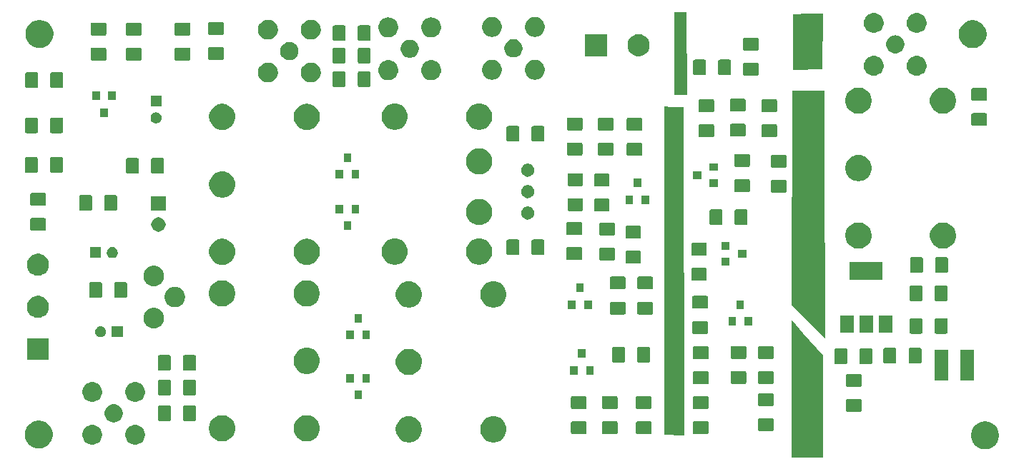
<source format=gbr>
G04 #@! TF.GenerationSoftware,KiCad,Pcbnew,(5.1.5)-3*
G04 #@! TF.CreationDate,2020-10-28T17:30:45+01:00*
G04 #@! TF.ProjectId,exciter,65786369-7465-4722-9e6b-696361645f70,rev?*
G04 #@! TF.SameCoordinates,Original*
G04 #@! TF.FileFunction,Soldermask,Top*
G04 #@! TF.FilePolarity,Negative*
%FSLAX46Y46*%
G04 Gerber Fmt 4.6, Leading zero omitted, Abs format (unit mm)*
G04 Created by KiCad (PCBNEW (5.1.5)-3) date 2020-10-28 17:30:45*
%MOMM*%
%LPD*%
G04 APERTURE LIST*
%ADD10C,0.100000*%
G04 APERTURE END LIST*
D10*
G36*
X135948712Y-77994260D02*
G01*
X135948713Y-77994261D01*
X137289199Y-79516415D01*
X139654280Y-82202020D01*
X139654280Y-94264480D01*
X135943340Y-94264480D01*
X135943340Y-77988160D01*
X135948712Y-77994260D01*
G37*
G36*
X159159288Y-90029647D02*
G01*
X159289999Y-90055647D01*
X159493394Y-90139896D01*
X159559831Y-90167415D01*
X159590462Y-90180103D01*
X159860871Y-90360785D01*
X160090835Y-90590749D01*
X160271517Y-90861158D01*
X160395973Y-91161621D01*
X160408376Y-91223975D01*
X160458624Y-91476586D01*
X160459420Y-91480591D01*
X160459420Y-91805809D01*
X160395973Y-92124779D01*
X160271517Y-92425242D01*
X160090835Y-92695651D01*
X159860871Y-92925615D01*
X159590462Y-93106297D01*
X159289999Y-93230753D01*
X159183676Y-93251902D01*
X158971031Y-93294200D01*
X158645809Y-93294200D01*
X158433164Y-93251902D01*
X158326841Y-93230753D01*
X158026378Y-93106297D01*
X157755969Y-92925615D01*
X157526005Y-92695651D01*
X157345323Y-92425242D01*
X157220867Y-92124779D01*
X157157420Y-91805809D01*
X157157420Y-91480591D01*
X157158217Y-91476586D01*
X157208464Y-91223975D01*
X157220867Y-91161621D01*
X157345323Y-90861158D01*
X157526005Y-90590749D01*
X157755969Y-90360785D01*
X158026378Y-90180103D01*
X158057010Y-90167415D01*
X158123446Y-90139896D01*
X158326841Y-90055647D01*
X158457552Y-90029647D01*
X158645809Y-89992200D01*
X158971031Y-89992200D01*
X159159288Y-90029647D01*
G37*
G36*
X47127673Y-89938226D02*
G01*
X47245519Y-89961667D01*
X47453214Y-90047697D01*
X47515286Y-90073408D01*
X47545982Y-90086123D01*
X47816391Y-90266805D01*
X48046355Y-90496769D01*
X48227037Y-90767178D01*
X48227038Y-90767180D01*
X48247817Y-90817346D01*
X48336705Y-91031939D01*
X48351493Y-91067642D01*
X48414940Y-91386609D01*
X48414940Y-91711831D01*
X48398041Y-91796785D01*
X48351493Y-92030799D01*
X48312565Y-92124779D01*
X48237303Y-92306479D01*
X48227037Y-92331262D01*
X48046355Y-92601671D01*
X47816391Y-92831635D01*
X47545982Y-93012317D01*
X47245519Y-93136773D01*
X47139196Y-93157922D01*
X46926551Y-93200220D01*
X46601329Y-93200220D01*
X46388684Y-93157922D01*
X46282361Y-93136773D01*
X45981898Y-93012317D01*
X45711489Y-92831635D01*
X45481525Y-92601671D01*
X45300843Y-92331262D01*
X45290578Y-92306479D01*
X45215315Y-92124779D01*
X45176387Y-92030799D01*
X45129839Y-91796785D01*
X45112940Y-91711831D01*
X45112940Y-91386609D01*
X45176387Y-91067642D01*
X45191176Y-91031939D01*
X45280063Y-90817346D01*
X45300842Y-90767180D01*
X45300843Y-90767178D01*
X45481525Y-90496769D01*
X45711489Y-90266805D01*
X45981898Y-90086123D01*
X46012595Y-90073408D01*
X46074666Y-90047697D01*
X46282361Y-89961667D01*
X46400207Y-89938226D01*
X46601329Y-89898220D01*
X46926551Y-89898220D01*
X47127673Y-89938226D01*
G37*
G36*
X53277560Y-90406064D02*
G01*
X53429027Y-90436193D01*
X53643045Y-90524842D01*
X53643046Y-90524843D01*
X53835654Y-90653539D01*
X53999461Y-90817346D01*
X54078321Y-90935369D01*
X54128158Y-91009955D01*
X54216807Y-91223973D01*
X54262000Y-91451174D01*
X54262000Y-91682826D01*
X54216807Y-91910027D01*
X54128158Y-92124045D01*
X54119675Y-92136740D01*
X53999461Y-92316654D01*
X53835654Y-92480461D01*
X53707249Y-92566258D01*
X53643045Y-92609158D01*
X53429027Y-92697807D01*
X53277560Y-92727936D01*
X53201827Y-92743000D01*
X52970173Y-92743000D01*
X52894440Y-92727936D01*
X52742973Y-92697807D01*
X52528955Y-92609158D01*
X52464751Y-92566258D01*
X52336346Y-92480461D01*
X52172539Y-92316654D01*
X52052325Y-92136740D01*
X52043842Y-92124045D01*
X51955193Y-91910027D01*
X51910000Y-91682826D01*
X51910000Y-91451174D01*
X51955193Y-91223973D01*
X52043842Y-91009955D01*
X52093679Y-90935369D01*
X52172539Y-90817346D01*
X52336346Y-90653539D01*
X52528954Y-90524843D01*
X52528955Y-90524842D01*
X52742973Y-90436193D01*
X52894440Y-90406064D01*
X52970173Y-90391000D01*
X53201827Y-90391000D01*
X53277560Y-90406064D01*
G37*
G36*
X58357560Y-90406064D02*
G01*
X58509027Y-90436193D01*
X58723045Y-90524842D01*
X58723046Y-90524843D01*
X58915654Y-90653539D01*
X59079461Y-90817346D01*
X59158321Y-90935369D01*
X59208158Y-91009955D01*
X59296807Y-91223973D01*
X59342000Y-91451174D01*
X59342000Y-91682826D01*
X59296807Y-91910027D01*
X59208158Y-92124045D01*
X59199675Y-92136740D01*
X59079461Y-92316654D01*
X58915654Y-92480461D01*
X58787249Y-92566258D01*
X58723045Y-92609158D01*
X58509027Y-92697807D01*
X58357560Y-92727936D01*
X58281827Y-92743000D01*
X58050173Y-92743000D01*
X57974440Y-92727936D01*
X57822973Y-92697807D01*
X57608955Y-92609158D01*
X57544751Y-92566258D01*
X57416346Y-92480461D01*
X57252539Y-92316654D01*
X57132325Y-92136740D01*
X57123842Y-92124045D01*
X57035193Y-91910027D01*
X56990000Y-91682826D01*
X56990000Y-91451174D01*
X57035193Y-91223973D01*
X57123842Y-91009955D01*
X57173679Y-90935369D01*
X57252539Y-90817346D01*
X57416346Y-90653539D01*
X57608954Y-90524843D01*
X57608955Y-90524842D01*
X57822973Y-90436193D01*
X57974440Y-90406064D01*
X58050173Y-90391000D01*
X58281827Y-90391000D01*
X58357560Y-90406064D01*
G37*
G36*
X100886585Y-89410802D02*
G01*
X101036410Y-89440604D01*
X101318674Y-89557521D01*
X101572705Y-89727259D01*
X101788741Y-89943295D01*
X101958479Y-90197326D01*
X102075396Y-90479590D01*
X102084397Y-90524842D01*
X102135000Y-90779239D01*
X102135000Y-91084761D01*
X102119711Y-91161622D01*
X102075396Y-91384410D01*
X101958479Y-91666674D01*
X101788741Y-91920705D01*
X101572705Y-92136741D01*
X101318674Y-92306479D01*
X101036410Y-92423396D01*
X100886585Y-92453198D01*
X100736761Y-92483000D01*
X100431239Y-92483000D01*
X100281415Y-92453198D01*
X100131590Y-92423396D01*
X99849326Y-92306479D01*
X99595295Y-92136741D01*
X99379259Y-91920705D01*
X99209521Y-91666674D01*
X99092604Y-91384410D01*
X99048289Y-91161622D01*
X99033000Y-91084761D01*
X99033000Y-90779239D01*
X99083603Y-90524842D01*
X99092604Y-90479590D01*
X99209521Y-90197326D01*
X99379259Y-89943295D01*
X99595295Y-89727259D01*
X99849326Y-89557521D01*
X100131590Y-89440604D01*
X100281415Y-89410802D01*
X100431239Y-89381000D01*
X100736761Y-89381000D01*
X100886585Y-89410802D01*
G37*
G36*
X90886585Y-89410802D02*
G01*
X91036410Y-89440604D01*
X91318674Y-89557521D01*
X91572705Y-89727259D01*
X91788741Y-89943295D01*
X91958479Y-90197326D01*
X92075396Y-90479590D01*
X92084397Y-90524842D01*
X92135000Y-90779239D01*
X92135000Y-91084761D01*
X92119711Y-91161622D01*
X92075396Y-91384410D01*
X91958479Y-91666674D01*
X91788741Y-91920705D01*
X91572705Y-92136741D01*
X91318674Y-92306479D01*
X91036410Y-92423396D01*
X90886585Y-92453198D01*
X90736761Y-92483000D01*
X90431239Y-92483000D01*
X90281415Y-92453198D01*
X90131590Y-92423396D01*
X89849326Y-92306479D01*
X89595295Y-92136741D01*
X89379259Y-91920705D01*
X89209521Y-91666674D01*
X89092604Y-91384410D01*
X89048289Y-91161622D01*
X89033000Y-91084761D01*
X89033000Y-90779239D01*
X89083603Y-90524842D01*
X89092604Y-90479590D01*
X89209521Y-90197326D01*
X89379259Y-89943295D01*
X89595295Y-89727259D01*
X89849326Y-89557521D01*
X90131590Y-89440604D01*
X90281415Y-89410802D01*
X90431239Y-89381000D01*
X90736761Y-89381000D01*
X90886585Y-89410802D01*
G37*
G36*
X78786065Y-89286882D02*
G01*
X78935890Y-89316684D01*
X79218154Y-89433601D01*
X79472185Y-89603339D01*
X79688221Y-89819375D01*
X79857959Y-90073406D01*
X79974876Y-90355670D01*
X79990893Y-90436193D01*
X80034480Y-90655319D01*
X80034480Y-90960841D01*
X80020338Y-91031939D01*
X79974876Y-91260490D01*
X79857959Y-91542754D01*
X79688221Y-91796785D01*
X79472185Y-92012821D01*
X79218154Y-92182559D01*
X78935890Y-92299476D01*
X78900683Y-92306479D01*
X78636241Y-92359080D01*
X78330719Y-92359080D01*
X78066277Y-92306479D01*
X78031070Y-92299476D01*
X77748806Y-92182559D01*
X77494775Y-92012821D01*
X77278739Y-91796785D01*
X77109001Y-91542754D01*
X76992084Y-91260490D01*
X76946622Y-91031939D01*
X76932480Y-90960841D01*
X76932480Y-90655319D01*
X76976067Y-90436193D01*
X76992084Y-90355670D01*
X77109001Y-90073406D01*
X77278739Y-89819375D01*
X77494775Y-89603339D01*
X77748806Y-89433601D01*
X78031070Y-89316684D01*
X78180895Y-89286882D01*
X78330719Y-89257080D01*
X78636241Y-89257080D01*
X78786065Y-89286882D01*
G37*
G36*
X68786065Y-89286882D02*
G01*
X68935890Y-89316684D01*
X69218154Y-89433601D01*
X69472185Y-89603339D01*
X69688221Y-89819375D01*
X69857959Y-90073406D01*
X69974876Y-90355670D01*
X69990893Y-90436193D01*
X70034480Y-90655319D01*
X70034480Y-90960841D01*
X70020338Y-91031939D01*
X69974876Y-91260490D01*
X69857959Y-91542754D01*
X69688221Y-91796785D01*
X69472185Y-92012821D01*
X69218154Y-92182559D01*
X68935890Y-92299476D01*
X68900683Y-92306479D01*
X68636241Y-92359080D01*
X68330719Y-92359080D01*
X68066277Y-92306479D01*
X68031070Y-92299476D01*
X67748806Y-92182559D01*
X67494775Y-92012821D01*
X67278739Y-91796785D01*
X67109001Y-91542754D01*
X66992084Y-91260490D01*
X66946622Y-91031939D01*
X66932480Y-90960841D01*
X66932480Y-90655319D01*
X66976067Y-90436193D01*
X66992084Y-90355670D01*
X67109001Y-90073406D01*
X67278739Y-89819375D01*
X67494775Y-89603339D01*
X67748806Y-89433601D01*
X68031070Y-89316684D01*
X68180895Y-89286882D01*
X68330719Y-89257080D01*
X68636241Y-89257080D01*
X68786065Y-89286882D01*
G37*
G36*
X121803086Y-52702977D02*
G01*
X123085487Y-52754159D01*
X123085490Y-52754159D01*
X123091618Y-52754404D01*
X123165278Y-91626564D01*
X123157870Y-91626276D01*
X120819375Y-91535363D01*
X120819371Y-91535362D01*
X120813238Y-91535124D01*
X120797416Y-56974912D01*
X120795460Y-52702977D01*
X120795460Y-52702976D01*
X120795458Y-52698524D01*
X120800538Y-52662964D01*
X121803086Y-52702977D01*
G37*
G36*
X119159882Y-89983781D02*
G01*
X119194801Y-89994374D01*
X119226983Y-90011576D01*
X119255193Y-90034727D01*
X119278344Y-90062937D01*
X119295546Y-90095119D01*
X119306139Y-90130038D01*
X119310320Y-90172495D01*
X119310320Y-91313705D01*
X119306139Y-91356162D01*
X119295546Y-91391081D01*
X119278344Y-91423263D01*
X119255193Y-91451473D01*
X119226983Y-91474624D01*
X119194801Y-91491826D01*
X119159882Y-91502419D01*
X119117425Y-91506600D01*
X117651215Y-91506600D01*
X117608758Y-91502419D01*
X117573839Y-91491826D01*
X117541657Y-91474624D01*
X117513447Y-91451473D01*
X117490296Y-91423263D01*
X117473094Y-91391081D01*
X117462501Y-91356162D01*
X117458320Y-91313705D01*
X117458320Y-90172495D01*
X117462501Y-90130038D01*
X117473094Y-90095119D01*
X117490296Y-90062937D01*
X117513447Y-90034727D01*
X117541657Y-90011576D01*
X117573839Y-89994374D01*
X117608758Y-89983781D01*
X117651215Y-89979600D01*
X119117425Y-89979600D01*
X119159882Y-89983781D01*
G37*
G36*
X111481462Y-89983781D02*
G01*
X111516381Y-89994374D01*
X111548563Y-90011576D01*
X111576773Y-90034727D01*
X111599924Y-90062937D01*
X111617126Y-90095119D01*
X111627719Y-90130038D01*
X111631900Y-90172495D01*
X111631900Y-91313705D01*
X111627719Y-91356162D01*
X111617126Y-91391081D01*
X111599924Y-91423263D01*
X111576773Y-91451473D01*
X111548563Y-91474624D01*
X111516381Y-91491826D01*
X111481462Y-91502419D01*
X111439005Y-91506600D01*
X109972795Y-91506600D01*
X109930338Y-91502419D01*
X109895419Y-91491826D01*
X109863237Y-91474624D01*
X109835027Y-91451473D01*
X109811876Y-91423263D01*
X109794674Y-91391081D01*
X109784081Y-91356162D01*
X109779900Y-91313705D01*
X109779900Y-90172495D01*
X109784081Y-90130038D01*
X109794674Y-90095119D01*
X109811876Y-90062937D01*
X109835027Y-90034727D01*
X109863237Y-90011576D01*
X109895419Y-89994374D01*
X109930338Y-89983781D01*
X109972795Y-89979600D01*
X111439005Y-89979600D01*
X111481462Y-89983781D01*
G37*
G36*
X125906122Y-89978701D02*
G01*
X125941041Y-89989294D01*
X125973223Y-90006496D01*
X126001433Y-90029647D01*
X126024584Y-90057857D01*
X126041786Y-90090039D01*
X126052379Y-90124958D01*
X126056560Y-90167415D01*
X126056560Y-91308625D01*
X126052379Y-91351082D01*
X126041786Y-91386001D01*
X126024584Y-91418183D01*
X126001433Y-91446393D01*
X125973223Y-91469544D01*
X125941041Y-91486746D01*
X125906122Y-91497339D01*
X125863665Y-91501520D01*
X124397455Y-91501520D01*
X124354998Y-91497339D01*
X124320079Y-91486746D01*
X124287897Y-91469544D01*
X124259687Y-91446393D01*
X124236536Y-91418183D01*
X124219334Y-91386001D01*
X124208741Y-91351082D01*
X124204560Y-91308625D01*
X124204560Y-90167415D01*
X124208741Y-90124958D01*
X124219334Y-90090039D01*
X124236536Y-90057857D01*
X124259687Y-90029647D01*
X124287897Y-90006496D01*
X124320079Y-89989294D01*
X124354998Y-89978701D01*
X124397455Y-89974520D01*
X125863665Y-89974520D01*
X125906122Y-89978701D01*
G37*
G36*
X115141602Y-89968541D02*
G01*
X115176521Y-89979134D01*
X115208703Y-89996336D01*
X115236913Y-90019487D01*
X115260064Y-90047697D01*
X115277266Y-90079879D01*
X115287859Y-90114798D01*
X115292040Y-90157255D01*
X115292040Y-91298465D01*
X115287859Y-91340922D01*
X115277266Y-91375841D01*
X115260064Y-91408023D01*
X115236913Y-91436233D01*
X115208703Y-91459384D01*
X115176521Y-91476586D01*
X115141602Y-91487179D01*
X115099145Y-91491360D01*
X113632935Y-91491360D01*
X113590478Y-91487179D01*
X113555559Y-91476586D01*
X113523377Y-91459384D01*
X113495167Y-91436233D01*
X113472016Y-91408023D01*
X113454814Y-91375841D01*
X113444221Y-91340922D01*
X113440040Y-91298465D01*
X113440040Y-90157255D01*
X113444221Y-90114798D01*
X113454814Y-90079879D01*
X113472016Y-90047697D01*
X113495167Y-90019487D01*
X113523377Y-89996336D01*
X113555559Y-89979134D01*
X113590478Y-89968541D01*
X113632935Y-89964360D01*
X115099145Y-89964360D01*
X115141602Y-89968541D01*
G37*
G36*
X133617562Y-89628181D02*
G01*
X133652481Y-89638774D01*
X133684663Y-89655976D01*
X133712873Y-89679127D01*
X133736024Y-89707337D01*
X133753226Y-89739519D01*
X133763819Y-89774438D01*
X133768000Y-89816895D01*
X133768000Y-90958105D01*
X133763819Y-91000562D01*
X133753226Y-91035481D01*
X133736024Y-91067663D01*
X133712873Y-91095873D01*
X133684663Y-91119024D01*
X133652481Y-91136226D01*
X133617562Y-91146819D01*
X133575105Y-91151000D01*
X132108895Y-91151000D01*
X132066438Y-91146819D01*
X132031519Y-91136226D01*
X131999337Y-91119024D01*
X131971127Y-91095873D01*
X131947976Y-91067663D01*
X131930774Y-91035481D01*
X131920181Y-91000562D01*
X131916000Y-90958105D01*
X131916000Y-89816895D01*
X131920181Y-89774438D01*
X131930774Y-89739519D01*
X131947976Y-89707337D01*
X131971127Y-89679127D01*
X131999337Y-89655976D01*
X132031519Y-89638774D01*
X132066438Y-89628181D01*
X132108895Y-89624000D01*
X133575105Y-89624000D01*
X133617562Y-89628181D01*
G37*
G36*
X55801271Y-87964783D02*
G01*
X55939858Y-87992350D01*
X56135677Y-88073461D01*
X56311910Y-88191216D01*
X56461784Y-88341090D01*
X56579539Y-88517323D01*
X56660650Y-88713142D01*
X56702000Y-88921023D01*
X56702000Y-89132977D01*
X56660650Y-89340858D01*
X56579539Y-89536677D01*
X56461784Y-89712910D01*
X56311910Y-89862784D01*
X56135677Y-89980539D01*
X55939858Y-90061650D01*
X55801271Y-90089217D01*
X55731978Y-90103000D01*
X55520022Y-90103000D01*
X55450729Y-90089217D01*
X55312142Y-90061650D01*
X55116323Y-89980539D01*
X54940090Y-89862784D01*
X54790216Y-89712910D01*
X54672461Y-89536677D01*
X54591350Y-89340858D01*
X54550000Y-89132977D01*
X54550000Y-88921023D01*
X54591350Y-88713142D01*
X54672461Y-88517323D01*
X54790216Y-88341090D01*
X54940090Y-88191216D01*
X55116323Y-88073461D01*
X55312142Y-87992350D01*
X55450729Y-87964783D01*
X55520022Y-87951000D01*
X55731978Y-87951000D01*
X55801271Y-87964783D01*
G37*
G36*
X65219562Y-88105181D02*
G01*
X65254481Y-88115774D01*
X65286663Y-88132976D01*
X65314873Y-88156127D01*
X65338024Y-88184337D01*
X65355226Y-88216519D01*
X65365819Y-88251438D01*
X65370000Y-88293895D01*
X65370000Y-89760105D01*
X65365819Y-89802562D01*
X65355226Y-89837481D01*
X65338024Y-89869663D01*
X65314873Y-89897873D01*
X65286663Y-89921024D01*
X65254481Y-89938226D01*
X65219562Y-89948819D01*
X65177105Y-89953000D01*
X64035895Y-89953000D01*
X63993438Y-89948819D01*
X63958519Y-89938226D01*
X63926337Y-89921024D01*
X63898127Y-89897873D01*
X63874976Y-89869663D01*
X63857774Y-89837481D01*
X63847181Y-89802562D01*
X63843000Y-89760105D01*
X63843000Y-88293895D01*
X63847181Y-88251438D01*
X63857774Y-88216519D01*
X63874976Y-88184337D01*
X63898127Y-88156127D01*
X63926337Y-88132976D01*
X63958519Y-88115774D01*
X63993438Y-88105181D01*
X64035895Y-88101000D01*
X65177105Y-88101000D01*
X65219562Y-88105181D01*
G37*
G36*
X62244562Y-88105181D02*
G01*
X62279481Y-88115774D01*
X62311663Y-88132976D01*
X62339873Y-88156127D01*
X62363024Y-88184337D01*
X62380226Y-88216519D01*
X62390819Y-88251438D01*
X62395000Y-88293895D01*
X62395000Y-89760105D01*
X62390819Y-89802562D01*
X62380226Y-89837481D01*
X62363024Y-89869663D01*
X62339873Y-89897873D01*
X62311663Y-89921024D01*
X62279481Y-89938226D01*
X62244562Y-89948819D01*
X62202105Y-89953000D01*
X61060895Y-89953000D01*
X61018438Y-89948819D01*
X60983519Y-89938226D01*
X60951337Y-89921024D01*
X60923127Y-89897873D01*
X60899976Y-89869663D01*
X60882774Y-89837481D01*
X60872181Y-89802562D01*
X60868000Y-89760105D01*
X60868000Y-88293895D01*
X60872181Y-88251438D01*
X60882774Y-88216519D01*
X60899976Y-88184337D01*
X60923127Y-88156127D01*
X60951337Y-88132976D01*
X60983519Y-88115774D01*
X61018438Y-88105181D01*
X61060895Y-88101000D01*
X62202105Y-88101000D01*
X62244562Y-88105181D01*
G37*
G36*
X144031562Y-87342181D02*
G01*
X144066481Y-87352774D01*
X144098663Y-87369976D01*
X144126873Y-87393127D01*
X144150024Y-87421337D01*
X144167226Y-87453519D01*
X144177819Y-87488438D01*
X144182000Y-87530895D01*
X144182000Y-88672105D01*
X144177819Y-88714562D01*
X144167226Y-88749481D01*
X144150024Y-88781663D01*
X144126873Y-88809873D01*
X144098663Y-88833024D01*
X144066481Y-88850226D01*
X144031562Y-88860819D01*
X143989105Y-88865000D01*
X142522895Y-88865000D01*
X142480438Y-88860819D01*
X142445519Y-88850226D01*
X142413337Y-88833024D01*
X142385127Y-88809873D01*
X142361976Y-88781663D01*
X142344774Y-88749481D01*
X142334181Y-88714562D01*
X142330000Y-88672105D01*
X142330000Y-87530895D01*
X142334181Y-87488438D01*
X142344774Y-87453519D01*
X142361976Y-87421337D01*
X142385127Y-87393127D01*
X142413337Y-87369976D01*
X142445519Y-87352774D01*
X142480438Y-87342181D01*
X142522895Y-87338000D01*
X143989105Y-87338000D01*
X144031562Y-87342181D01*
G37*
G36*
X119159882Y-87008781D02*
G01*
X119194801Y-87019374D01*
X119226983Y-87036576D01*
X119255193Y-87059727D01*
X119278344Y-87087937D01*
X119295546Y-87120119D01*
X119306139Y-87155038D01*
X119310320Y-87197495D01*
X119310320Y-88338705D01*
X119306139Y-88381162D01*
X119295546Y-88416081D01*
X119278344Y-88448263D01*
X119255193Y-88476473D01*
X119226983Y-88499624D01*
X119194801Y-88516826D01*
X119159882Y-88527419D01*
X119117425Y-88531600D01*
X117651215Y-88531600D01*
X117608758Y-88527419D01*
X117573839Y-88516826D01*
X117541657Y-88499624D01*
X117513447Y-88476473D01*
X117490296Y-88448263D01*
X117473094Y-88416081D01*
X117462501Y-88381162D01*
X117458320Y-88338705D01*
X117458320Y-87197495D01*
X117462501Y-87155038D01*
X117473094Y-87120119D01*
X117490296Y-87087937D01*
X117513447Y-87059727D01*
X117541657Y-87036576D01*
X117573839Y-87019374D01*
X117608758Y-87008781D01*
X117651215Y-87004600D01*
X119117425Y-87004600D01*
X119159882Y-87008781D01*
G37*
G36*
X111481462Y-87008781D02*
G01*
X111516381Y-87019374D01*
X111548563Y-87036576D01*
X111576773Y-87059727D01*
X111599924Y-87087937D01*
X111617126Y-87120119D01*
X111627719Y-87155038D01*
X111631900Y-87197495D01*
X111631900Y-88338705D01*
X111627719Y-88381162D01*
X111617126Y-88416081D01*
X111599924Y-88448263D01*
X111576773Y-88476473D01*
X111548563Y-88499624D01*
X111516381Y-88516826D01*
X111481462Y-88527419D01*
X111439005Y-88531600D01*
X109972795Y-88531600D01*
X109930338Y-88527419D01*
X109895419Y-88516826D01*
X109863237Y-88499624D01*
X109835027Y-88476473D01*
X109811876Y-88448263D01*
X109794674Y-88416081D01*
X109784081Y-88381162D01*
X109779900Y-88338705D01*
X109779900Y-87197495D01*
X109784081Y-87155038D01*
X109794674Y-87120119D01*
X109811876Y-87087937D01*
X109835027Y-87059727D01*
X109863237Y-87036576D01*
X109895419Y-87019374D01*
X109930338Y-87008781D01*
X109972795Y-87004600D01*
X111439005Y-87004600D01*
X111481462Y-87008781D01*
G37*
G36*
X125906122Y-87003701D02*
G01*
X125941041Y-87014294D01*
X125973223Y-87031496D01*
X126001433Y-87054647D01*
X126024584Y-87082857D01*
X126041786Y-87115039D01*
X126052379Y-87149958D01*
X126056560Y-87192415D01*
X126056560Y-88333625D01*
X126052379Y-88376082D01*
X126041786Y-88411001D01*
X126024584Y-88443183D01*
X126001433Y-88471393D01*
X125973223Y-88494544D01*
X125941041Y-88511746D01*
X125906122Y-88522339D01*
X125863665Y-88526520D01*
X124397455Y-88526520D01*
X124354998Y-88522339D01*
X124320079Y-88511746D01*
X124287897Y-88494544D01*
X124259687Y-88471393D01*
X124236536Y-88443183D01*
X124219334Y-88411001D01*
X124208741Y-88376082D01*
X124204560Y-88333625D01*
X124204560Y-87192415D01*
X124208741Y-87149958D01*
X124219334Y-87115039D01*
X124236536Y-87082857D01*
X124259687Y-87054647D01*
X124287897Y-87031496D01*
X124320079Y-87014294D01*
X124354998Y-87003701D01*
X124397455Y-86999520D01*
X125863665Y-86999520D01*
X125906122Y-87003701D01*
G37*
G36*
X115141602Y-86993541D02*
G01*
X115176521Y-87004134D01*
X115208703Y-87021336D01*
X115236913Y-87044487D01*
X115260064Y-87072697D01*
X115277266Y-87104879D01*
X115287859Y-87139798D01*
X115292040Y-87182255D01*
X115292040Y-88323465D01*
X115287859Y-88365922D01*
X115277266Y-88400841D01*
X115260064Y-88433023D01*
X115236913Y-88461233D01*
X115208703Y-88484384D01*
X115176521Y-88501586D01*
X115141602Y-88512179D01*
X115099145Y-88516360D01*
X113632935Y-88516360D01*
X113590478Y-88512179D01*
X113555559Y-88501586D01*
X113523377Y-88484384D01*
X113495167Y-88461233D01*
X113472016Y-88433023D01*
X113454814Y-88400841D01*
X113444221Y-88365922D01*
X113440040Y-88323465D01*
X113440040Y-87182255D01*
X113444221Y-87139798D01*
X113454814Y-87104879D01*
X113472016Y-87072697D01*
X113495167Y-87044487D01*
X113523377Y-87021336D01*
X113555559Y-87004134D01*
X113590478Y-86993541D01*
X113632935Y-86989360D01*
X115099145Y-86989360D01*
X115141602Y-86993541D01*
G37*
G36*
X133617562Y-86653181D02*
G01*
X133652481Y-86663774D01*
X133684663Y-86680976D01*
X133712873Y-86704127D01*
X133736024Y-86732337D01*
X133753226Y-86764519D01*
X133763819Y-86799438D01*
X133768000Y-86841895D01*
X133768000Y-87983105D01*
X133763819Y-88025562D01*
X133753226Y-88060481D01*
X133736024Y-88092663D01*
X133712873Y-88120873D01*
X133684663Y-88144024D01*
X133652481Y-88161226D01*
X133617562Y-88171819D01*
X133575105Y-88176000D01*
X132108895Y-88176000D01*
X132066438Y-88171819D01*
X132031519Y-88161226D01*
X131999337Y-88144024D01*
X131971127Y-88120873D01*
X131947976Y-88092663D01*
X131930774Y-88060481D01*
X131920181Y-88025562D01*
X131916000Y-87983105D01*
X131916000Y-86841895D01*
X131920181Y-86799438D01*
X131930774Y-86764519D01*
X131947976Y-86732337D01*
X131971127Y-86704127D01*
X131999337Y-86680976D01*
X132031519Y-86663774D01*
X132066438Y-86653181D01*
X132108895Y-86649000D01*
X133575105Y-86649000D01*
X133617562Y-86653181D01*
G37*
G36*
X58329611Y-85320505D02*
G01*
X58509027Y-85356193D01*
X58723045Y-85444842D01*
X58752350Y-85464423D01*
X58915654Y-85573539D01*
X59079461Y-85737346D01*
X59125777Y-85806663D01*
X59208158Y-85929955D01*
X59296807Y-86143973D01*
X59296807Y-86143975D01*
X59342000Y-86371173D01*
X59342000Y-86602827D01*
X59329877Y-86663774D01*
X59296807Y-86830027D01*
X59208158Y-87044045D01*
X59178830Y-87087937D01*
X59079461Y-87236654D01*
X58915654Y-87400461D01*
X58787249Y-87486258D01*
X58723045Y-87529158D01*
X58509027Y-87617807D01*
X58357560Y-87647936D01*
X58281827Y-87663000D01*
X58050173Y-87663000D01*
X57974440Y-87647936D01*
X57822973Y-87617807D01*
X57608955Y-87529158D01*
X57544751Y-87486258D01*
X57416346Y-87400461D01*
X57252539Y-87236654D01*
X57153170Y-87087937D01*
X57123842Y-87044045D01*
X57035193Y-86830027D01*
X57002123Y-86663774D01*
X56990000Y-86602827D01*
X56990000Y-86371173D01*
X57035193Y-86143975D01*
X57035193Y-86143973D01*
X57123842Y-85929955D01*
X57206223Y-85806663D01*
X57252539Y-85737346D01*
X57416346Y-85573539D01*
X57579650Y-85464423D01*
X57608955Y-85444842D01*
X57822973Y-85356193D01*
X58002389Y-85320505D01*
X58050173Y-85311000D01*
X58281827Y-85311000D01*
X58329611Y-85320505D01*
G37*
G36*
X53249611Y-85320505D02*
G01*
X53429027Y-85356193D01*
X53643045Y-85444842D01*
X53672350Y-85464423D01*
X53835654Y-85573539D01*
X53999461Y-85737346D01*
X54045777Y-85806663D01*
X54128158Y-85929955D01*
X54216807Y-86143973D01*
X54216807Y-86143975D01*
X54262000Y-86371173D01*
X54262000Y-86602827D01*
X54249877Y-86663774D01*
X54216807Y-86830027D01*
X54128158Y-87044045D01*
X54098830Y-87087937D01*
X53999461Y-87236654D01*
X53835654Y-87400461D01*
X53707249Y-87486258D01*
X53643045Y-87529158D01*
X53429027Y-87617807D01*
X53277560Y-87647936D01*
X53201827Y-87663000D01*
X52970173Y-87663000D01*
X52894440Y-87647936D01*
X52742973Y-87617807D01*
X52528955Y-87529158D01*
X52464751Y-87486258D01*
X52336346Y-87400461D01*
X52172539Y-87236654D01*
X52073170Y-87087937D01*
X52043842Y-87044045D01*
X51955193Y-86830027D01*
X51922123Y-86663774D01*
X51910000Y-86602827D01*
X51910000Y-86371173D01*
X51955193Y-86143975D01*
X51955193Y-86143973D01*
X52043842Y-85929955D01*
X52126223Y-85806663D01*
X52172539Y-85737346D01*
X52336346Y-85573539D01*
X52499650Y-85464423D01*
X52528955Y-85444842D01*
X52742973Y-85356193D01*
X52922389Y-85320505D01*
X52970173Y-85311000D01*
X53201827Y-85311000D01*
X53249611Y-85320505D01*
G37*
G36*
X85033000Y-87353000D02*
G01*
X84131000Y-87353000D01*
X84131000Y-86351000D01*
X85033000Y-86351000D01*
X85033000Y-87353000D01*
G37*
G36*
X65219562Y-85057181D02*
G01*
X65254481Y-85067774D01*
X65286663Y-85084976D01*
X65314873Y-85108127D01*
X65338024Y-85136337D01*
X65355226Y-85168519D01*
X65365819Y-85203438D01*
X65370000Y-85245895D01*
X65370000Y-86712105D01*
X65365819Y-86754562D01*
X65355226Y-86789481D01*
X65338024Y-86821663D01*
X65314873Y-86849873D01*
X65286663Y-86873024D01*
X65254481Y-86890226D01*
X65219562Y-86900819D01*
X65177105Y-86905000D01*
X64035895Y-86905000D01*
X63993438Y-86900819D01*
X63958519Y-86890226D01*
X63926337Y-86873024D01*
X63898127Y-86849873D01*
X63874976Y-86821663D01*
X63857774Y-86789481D01*
X63847181Y-86754562D01*
X63843000Y-86712105D01*
X63843000Y-85245895D01*
X63847181Y-85203438D01*
X63857774Y-85168519D01*
X63874976Y-85136337D01*
X63898127Y-85108127D01*
X63926337Y-85084976D01*
X63958519Y-85067774D01*
X63993438Y-85057181D01*
X64035895Y-85053000D01*
X65177105Y-85053000D01*
X65219562Y-85057181D01*
G37*
G36*
X62244562Y-85057181D02*
G01*
X62279481Y-85067774D01*
X62311663Y-85084976D01*
X62339873Y-85108127D01*
X62363024Y-85136337D01*
X62380226Y-85168519D01*
X62390819Y-85203438D01*
X62395000Y-85245895D01*
X62395000Y-86712105D01*
X62390819Y-86754562D01*
X62380226Y-86789481D01*
X62363024Y-86821663D01*
X62339873Y-86849873D01*
X62311663Y-86873024D01*
X62279481Y-86890226D01*
X62244562Y-86900819D01*
X62202105Y-86905000D01*
X61060895Y-86905000D01*
X61018438Y-86900819D01*
X60983519Y-86890226D01*
X60951337Y-86873024D01*
X60923127Y-86849873D01*
X60899976Y-86821663D01*
X60882774Y-86789481D01*
X60872181Y-86754562D01*
X60868000Y-86712105D01*
X60868000Y-85245895D01*
X60872181Y-85203438D01*
X60882774Y-85168519D01*
X60899976Y-85136337D01*
X60923127Y-85108127D01*
X60951337Y-85084976D01*
X60983519Y-85067774D01*
X61018438Y-85057181D01*
X61060895Y-85053000D01*
X62202105Y-85053000D01*
X62244562Y-85057181D01*
G37*
G36*
X144031562Y-84367181D02*
G01*
X144066481Y-84377774D01*
X144098663Y-84394976D01*
X144126873Y-84418127D01*
X144150024Y-84446337D01*
X144167226Y-84478519D01*
X144177819Y-84513438D01*
X144182000Y-84555895D01*
X144182000Y-85697105D01*
X144177819Y-85739562D01*
X144167226Y-85774481D01*
X144150024Y-85806663D01*
X144126873Y-85834873D01*
X144098663Y-85858024D01*
X144066481Y-85875226D01*
X144031562Y-85885819D01*
X143989105Y-85890000D01*
X142522895Y-85890000D01*
X142480438Y-85885819D01*
X142445519Y-85875226D01*
X142413337Y-85858024D01*
X142385127Y-85834873D01*
X142361976Y-85806663D01*
X142344774Y-85774481D01*
X142334181Y-85739562D01*
X142330000Y-85697105D01*
X142330000Y-84555895D01*
X142334181Y-84513438D01*
X142344774Y-84478519D01*
X142361976Y-84446337D01*
X142385127Y-84418127D01*
X142413337Y-84394976D01*
X142445519Y-84377774D01*
X142480438Y-84367181D01*
X142522895Y-84363000D01*
X143989105Y-84363000D01*
X144031562Y-84367181D01*
G37*
G36*
X125921362Y-84065581D02*
G01*
X125956281Y-84076174D01*
X125988463Y-84093376D01*
X126016673Y-84116527D01*
X126039824Y-84144737D01*
X126057026Y-84176919D01*
X126067619Y-84211838D01*
X126071800Y-84254295D01*
X126071800Y-85395505D01*
X126067619Y-85437962D01*
X126057026Y-85472881D01*
X126039824Y-85505063D01*
X126016673Y-85533273D01*
X125988463Y-85556424D01*
X125956281Y-85573626D01*
X125921362Y-85584219D01*
X125878905Y-85588400D01*
X124412695Y-85588400D01*
X124370238Y-85584219D01*
X124335319Y-85573626D01*
X124303137Y-85556424D01*
X124274927Y-85533273D01*
X124251776Y-85505063D01*
X124234574Y-85472881D01*
X124223981Y-85437962D01*
X124219800Y-85395505D01*
X124219800Y-84254295D01*
X124223981Y-84211838D01*
X124234574Y-84176919D01*
X124251776Y-84144737D01*
X124274927Y-84116527D01*
X124303137Y-84093376D01*
X124335319Y-84076174D01*
X124370238Y-84065581D01*
X124412695Y-84061400D01*
X125878905Y-84061400D01*
X125921362Y-84065581D01*
G37*
G36*
X133617562Y-84040181D02*
G01*
X133652481Y-84050774D01*
X133684663Y-84067976D01*
X133712873Y-84091127D01*
X133736024Y-84119337D01*
X133753226Y-84151519D01*
X133763819Y-84186438D01*
X133768000Y-84228895D01*
X133768000Y-85370105D01*
X133763819Y-85412562D01*
X133753226Y-85447481D01*
X133736024Y-85479663D01*
X133712873Y-85507873D01*
X133684663Y-85531024D01*
X133652481Y-85548226D01*
X133617562Y-85558819D01*
X133575105Y-85563000D01*
X132108895Y-85563000D01*
X132066438Y-85558819D01*
X132031519Y-85548226D01*
X131999337Y-85531024D01*
X131971127Y-85507873D01*
X131947976Y-85479663D01*
X131930774Y-85447481D01*
X131920181Y-85412562D01*
X131916000Y-85370105D01*
X131916000Y-84228895D01*
X131920181Y-84186438D01*
X131930774Y-84151519D01*
X131947976Y-84119337D01*
X131971127Y-84091127D01*
X131999337Y-84067976D01*
X132031519Y-84050774D01*
X132066438Y-84040181D01*
X132108895Y-84036000D01*
X133575105Y-84036000D01*
X133617562Y-84040181D01*
G37*
G36*
X130386682Y-84024941D02*
G01*
X130421601Y-84035534D01*
X130453783Y-84052736D01*
X130481993Y-84075887D01*
X130505144Y-84104097D01*
X130522346Y-84136279D01*
X130532939Y-84171198D01*
X130537120Y-84213655D01*
X130537120Y-85354865D01*
X130532939Y-85397322D01*
X130522346Y-85432241D01*
X130505144Y-85464423D01*
X130481993Y-85492633D01*
X130453783Y-85515784D01*
X130421601Y-85532986D01*
X130386682Y-85543579D01*
X130344225Y-85547760D01*
X128878015Y-85547760D01*
X128835558Y-85543579D01*
X128800639Y-85532986D01*
X128768457Y-85515784D01*
X128740247Y-85492633D01*
X128717096Y-85464423D01*
X128699894Y-85432241D01*
X128689301Y-85397322D01*
X128685120Y-85354865D01*
X128685120Y-84213655D01*
X128689301Y-84171198D01*
X128699894Y-84136279D01*
X128717096Y-84104097D01*
X128740247Y-84075887D01*
X128768457Y-84052736D01*
X128800639Y-84035534D01*
X128835558Y-84024941D01*
X128878015Y-84020760D01*
X130344225Y-84020760D01*
X130386682Y-84024941D01*
G37*
G36*
X85983000Y-85353000D02*
G01*
X85081000Y-85353000D01*
X85081000Y-84351000D01*
X85983000Y-84351000D01*
X85983000Y-85353000D01*
G37*
G36*
X84083000Y-85353000D02*
G01*
X83181000Y-85353000D01*
X83181000Y-84351000D01*
X84083000Y-84351000D01*
X84083000Y-85353000D01*
G37*
G36*
X154470000Y-85163000D02*
G01*
X152868000Y-85163000D01*
X152868000Y-81461000D01*
X154470000Y-81461000D01*
X154470000Y-85163000D01*
G37*
G36*
X157520000Y-85163000D02*
G01*
X155918000Y-85163000D01*
X155918000Y-81461000D01*
X157520000Y-81461000D01*
X157520000Y-85163000D01*
G37*
G36*
X90833089Y-81400161D02*
G01*
X91036410Y-81440604D01*
X91318674Y-81557521D01*
X91572705Y-81727259D01*
X91788741Y-81943295D01*
X91958479Y-82197326D01*
X92075396Y-82479590D01*
X92089872Y-82552368D01*
X92135000Y-82779239D01*
X92135000Y-83084761D01*
X92130382Y-83107975D01*
X92075396Y-83384410D01*
X91958479Y-83666674D01*
X91788741Y-83920705D01*
X91572705Y-84136741D01*
X91318674Y-84306479D01*
X91036410Y-84423396D01*
X90886585Y-84453198D01*
X90736761Y-84483000D01*
X90431239Y-84483000D01*
X90281415Y-84453198D01*
X90131590Y-84423396D01*
X89849326Y-84306479D01*
X89595295Y-84136741D01*
X89379259Y-83920705D01*
X89209521Y-83666674D01*
X89092604Y-83384410D01*
X89037618Y-83107975D01*
X89033000Y-83084761D01*
X89033000Y-82779239D01*
X89078128Y-82552368D01*
X89092604Y-82479590D01*
X89209521Y-82197326D01*
X89379259Y-81943295D01*
X89595295Y-81727259D01*
X89849326Y-81557521D01*
X90131590Y-81440604D01*
X90334911Y-81400161D01*
X90431239Y-81381000D01*
X90736761Y-81381000D01*
X90833089Y-81400161D01*
G37*
G36*
X112480280Y-84442160D02*
G01*
X111578280Y-84442160D01*
X111578280Y-83440160D01*
X112480280Y-83440160D01*
X112480280Y-84442160D01*
G37*
G36*
X110580280Y-84442160D02*
G01*
X109678280Y-84442160D01*
X109678280Y-83440160D01*
X110580280Y-83440160D01*
X110580280Y-84442160D01*
G37*
G36*
X78747923Y-81279295D02*
G01*
X78935890Y-81316684D01*
X79218154Y-81433601D01*
X79472185Y-81603339D01*
X79688221Y-81819375D01*
X79857959Y-82073406D01*
X79974876Y-82355670D01*
X79987772Y-82420505D01*
X80034480Y-82655319D01*
X80034480Y-82960841D01*
X80028018Y-82993328D01*
X79974876Y-83260490D01*
X79857959Y-83542754D01*
X79688221Y-83796785D01*
X79472185Y-84012821D01*
X79218154Y-84182559D01*
X78935890Y-84299476D01*
X78900683Y-84306479D01*
X78636241Y-84359080D01*
X78330719Y-84359080D01*
X78066277Y-84306479D01*
X78031070Y-84299476D01*
X77748806Y-84182559D01*
X77494775Y-84012821D01*
X77278739Y-83796785D01*
X77109001Y-83542754D01*
X76992084Y-83260490D01*
X76938942Y-82993328D01*
X76932480Y-82960841D01*
X76932480Y-82655319D01*
X76979188Y-82420505D01*
X76992084Y-82355670D01*
X77109001Y-82073406D01*
X77278739Y-81819375D01*
X77494775Y-81603339D01*
X77748806Y-81433601D01*
X78031070Y-81316684D01*
X78219037Y-81279295D01*
X78330719Y-81257080D01*
X78636241Y-81257080D01*
X78747923Y-81279295D01*
G37*
G36*
X65219562Y-82136181D02*
G01*
X65254481Y-82146774D01*
X65286663Y-82163976D01*
X65314873Y-82187127D01*
X65338024Y-82215337D01*
X65355226Y-82247519D01*
X65365819Y-82282438D01*
X65370000Y-82324895D01*
X65370000Y-83791105D01*
X65365819Y-83833562D01*
X65355226Y-83868481D01*
X65338024Y-83900663D01*
X65314873Y-83928873D01*
X65286663Y-83952024D01*
X65254481Y-83969226D01*
X65219562Y-83979819D01*
X65177105Y-83984000D01*
X64035895Y-83984000D01*
X63993438Y-83979819D01*
X63958519Y-83969226D01*
X63926337Y-83952024D01*
X63898127Y-83928873D01*
X63874976Y-83900663D01*
X63857774Y-83868481D01*
X63847181Y-83833562D01*
X63843000Y-83791105D01*
X63843000Y-82324895D01*
X63847181Y-82282438D01*
X63857774Y-82247519D01*
X63874976Y-82215337D01*
X63898127Y-82187127D01*
X63926337Y-82163976D01*
X63958519Y-82146774D01*
X63993438Y-82136181D01*
X64035895Y-82132000D01*
X65177105Y-82132000D01*
X65219562Y-82136181D01*
G37*
G36*
X62244562Y-82136181D02*
G01*
X62279481Y-82146774D01*
X62311663Y-82163976D01*
X62339873Y-82187127D01*
X62363024Y-82215337D01*
X62380226Y-82247519D01*
X62390819Y-82282438D01*
X62395000Y-82324895D01*
X62395000Y-83791105D01*
X62390819Y-83833562D01*
X62380226Y-83868481D01*
X62363024Y-83900663D01*
X62339873Y-83928873D01*
X62311663Y-83952024D01*
X62279481Y-83969226D01*
X62244562Y-83979819D01*
X62202105Y-83984000D01*
X61060895Y-83984000D01*
X61018438Y-83979819D01*
X60983519Y-83969226D01*
X60951337Y-83952024D01*
X60923127Y-83928873D01*
X60899976Y-83900663D01*
X60882774Y-83868481D01*
X60872181Y-83833562D01*
X60868000Y-83791105D01*
X60868000Y-82324895D01*
X60872181Y-82282438D01*
X60882774Y-82247519D01*
X60899976Y-82215337D01*
X60923127Y-82187127D01*
X60951337Y-82163976D01*
X60983519Y-82146774D01*
X61018438Y-82136181D01*
X61060895Y-82132000D01*
X62202105Y-82132000D01*
X62244562Y-82136181D01*
G37*
G36*
X145303222Y-81338621D02*
G01*
X145338141Y-81349214D01*
X145370323Y-81366416D01*
X145398533Y-81389567D01*
X145421684Y-81417777D01*
X145438886Y-81449959D01*
X145449479Y-81484878D01*
X145453660Y-81527335D01*
X145453660Y-82993545D01*
X145449479Y-83036002D01*
X145438886Y-83070921D01*
X145421684Y-83103103D01*
X145398533Y-83131313D01*
X145370323Y-83154464D01*
X145338141Y-83171666D01*
X145303222Y-83182259D01*
X145260765Y-83186440D01*
X144119555Y-83186440D01*
X144077098Y-83182259D01*
X144042179Y-83171666D01*
X144009997Y-83154464D01*
X143981787Y-83131313D01*
X143958636Y-83103103D01*
X143941434Y-83070921D01*
X143930841Y-83036002D01*
X143926660Y-82993545D01*
X143926660Y-81527335D01*
X143930841Y-81484878D01*
X143941434Y-81449959D01*
X143958636Y-81417777D01*
X143981787Y-81389567D01*
X144009997Y-81366416D01*
X144042179Y-81349214D01*
X144077098Y-81338621D01*
X144119555Y-81334440D01*
X145260765Y-81334440D01*
X145303222Y-81338621D01*
G37*
G36*
X142328222Y-81338621D02*
G01*
X142363141Y-81349214D01*
X142395323Y-81366416D01*
X142423533Y-81389567D01*
X142446684Y-81417777D01*
X142463886Y-81449959D01*
X142474479Y-81484878D01*
X142478660Y-81527335D01*
X142478660Y-82993545D01*
X142474479Y-83036002D01*
X142463886Y-83070921D01*
X142446684Y-83103103D01*
X142423533Y-83131313D01*
X142395323Y-83154464D01*
X142363141Y-83171666D01*
X142328222Y-83182259D01*
X142285765Y-83186440D01*
X141144555Y-83186440D01*
X141102098Y-83182259D01*
X141067179Y-83171666D01*
X141034997Y-83154464D01*
X141006787Y-83131313D01*
X140983636Y-83103103D01*
X140966434Y-83070921D01*
X140955841Y-83036002D01*
X140951660Y-82993545D01*
X140951660Y-81527335D01*
X140955841Y-81484878D01*
X140966434Y-81449959D01*
X140983636Y-81417777D01*
X141006787Y-81389567D01*
X141034997Y-81366416D01*
X141067179Y-81349214D01*
X141102098Y-81338621D01*
X141144555Y-81334440D01*
X142285765Y-81334440D01*
X142328222Y-81338621D01*
G37*
G36*
X148152442Y-81285281D02*
G01*
X148187361Y-81295874D01*
X148219543Y-81313076D01*
X148247753Y-81336227D01*
X148270904Y-81364437D01*
X148288106Y-81396619D01*
X148298699Y-81431538D01*
X148302880Y-81473995D01*
X148302880Y-82940205D01*
X148298699Y-82982662D01*
X148288106Y-83017581D01*
X148270904Y-83049763D01*
X148247753Y-83077973D01*
X148219543Y-83101124D01*
X148187361Y-83118326D01*
X148152442Y-83128919D01*
X148109985Y-83133100D01*
X146968775Y-83133100D01*
X146926318Y-83128919D01*
X146891399Y-83118326D01*
X146859217Y-83101124D01*
X146831007Y-83077973D01*
X146807856Y-83049763D01*
X146790654Y-83017581D01*
X146780061Y-82982662D01*
X146775880Y-82940205D01*
X146775880Y-81473995D01*
X146780061Y-81431538D01*
X146790654Y-81396619D01*
X146807856Y-81364437D01*
X146831007Y-81336227D01*
X146859217Y-81313076D01*
X146891399Y-81295874D01*
X146926318Y-81285281D01*
X146968775Y-81281100D01*
X148109985Y-81281100D01*
X148152442Y-81285281D01*
G37*
G36*
X151127442Y-81285281D02*
G01*
X151162361Y-81295874D01*
X151194543Y-81313076D01*
X151222753Y-81336227D01*
X151245904Y-81364437D01*
X151263106Y-81396619D01*
X151273699Y-81431538D01*
X151277880Y-81473995D01*
X151277880Y-82940205D01*
X151273699Y-82982662D01*
X151263106Y-83017581D01*
X151245904Y-83049763D01*
X151222753Y-83077973D01*
X151194543Y-83101124D01*
X151162361Y-83118326D01*
X151127442Y-83128919D01*
X151084985Y-83133100D01*
X149943775Y-83133100D01*
X149901318Y-83128919D01*
X149866399Y-83118326D01*
X149834217Y-83101124D01*
X149806007Y-83077973D01*
X149782856Y-83049763D01*
X149765654Y-83017581D01*
X149755061Y-82982662D01*
X149750880Y-82940205D01*
X149750880Y-81473995D01*
X149755061Y-81431538D01*
X149765654Y-81396619D01*
X149782856Y-81364437D01*
X149806007Y-81336227D01*
X149834217Y-81313076D01*
X149866399Y-81295874D01*
X149901318Y-81285281D01*
X149943775Y-81281100D01*
X151084985Y-81281100D01*
X151127442Y-81285281D01*
G37*
G36*
X118996442Y-81165901D02*
G01*
X119031361Y-81176494D01*
X119063543Y-81193696D01*
X119091753Y-81216847D01*
X119114904Y-81245057D01*
X119132106Y-81277239D01*
X119142699Y-81312158D01*
X119146880Y-81354615D01*
X119146880Y-82820825D01*
X119142699Y-82863282D01*
X119132106Y-82898201D01*
X119114904Y-82930383D01*
X119091753Y-82958593D01*
X119063543Y-82981744D01*
X119031361Y-82998946D01*
X118996442Y-83009539D01*
X118953985Y-83013720D01*
X117812775Y-83013720D01*
X117770318Y-83009539D01*
X117735399Y-82998946D01*
X117703217Y-82981744D01*
X117675007Y-82958593D01*
X117651856Y-82930383D01*
X117634654Y-82898201D01*
X117624061Y-82863282D01*
X117619880Y-82820825D01*
X117619880Y-81354615D01*
X117624061Y-81312158D01*
X117634654Y-81277239D01*
X117651856Y-81245057D01*
X117675007Y-81216847D01*
X117703217Y-81193696D01*
X117735399Y-81176494D01*
X117770318Y-81165901D01*
X117812775Y-81161720D01*
X118953985Y-81161720D01*
X118996442Y-81165901D01*
G37*
G36*
X116021442Y-81165901D02*
G01*
X116056361Y-81176494D01*
X116088543Y-81193696D01*
X116116753Y-81216847D01*
X116139904Y-81245057D01*
X116157106Y-81277239D01*
X116167699Y-81312158D01*
X116171880Y-81354615D01*
X116171880Y-82820825D01*
X116167699Y-82863282D01*
X116157106Y-82898201D01*
X116139904Y-82930383D01*
X116116753Y-82958593D01*
X116088543Y-82981744D01*
X116056361Y-82998946D01*
X116021442Y-83009539D01*
X115978985Y-83013720D01*
X114837775Y-83013720D01*
X114795318Y-83009539D01*
X114760399Y-82998946D01*
X114728217Y-82981744D01*
X114700007Y-82958593D01*
X114676856Y-82930383D01*
X114659654Y-82898201D01*
X114649061Y-82863282D01*
X114644880Y-82820825D01*
X114644880Y-81354615D01*
X114649061Y-81312158D01*
X114659654Y-81277239D01*
X114676856Y-81245057D01*
X114700007Y-81216847D01*
X114728217Y-81193696D01*
X114760399Y-81176494D01*
X114795318Y-81165901D01*
X114837775Y-81161720D01*
X115978985Y-81161720D01*
X116021442Y-81165901D01*
G37*
G36*
X47965880Y-82708000D02*
G01*
X45363880Y-82708000D01*
X45363880Y-80106000D01*
X47965880Y-80106000D01*
X47965880Y-82708000D01*
G37*
G36*
X125921362Y-81090581D02*
G01*
X125956281Y-81101174D01*
X125988463Y-81118376D01*
X126016673Y-81141527D01*
X126039824Y-81169737D01*
X126057026Y-81201919D01*
X126067619Y-81236838D01*
X126071800Y-81279295D01*
X126071800Y-82420505D01*
X126067619Y-82462962D01*
X126057026Y-82497881D01*
X126039824Y-82530063D01*
X126016673Y-82558273D01*
X125988463Y-82581424D01*
X125956281Y-82598626D01*
X125921362Y-82609219D01*
X125878905Y-82613400D01*
X124412695Y-82613400D01*
X124370238Y-82609219D01*
X124335319Y-82598626D01*
X124303137Y-82581424D01*
X124274927Y-82558273D01*
X124251776Y-82530063D01*
X124234574Y-82497881D01*
X124223981Y-82462962D01*
X124219800Y-82420505D01*
X124219800Y-81279295D01*
X124223981Y-81236838D01*
X124234574Y-81201919D01*
X124251776Y-81169737D01*
X124274927Y-81141527D01*
X124303137Y-81118376D01*
X124335319Y-81101174D01*
X124370238Y-81090581D01*
X124412695Y-81086400D01*
X125878905Y-81086400D01*
X125921362Y-81090581D01*
G37*
G36*
X133617562Y-81065181D02*
G01*
X133652481Y-81075774D01*
X133684663Y-81092976D01*
X133712873Y-81116127D01*
X133736024Y-81144337D01*
X133753226Y-81176519D01*
X133763819Y-81211438D01*
X133768000Y-81253895D01*
X133768000Y-82395105D01*
X133763819Y-82437562D01*
X133753226Y-82472481D01*
X133736024Y-82504663D01*
X133712873Y-82532873D01*
X133684663Y-82556024D01*
X133652481Y-82573226D01*
X133617562Y-82583819D01*
X133575105Y-82588000D01*
X132108895Y-82588000D01*
X132066438Y-82583819D01*
X132031519Y-82573226D01*
X131999337Y-82556024D01*
X131971127Y-82532873D01*
X131947976Y-82504663D01*
X131930774Y-82472481D01*
X131920181Y-82437562D01*
X131916000Y-82395105D01*
X131916000Y-81253895D01*
X131920181Y-81211438D01*
X131930774Y-81176519D01*
X131947976Y-81144337D01*
X131971127Y-81116127D01*
X131999337Y-81092976D01*
X132031519Y-81075774D01*
X132066438Y-81065181D01*
X132108895Y-81061000D01*
X133575105Y-81061000D01*
X133617562Y-81065181D01*
G37*
G36*
X130386682Y-81049941D02*
G01*
X130421601Y-81060534D01*
X130453783Y-81077736D01*
X130481993Y-81100887D01*
X130505144Y-81129097D01*
X130522346Y-81161279D01*
X130532939Y-81196198D01*
X130537120Y-81238655D01*
X130537120Y-82379865D01*
X130532939Y-82422322D01*
X130522346Y-82457241D01*
X130505144Y-82489423D01*
X130481993Y-82517633D01*
X130453783Y-82540784D01*
X130421601Y-82557986D01*
X130386682Y-82568579D01*
X130344225Y-82572760D01*
X128878015Y-82572760D01*
X128835558Y-82568579D01*
X128800639Y-82557986D01*
X128768457Y-82540784D01*
X128740247Y-82517633D01*
X128717096Y-82489423D01*
X128699894Y-82457241D01*
X128689301Y-82422322D01*
X128685120Y-82379865D01*
X128685120Y-81238655D01*
X128689301Y-81196198D01*
X128699894Y-81161279D01*
X128717096Y-81129097D01*
X128740247Y-81100887D01*
X128768457Y-81077736D01*
X128800639Y-81060534D01*
X128835558Y-81049941D01*
X128878015Y-81045760D01*
X130344225Y-81045760D01*
X130386682Y-81049941D01*
G37*
G36*
X111530280Y-82442160D02*
G01*
X110628280Y-82442160D01*
X110628280Y-81440160D01*
X111530280Y-81440160D01*
X111530280Y-82442160D01*
G37*
G36*
X139816840Y-50733960D02*
G01*
X139832735Y-57104958D01*
X139890456Y-80241000D01*
X139890500Y-80258920D01*
X135879840Y-76182220D01*
X135879865Y-76176206D01*
X135985996Y-50853879D01*
X135986499Y-50733960D01*
X139816840Y-50733960D01*
G37*
G36*
X84083000Y-80241000D02*
G01*
X83181000Y-80241000D01*
X83181000Y-79239000D01*
X84083000Y-79239000D01*
X84083000Y-80241000D01*
G37*
G36*
X85983000Y-80241000D02*
G01*
X85081000Y-80241000D01*
X85081000Y-79239000D01*
X85983000Y-79239000D01*
X85983000Y-80241000D01*
G37*
G36*
X54264890Y-78724017D02*
G01*
X54383364Y-78773091D01*
X54449791Y-78817476D01*
X54489988Y-78844335D01*
X54580665Y-78935012D01*
X54651910Y-79041638D01*
X54700983Y-79160110D01*
X54726000Y-79285881D01*
X54726000Y-79414119D01*
X54700983Y-79539890D01*
X54676466Y-79599080D01*
X54651909Y-79658364D01*
X54580665Y-79764988D01*
X54489988Y-79855665D01*
X54383364Y-79926909D01*
X54383363Y-79926910D01*
X54383362Y-79926910D01*
X54264890Y-79975983D01*
X54139119Y-80001000D01*
X54010881Y-80001000D01*
X53885110Y-79975983D01*
X53766638Y-79926910D01*
X53766637Y-79926910D01*
X53766636Y-79926909D01*
X53660012Y-79855665D01*
X53569335Y-79764988D01*
X53498091Y-79658364D01*
X53473535Y-79599080D01*
X53449017Y-79539890D01*
X53424000Y-79414119D01*
X53424000Y-79285881D01*
X53449017Y-79160110D01*
X53498090Y-79041638D01*
X53569335Y-78935012D01*
X53660012Y-78844335D01*
X53700209Y-78817476D01*
X53766636Y-78773091D01*
X53885110Y-78724017D01*
X54010881Y-78699000D01*
X54139119Y-78699000D01*
X54264890Y-78724017D01*
G37*
G36*
X56726000Y-80001000D02*
G01*
X55424000Y-80001000D01*
X55424000Y-78699000D01*
X56726000Y-78699000D01*
X56726000Y-80001000D01*
G37*
G36*
X125840082Y-78076261D02*
G01*
X125875001Y-78086854D01*
X125907183Y-78104056D01*
X125935393Y-78127207D01*
X125958544Y-78155417D01*
X125975746Y-78187599D01*
X125986339Y-78222518D01*
X125990520Y-78264975D01*
X125990520Y-79406185D01*
X125986339Y-79448642D01*
X125975746Y-79483561D01*
X125958544Y-79515743D01*
X125935393Y-79543953D01*
X125907183Y-79567104D01*
X125875001Y-79584306D01*
X125840082Y-79594899D01*
X125797625Y-79599080D01*
X124331415Y-79599080D01*
X124288958Y-79594899D01*
X124254039Y-79584306D01*
X124221857Y-79567104D01*
X124193647Y-79543953D01*
X124170496Y-79515743D01*
X124153294Y-79483561D01*
X124142701Y-79448642D01*
X124138520Y-79406185D01*
X124138520Y-78264975D01*
X124142701Y-78222518D01*
X124153294Y-78187599D01*
X124170496Y-78155417D01*
X124193647Y-78127207D01*
X124221857Y-78104056D01*
X124254039Y-78086854D01*
X124288958Y-78076261D01*
X124331415Y-78072080D01*
X125797625Y-78072080D01*
X125840082Y-78076261D01*
G37*
G36*
X151253782Y-77747061D02*
G01*
X151288701Y-77757654D01*
X151320883Y-77774856D01*
X151349093Y-77798007D01*
X151372244Y-77826217D01*
X151389446Y-77858399D01*
X151400039Y-77893318D01*
X151404220Y-77935775D01*
X151404220Y-79401985D01*
X151400039Y-79444442D01*
X151389446Y-79479361D01*
X151372244Y-79511543D01*
X151349093Y-79539753D01*
X151320883Y-79562904D01*
X151288701Y-79580106D01*
X151253782Y-79590699D01*
X151211325Y-79594880D01*
X150070115Y-79594880D01*
X150027658Y-79590699D01*
X149992739Y-79580106D01*
X149960557Y-79562904D01*
X149932347Y-79539753D01*
X149909196Y-79511543D01*
X149891994Y-79479361D01*
X149881401Y-79444442D01*
X149877220Y-79401985D01*
X149877220Y-77935775D01*
X149881401Y-77893318D01*
X149891994Y-77858399D01*
X149909196Y-77826217D01*
X149932347Y-77798007D01*
X149960557Y-77774856D01*
X149992739Y-77757654D01*
X150027658Y-77747061D01*
X150070115Y-77742880D01*
X151211325Y-77742880D01*
X151253782Y-77747061D01*
G37*
G36*
X154228782Y-77747061D02*
G01*
X154263701Y-77757654D01*
X154295883Y-77774856D01*
X154324093Y-77798007D01*
X154347244Y-77826217D01*
X154364446Y-77858399D01*
X154375039Y-77893318D01*
X154379220Y-77935775D01*
X154379220Y-79401985D01*
X154375039Y-79444442D01*
X154364446Y-79479361D01*
X154347244Y-79511543D01*
X154324093Y-79539753D01*
X154295883Y-79562904D01*
X154263701Y-79580106D01*
X154228782Y-79590699D01*
X154186325Y-79594880D01*
X153045115Y-79594880D01*
X153002658Y-79590699D01*
X152967739Y-79580106D01*
X152935557Y-79562904D01*
X152907347Y-79539753D01*
X152884196Y-79511543D01*
X152866994Y-79479361D01*
X152856401Y-79444442D01*
X152852220Y-79401985D01*
X152852220Y-77935775D01*
X152856401Y-77893318D01*
X152866994Y-77858399D01*
X152884196Y-77826217D01*
X152907347Y-77798007D01*
X152935557Y-77774856D01*
X152967739Y-77757654D01*
X153002658Y-77747061D01*
X153045115Y-77742880D01*
X154186325Y-77742880D01*
X154228782Y-77747061D01*
G37*
G36*
X147827660Y-79496760D02*
G01*
X146225660Y-79496760D01*
X146225660Y-77394760D01*
X147827660Y-77394760D01*
X147827660Y-79496760D01*
G37*
G36*
X145527660Y-79496760D02*
G01*
X143925660Y-79496760D01*
X143925660Y-77394760D01*
X145527660Y-77394760D01*
X145527660Y-79496760D01*
G37*
G36*
X143227660Y-79496760D02*
G01*
X141625660Y-79496760D01*
X141625660Y-77394760D01*
X143227660Y-77394760D01*
X143227660Y-79496760D01*
G37*
G36*
X60605190Y-76535137D02*
G01*
X60737033Y-76561362D01*
X60779450Y-76578932D01*
X60959239Y-76653403D01*
X61159222Y-76787027D01*
X61329293Y-76957098D01*
X61462917Y-77157081D01*
X61496849Y-77239000D01*
X61554958Y-77379287D01*
X61601880Y-77615182D01*
X61601880Y-77855698D01*
X61554958Y-78091593D01*
X61540206Y-78127207D01*
X61462917Y-78313799D01*
X61329293Y-78513782D01*
X61159222Y-78683853D01*
X60959239Y-78817477D01*
X60829074Y-78871393D01*
X60737033Y-78909518D01*
X60619085Y-78932979D01*
X60501139Y-78956440D01*
X60260621Y-78956440D01*
X60142675Y-78932979D01*
X60024727Y-78909518D01*
X59932686Y-78871393D01*
X59802521Y-78817477D01*
X59602538Y-78683853D01*
X59432467Y-78513782D01*
X59298843Y-78313799D01*
X59221554Y-78127207D01*
X59206802Y-78091593D01*
X59159880Y-77855698D01*
X59159880Y-77615182D01*
X59206802Y-77379287D01*
X59264911Y-77239000D01*
X59298843Y-77157081D01*
X59432467Y-76957098D01*
X59602538Y-76787027D01*
X59802521Y-76653403D01*
X59982310Y-76578932D01*
X60024727Y-76561362D01*
X60156570Y-76535137D01*
X60260621Y-76514440D01*
X60501139Y-76514440D01*
X60605190Y-76535137D01*
G37*
G36*
X131220400Y-78640800D02*
G01*
X130318400Y-78640800D01*
X130318400Y-77638800D01*
X131220400Y-77638800D01*
X131220400Y-78640800D01*
G37*
G36*
X129320400Y-78640800D02*
G01*
X128418400Y-78640800D01*
X128418400Y-77638800D01*
X129320400Y-77638800D01*
X129320400Y-78640800D01*
G37*
G36*
X85033000Y-78241000D02*
G01*
X84131000Y-78241000D01*
X84131000Y-77239000D01*
X85033000Y-77239000D01*
X85033000Y-78241000D01*
G37*
G36*
X47044367Y-75155996D02*
G01*
X47265361Y-75247535D01*
X47281135Y-75254069D01*
X47494219Y-75396447D01*
X47675433Y-75577661D01*
X47778252Y-75731540D01*
X47817812Y-75790747D01*
X47915884Y-76027513D01*
X47965880Y-76278861D01*
X47965880Y-76535139D01*
X47915884Y-76786487D01*
X47915660Y-76787027D01*
X47817811Y-77023255D01*
X47675433Y-77236339D01*
X47494219Y-77417553D01*
X47281135Y-77559931D01*
X47281134Y-77559932D01*
X47281133Y-77559932D01*
X47044367Y-77658004D01*
X46793019Y-77708000D01*
X46536741Y-77708000D01*
X46285393Y-77658004D01*
X46048627Y-77559932D01*
X46048626Y-77559932D01*
X46048625Y-77559931D01*
X45835541Y-77417553D01*
X45654327Y-77236339D01*
X45511949Y-77023255D01*
X45414100Y-76787027D01*
X45413876Y-76786487D01*
X45363880Y-76535139D01*
X45363880Y-76278861D01*
X45413876Y-76027513D01*
X45511948Y-75790747D01*
X45551509Y-75731540D01*
X45654327Y-75577661D01*
X45835541Y-75396447D01*
X46048625Y-75254069D01*
X46064399Y-75247535D01*
X46285393Y-75155996D01*
X46536741Y-75106000D01*
X46793019Y-75106000D01*
X47044367Y-75155996D01*
G37*
G36*
X116086482Y-75795341D02*
G01*
X116121401Y-75805934D01*
X116153583Y-75823136D01*
X116181793Y-75846287D01*
X116204944Y-75874497D01*
X116222146Y-75906679D01*
X116232739Y-75941598D01*
X116236920Y-75984055D01*
X116236920Y-77125265D01*
X116232739Y-77167722D01*
X116222146Y-77202641D01*
X116204944Y-77234823D01*
X116181793Y-77263033D01*
X116153583Y-77286184D01*
X116121401Y-77303386D01*
X116086482Y-77313979D01*
X116044025Y-77318160D01*
X114577815Y-77318160D01*
X114535358Y-77313979D01*
X114500439Y-77303386D01*
X114468257Y-77286184D01*
X114440047Y-77263033D01*
X114416896Y-77234823D01*
X114399694Y-77202641D01*
X114389101Y-77167722D01*
X114384920Y-77125265D01*
X114384920Y-75984055D01*
X114389101Y-75941598D01*
X114399694Y-75906679D01*
X114416896Y-75874497D01*
X114440047Y-75846287D01*
X114468257Y-75823136D01*
X114500439Y-75805934D01*
X114535358Y-75795341D01*
X114577815Y-75791160D01*
X116044025Y-75791160D01*
X116086482Y-75795341D01*
G37*
G36*
X119327522Y-75795341D02*
G01*
X119362441Y-75805934D01*
X119394623Y-75823136D01*
X119422833Y-75846287D01*
X119445984Y-75874497D01*
X119463186Y-75906679D01*
X119473779Y-75941598D01*
X119477960Y-75984055D01*
X119477960Y-77125265D01*
X119473779Y-77167722D01*
X119463186Y-77202641D01*
X119445984Y-77234823D01*
X119422833Y-77263033D01*
X119394623Y-77286184D01*
X119362441Y-77303386D01*
X119327522Y-77313979D01*
X119285065Y-77318160D01*
X117818855Y-77318160D01*
X117776398Y-77313979D01*
X117741479Y-77303386D01*
X117709297Y-77286184D01*
X117681087Y-77263033D01*
X117657936Y-77234823D01*
X117640734Y-77202641D01*
X117630141Y-77167722D01*
X117625960Y-77125265D01*
X117625960Y-75984055D01*
X117630141Y-75941598D01*
X117640734Y-75906679D01*
X117657936Y-75874497D01*
X117681087Y-75846287D01*
X117709297Y-75823136D01*
X117741479Y-75805934D01*
X117776398Y-75795341D01*
X117818855Y-75791160D01*
X119285065Y-75791160D01*
X119327522Y-75795341D01*
G37*
G36*
X110341520Y-76659600D02*
G01*
X109439520Y-76659600D01*
X109439520Y-75657600D01*
X110341520Y-75657600D01*
X110341520Y-76659600D01*
G37*
G36*
X112241520Y-76659600D02*
G01*
X111339520Y-76659600D01*
X111339520Y-75657600D01*
X112241520Y-75657600D01*
X112241520Y-76659600D01*
G37*
G36*
X130270400Y-76640800D02*
G01*
X129368400Y-76640800D01*
X129368400Y-75638800D01*
X130270400Y-75638800D01*
X130270400Y-76640800D01*
G37*
G36*
X125840082Y-75101261D02*
G01*
X125875001Y-75111854D01*
X125907183Y-75129056D01*
X125935393Y-75152207D01*
X125958544Y-75180417D01*
X125975746Y-75212599D01*
X125986339Y-75247518D01*
X125990520Y-75289975D01*
X125990520Y-76431185D01*
X125986339Y-76473642D01*
X125975746Y-76508561D01*
X125958544Y-76540743D01*
X125935393Y-76568953D01*
X125907183Y-76592104D01*
X125875001Y-76609306D01*
X125840082Y-76619899D01*
X125797625Y-76624080D01*
X124331415Y-76624080D01*
X124288958Y-76619899D01*
X124254039Y-76609306D01*
X124221857Y-76592104D01*
X124193647Y-76568953D01*
X124170496Y-76540743D01*
X124153294Y-76508561D01*
X124142701Y-76473642D01*
X124138520Y-76431185D01*
X124138520Y-75289975D01*
X124142701Y-75247518D01*
X124153294Y-75212599D01*
X124170496Y-75180417D01*
X124193647Y-75152207D01*
X124221857Y-75129056D01*
X124254039Y-75111854D01*
X124288958Y-75101261D01*
X124331415Y-75097080D01*
X125797625Y-75097080D01*
X125840082Y-75101261D01*
G37*
G36*
X90886585Y-73410802D02*
G01*
X91036410Y-73440604D01*
X91318674Y-73557521D01*
X91572705Y-73727259D01*
X91788741Y-73943295D01*
X91958479Y-74197326D01*
X92075396Y-74479590D01*
X92075396Y-74479591D01*
X92135000Y-74779239D01*
X92135000Y-75084761D01*
X92130775Y-75106000D01*
X92075396Y-75384410D01*
X91958479Y-75666674D01*
X91788741Y-75920705D01*
X91572705Y-76136741D01*
X91318674Y-76306479D01*
X91036410Y-76423396D01*
X90886585Y-76453198D01*
X90736761Y-76483000D01*
X90431239Y-76483000D01*
X90281415Y-76453198D01*
X90131590Y-76423396D01*
X89849326Y-76306479D01*
X89595295Y-76136741D01*
X89379259Y-75920705D01*
X89209521Y-75666674D01*
X89092604Y-75384410D01*
X89037225Y-75106000D01*
X89033000Y-75084761D01*
X89033000Y-74779239D01*
X89092604Y-74479591D01*
X89092604Y-74479590D01*
X89209521Y-74197326D01*
X89379259Y-73943295D01*
X89595295Y-73727259D01*
X89849326Y-73557521D01*
X90131590Y-73440604D01*
X90281415Y-73410802D01*
X90431239Y-73381000D01*
X90736761Y-73381000D01*
X90886585Y-73410802D01*
G37*
G36*
X100886585Y-73410802D02*
G01*
X101036410Y-73440604D01*
X101318674Y-73557521D01*
X101572705Y-73727259D01*
X101788741Y-73943295D01*
X101958479Y-74197326D01*
X102075396Y-74479590D01*
X102075396Y-74479591D01*
X102135000Y-74779239D01*
X102135000Y-75084761D01*
X102130775Y-75106000D01*
X102075396Y-75384410D01*
X101958479Y-75666674D01*
X101788741Y-75920705D01*
X101572705Y-76136741D01*
X101318674Y-76306479D01*
X101036410Y-76423396D01*
X100886585Y-76453198D01*
X100736761Y-76483000D01*
X100431239Y-76483000D01*
X100281415Y-76453198D01*
X100131590Y-76423396D01*
X99849326Y-76306479D01*
X99595295Y-76136741D01*
X99379259Y-75920705D01*
X99209521Y-75666674D01*
X99092604Y-75384410D01*
X99037225Y-75106000D01*
X99033000Y-75084761D01*
X99033000Y-74779239D01*
X99092604Y-74479591D01*
X99092604Y-74479590D01*
X99209521Y-74197326D01*
X99379259Y-73943295D01*
X99595295Y-73727259D01*
X99849326Y-73557521D01*
X100131590Y-73440604D01*
X100281415Y-73410802D01*
X100431239Y-73381000D01*
X100736761Y-73381000D01*
X100886585Y-73410802D01*
G37*
G36*
X63079254Y-74029978D02*
G01*
X63237033Y-74061362D01*
X63318654Y-74095171D01*
X63459239Y-74153403D01*
X63659222Y-74287027D01*
X63829293Y-74457098D01*
X63962917Y-74657081D01*
X63963960Y-74659600D01*
X64054958Y-74879287D01*
X64101880Y-75115182D01*
X64101880Y-75355698D01*
X64054958Y-75591593D01*
X64044839Y-75616021D01*
X63962917Y-75813799D01*
X63829293Y-76013782D01*
X63659222Y-76183853D01*
X63459239Y-76317477D01*
X63365789Y-76356185D01*
X63237033Y-76409518D01*
X63167263Y-76423396D01*
X63001139Y-76456440D01*
X62760621Y-76456440D01*
X62594497Y-76423396D01*
X62524727Y-76409518D01*
X62395971Y-76356185D01*
X62302521Y-76317477D01*
X62102538Y-76183853D01*
X61932467Y-76013782D01*
X61798843Y-75813799D01*
X61716921Y-75616021D01*
X61706802Y-75591593D01*
X61659880Y-75355698D01*
X61659880Y-75115182D01*
X61706802Y-74879287D01*
X61797800Y-74659600D01*
X61798843Y-74657081D01*
X61932467Y-74457098D01*
X62102538Y-74287027D01*
X62302521Y-74153403D01*
X62443106Y-74095171D01*
X62524727Y-74061362D01*
X62682506Y-74029978D01*
X62760621Y-74014440D01*
X63001139Y-74014440D01*
X63079254Y-74029978D01*
G37*
G36*
X78675514Y-73264892D02*
G01*
X78935890Y-73316684D01*
X79218154Y-73433601D01*
X79472185Y-73603339D01*
X79688221Y-73819375D01*
X79857959Y-74073406D01*
X79974876Y-74355670D01*
X80034480Y-74655320D01*
X80034480Y-74960840D01*
X79974876Y-75260490D01*
X79857959Y-75542754D01*
X79688221Y-75796785D01*
X79472185Y-76012821D01*
X79218154Y-76182559D01*
X78935890Y-76299476D01*
X78786065Y-76329278D01*
X78636241Y-76359080D01*
X78330719Y-76359080D01*
X78180895Y-76329278D01*
X78031070Y-76299476D01*
X77748806Y-76182559D01*
X77494775Y-76012821D01*
X77278739Y-75796785D01*
X77109001Y-75542754D01*
X76992084Y-75260490D01*
X76932480Y-74960840D01*
X76932480Y-74655320D01*
X76992084Y-74355670D01*
X77109001Y-74073406D01*
X77278739Y-73819375D01*
X77494775Y-73603339D01*
X77748806Y-73433601D01*
X78031070Y-73316684D01*
X78291446Y-73264892D01*
X78330719Y-73257080D01*
X78636241Y-73257080D01*
X78675514Y-73264892D01*
G37*
G36*
X68675514Y-73264892D02*
G01*
X68935890Y-73316684D01*
X69218154Y-73433601D01*
X69472185Y-73603339D01*
X69688221Y-73819375D01*
X69857959Y-74073406D01*
X69974876Y-74355670D01*
X70034480Y-74655320D01*
X70034480Y-74960840D01*
X69974876Y-75260490D01*
X69857959Y-75542754D01*
X69688221Y-75796785D01*
X69472185Y-76012821D01*
X69218154Y-76182559D01*
X68935890Y-76299476D01*
X68786065Y-76329278D01*
X68636241Y-76359080D01*
X68330719Y-76359080D01*
X68180895Y-76329278D01*
X68031070Y-76299476D01*
X67748806Y-76182559D01*
X67494775Y-76012821D01*
X67278739Y-75796785D01*
X67109001Y-75542754D01*
X66992084Y-75260490D01*
X66932480Y-74960840D01*
X66932480Y-74655320D01*
X66992084Y-74355670D01*
X67109001Y-74073406D01*
X67278739Y-73819375D01*
X67494775Y-73603339D01*
X67748806Y-73433601D01*
X68031070Y-73316684D01*
X68291446Y-73264892D01*
X68330719Y-73257080D01*
X68636241Y-73257080D01*
X68675514Y-73264892D01*
G37*
G36*
X154228782Y-73883721D02*
G01*
X154263701Y-73894314D01*
X154295883Y-73911516D01*
X154324093Y-73934667D01*
X154347244Y-73962877D01*
X154364446Y-73995059D01*
X154375039Y-74029978D01*
X154379220Y-74072435D01*
X154379220Y-75538645D01*
X154375039Y-75581102D01*
X154364446Y-75616021D01*
X154347244Y-75648203D01*
X154324093Y-75676413D01*
X154295883Y-75699564D01*
X154263701Y-75716766D01*
X154228782Y-75727359D01*
X154186325Y-75731540D01*
X153045115Y-75731540D01*
X153002658Y-75727359D01*
X152967739Y-75716766D01*
X152935557Y-75699564D01*
X152907347Y-75676413D01*
X152884196Y-75648203D01*
X152866994Y-75616021D01*
X152856401Y-75581102D01*
X152852220Y-75538645D01*
X152852220Y-74072435D01*
X152856401Y-74029978D01*
X152866994Y-73995059D01*
X152884196Y-73962877D01*
X152907347Y-73934667D01*
X152935557Y-73911516D01*
X152967739Y-73894314D01*
X153002658Y-73883721D01*
X153045115Y-73879540D01*
X154186325Y-73879540D01*
X154228782Y-73883721D01*
G37*
G36*
X151253782Y-73883721D02*
G01*
X151288701Y-73894314D01*
X151320883Y-73911516D01*
X151349093Y-73934667D01*
X151372244Y-73962877D01*
X151389446Y-73995059D01*
X151400039Y-74029978D01*
X151404220Y-74072435D01*
X151404220Y-75538645D01*
X151400039Y-75581102D01*
X151389446Y-75616021D01*
X151372244Y-75648203D01*
X151349093Y-75676413D01*
X151320883Y-75699564D01*
X151288701Y-75716766D01*
X151253782Y-75727359D01*
X151211325Y-75731540D01*
X150070115Y-75731540D01*
X150027658Y-75727359D01*
X149992739Y-75716766D01*
X149960557Y-75699564D01*
X149932347Y-75676413D01*
X149909196Y-75648203D01*
X149891994Y-75616021D01*
X149881401Y-75581102D01*
X149877220Y-75538645D01*
X149877220Y-74072435D01*
X149881401Y-74029978D01*
X149891994Y-73995059D01*
X149909196Y-73962877D01*
X149932347Y-73934667D01*
X149960557Y-73911516D01*
X149992739Y-73894314D01*
X150027658Y-73883721D01*
X150070115Y-73879540D01*
X151211325Y-73879540D01*
X151253782Y-73883721D01*
G37*
G36*
X54100562Y-73478181D02*
G01*
X54135481Y-73488774D01*
X54167663Y-73505976D01*
X54195873Y-73529127D01*
X54219024Y-73557337D01*
X54236226Y-73589519D01*
X54246819Y-73624438D01*
X54251000Y-73666895D01*
X54251000Y-75133105D01*
X54246819Y-75175562D01*
X54236226Y-75210481D01*
X54219024Y-75242663D01*
X54195873Y-75270873D01*
X54167663Y-75294024D01*
X54135481Y-75311226D01*
X54100562Y-75321819D01*
X54058105Y-75326000D01*
X52916895Y-75326000D01*
X52874438Y-75321819D01*
X52839519Y-75311226D01*
X52807337Y-75294024D01*
X52779127Y-75270873D01*
X52755976Y-75242663D01*
X52738774Y-75210481D01*
X52728181Y-75175562D01*
X52724000Y-75133105D01*
X52724000Y-73666895D01*
X52728181Y-73624438D01*
X52738774Y-73589519D01*
X52755976Y-73557337D01*
X52779127Y-73529127D01*
X52807337Y-73505976D01*
X52839519Y-73488774D01*
X52874438Y-73478181D01*
X52916895Y-73474000D01*
X54058105Y-73474000D01*
X54100562Y-73478181D01*
G37*
G36*
X57075562Y-73478181D02*
G01*
X57110481Y-73488774D01*
X57142663Y-73505976D01*
X57170873Y-73529127D01*
X57194024Y-73557337D01*
X57211226Y-73589519D01*
X57221819Y-73624438D01*
X57226000Y-73666895D01*
X57226000Y-75133105D01*
X57221819Y-75175562D01*
X57211226Y-75210481D01*
X57194024Y-75242663D01*
X57170873Y-75270873D01*
X57142663Y-75294024D01*
X57110481Y-75311226D01*
X57075562Y-75321819D01*
X57033105Y-75326000D01*
X55891895Y-75326000D01*
X55849438Y-75321819D01*
X55814519Y-75311226D01*
X55782337Y-75294024D01*
X55754127Y-75270873D01*
X55730976Y-75242663D01*
X55713774Y-75210481D01*
X55703181Y-75175562D01*
X55699000Y-75133105D01*
X55699000Y-73666895D01*
X55703181Y-73624438D01*
X55713774Y-73589519D01*
X55730976Y-73557337D01*
X55754127Y-73529127D01*
X55782337Y-73505976D01*
X55814519Y-73488774D01*
X55849438Y-73478181D01*
X55891895Y-73474000D01*
X57033105Y-73474000D01*
X57075562Y-73478181D01*
G37*
G36*
X111291520Y-74659600D02*
G01*
X110389520Y-74659600D01*
X110389520Y-73657600D01*
X111291520Y-73657600D01*
X111291520Y-74659600D01*
G37*
G36*
X116086482Y-72820341D02*
G01*
X116121401Y-72830934D01*
X116153583Y-72848136D01*
X116181793Y-72871287D01*
X116204944Y-72899497D01*
X116222146Y-72931679D01*
X116232739Y-72966598D01*
X116236920Y-73009055D01*
X116236920Y-74150265D01*
X116232739Y-74192722D01*
X116222146Y-74227641D01*
X116204944Y-74259823D01*
X116181793Y-74288033D01*
X116153583Y-74311184D01*
X116121401Y-74328386D01*
X116086482Y-74338979D01*
X116044025Y-74343160D01*
X114577815Y-74343160D01*
X114535358Y-74338979D01*
X114500439Y-74328386D01*
X114468257Y-74311184D01*
X114440047Y-74288033D01*
X114416896Y-74259823D01*
X114399694Y-74227641D01*
X114389101Y-74192722D01*
X114384920Y-74150265D01*
X114384920Y-73009055D01*
X114389101Y-72966598D01*
X114399694Y-72931679D01*
X114416896Y-72899497D01*
X114440047Y-72871287D01*
X114468257Y-72848136D01*
X114500439Y-72830934D01*
X114535358Y-72820341D01*
X114577815Y-72816160D01*
X116044025Y-72816160D01*
X116086482Y-72820341D01*
G37*
G36*
X119327522Y-72820341D02*
G01*
X119362441Y-72830934D01*
X119394623Y-72848136D01*
X119422833Y-72871287D01*
X119445984Y-72899497D01*
X119463186Y-72931679D01*
X119473779Y-72966598D01*
X119477960Y-73009055D01*
X119477960Y-74150265D01*
X119473779Y-74192722D01*
X119463186Y-74227641D01*
X119445984Y-74259823D01*
X119422833Y-74288033D01*
X119394623Y-74311184D01*
X119362441Y-74328386D01*
X119327522Y-74338979D01*
X119285065Y-74343160D01*
X117818855Y-74343160D01*
X117776398Y-74338979D01*
X117741479Y-74328386D01*
X117709297Y-74311184D01*
X117681087Y-74288033D01*
X117657936Y-74259823D01*
X117640734Y-74227641D01*
X117630141Y-74192722D01*
X117625960Y-74150265D01*
X117625960Y-73009055D01*
X117630141Y-72966598D01*
X117640734Y-72931679D01*
X117657936Y-72899497D01*
X117681087Y-72871287D01*
X117709297Y-72848136D01*
X117741479Y-72830934D01*
X117776398Y-72820341D01*
X117818855Y-72816160D01*
X119285065Y-72816160D01*
X119327522Y-72820341D01*
G37*
G36*
X60605190Y-71535137D02*
G01*
X60737033Y-71561362D01*
X60829074Y-71599487D01*
X60959239Y-71653403D01*
X61159222Y-71787027D01*
X61329293Y-71957098D01*
X61462917Y-72157081D01*
X61498465Y-72242901D01*
X61554958Y-72379287D01*
X61601880Y-72615182D01*
X61601880Y-72855698D01*
X61554958Y-73091593D01*
X61544374Y-73117145D01*
X61462917Y-73313799D01*
X61329293Y-73513782D01*
X61159222Y-73683853D01*
X60959239Y-73817477D01*
X60829074Y-73871393D01*
X60737033Y-73909518D01*
X60619085Y-73932979D01*
X60501139Y-73956440D01*
X60260621Y-73956440D01*
X60142675Y-73932979D01*
X60024727Y-73909518D01*
X59932686Y-73871393D01*
X59802521Y-73817477D01*
X59602538Y-73683853D01*
X59432467Y-73513782D01*
X59298843Y-73313799D01*
X59217386Y-73117145D01*
X59206802Y-73091593D01*
X59159880Y-72855698D01*
X59159880Y-72615182D01*
X59206802Y-72379287D01*
X59263295Y-72242901D01*
X59298843Y-72157081D01*
X59432467Y-71957098D01*
X59602538Y-71787027D01*
X59802521Y-71653403D01*
X59932686Y-71599487D01*
X60024727Y-71561362D01*
X60156570Y-71535137D01*
X60260621Y-71514440D01*
X60501139Y-71514440D01*
X60605190Y-71535137D01*
G37*
G36*
X125718162Y-71787221D02*
G01*
X125753081Y-71797814D01*
X125785263Y-71815016D01*
X125813473Y-71838167D01*
X125836624Y-71866377D01*
X125853826Y-71898559D01*
X125864419Y-71933478D01*
X125868600Y-71975935D01*
X125868600Y-73117145D01*
X125864419Y-73159602D01*
X125853826Y-73194521D01*
X125836624Y-73226703D01*
X125813473Y-73254913D01*
X125785263Y-73278064D01*
X125753081Y-73295266D01*
X125718162Y-73305859D01*
X125675705Y-73310040D01*
X124209495Y-73310040D01*
X124167038Y-73305859D01*
X124132119Y-73295266D01*
X124099937Y-73278064D01*
X124071727Y-73254913D01*
X124048576Y-73226703D01*
X124031374Y-73194521D01*
X124020781Y-73159602D01*
X124016600Y-73117145D01*
X124016600Y-71975935D01*
X124020781Y-71933478D01*
X124031374Y-71898559D01*
X124048576Y-71866377D01*
X124071727Y-71838167D01*
X124099937Y-71815016D01*
X124132119Y-71797814D01*
X124167038Y-71787221D01*
X124209495Y-71783040D01*
X125675705Y-71783040D01*
X125718162Y-71787221D01*
G37*
G36*
X146677660Y-73196760D02*
G01*
X142775660Y-73196760D01*
X142775660Y-71094760D01*
X146677660Y-71094760D01*
X146677660Y-73196760D01*
G37*
G36*
X47044367Y-70155996D02*
G01*
X47265537Y-70247608D01*
X47281135Y-70254069D01*
X47494219Y-70396447D01*
X47675433Y-70577661D01*
X47809252Y-70777935D01*
X47817812Y-70790747D01*
X47915884Y-71027513D01*
X47965880Y-71278861D01*
X47965880Y-71535139D01*
X47915884Y-71786487D01*
X47845214Y-71957098D01*
X47817811Y-72023255D01*
X47675433Y-72236339D01*
X47494219Y-72417553D01*
X47281135Y-72559931D01*
X47281134Y-72559932D01*
X47281133Y-72559932D01*
X47044367Y-72658004D01*
X46793019Y-72708000D01*
X46536741Y-72708000D01*
X46285393Y-72658004D01*
X46048627Y-72559932D01*
X46048626Y-72559932D01*
X46048625Y-72559931D01*
X45835541Y-72417553D01*
X45654327Y-72236339D01*
X45511949Y-72023255D01*
X45484546Y-71957098D01*
X45413876Y-71786487D01*
X45363880Y-71535139D01*
X45363880Y-71278861D01*
X45413876Y-71027513D01*
X45511948Y-70790747D01*
X45520509Y-70777935D01*
X45654327Y-70577661D01*
X45835541Y-70396447D01*
X46048625Y-70254069D01*
X46064223Y-70247608D01*
X46285393Y-70155996D01*
X46536741Y-70106000D01*
X46793019Y-70106000D01*
X47044367Y-70155996D01*
G37*
G36*
X154282122Y-70510601D02*
G01*
X154317041Y-70521194D01*
X154349223Y-70538396D01*
X154377433Y-70561547D01*
X154400584Y-70589757D01*
X154417786Y-70621939D01*
X154428379Y-70656858D01*
X154432560Y-70699315D01*
X154432560Y-72165525D01*
X154428379Y-72207982D01*
X154417786Y-72242901D01*
X154400584Y-72275083D01*
X154377433Y-72303293D01*
X154349223Y-72326444D01*
X154317041Y-72343646D01*
X154282122Y-72354239D01*
X154239665Y-72358420D01*
X153098455Y-72358420D01*
X153055998Y-72354239D01*
X153021079Y-72343646D01*
X152988897Y-72326444D01*
X152960687Y-72303293D01*
X152937536Y-72275083D01*
X152920334Y-72242901D01*
X152909741Y-72207982D01*
X152905560Y-72165525D01*
X152905560Y-70699315D01*
X152909741Y-70656858D01*
X152920334Y-70621939D01*
X152937536Y-70589757D01*
X152960687Y-70561547D01*
X152988897Y-70538396D01*
X153021079Y-70521194D01*
X153055998Y-70510601D01*
X153098455Y-70506420D01*
X154239665Y-70506420D01*
X154282122Y-70510601D01*
G37*
G36*
X151307122Y-70510601D02*
G01*
X151342041Y-70521194D01*
X151374223Y-70538396D01*
X151402433Y-70561547D01*
X151425584Y-70589757D01*
X151442786Y-70621939D01*
X151453379Y-70656858D01*
X151457560Y-70699315D01*
X151457560Y-72165525D01*
X151453379Y-72207982D01*
X151442786Y-72242901D01*
X151425584Y-72275083D01*
X151402433Y-72303293D01*
X151374223Y-72326444D01*
X151342041Y-72343646D01*
X151307122Y-72354239D01*
X151264665Y-72358420D01*
X150123455Y-72358420D01*
X150080998Y-72354239D01*
X150046079Y-72343646D01*
X150013897Y-72326444D01*
X149985687Y-72303293D01*
X149962536Y-72275083D01*
X149945334Y-72242901D01*
X149934741Y-72207982D01*
X149930560Y-72165525D01*
X149930560Y-70699315D01*
X149934741Y-70656858D01*
X149945334Y-70621939D01*
X149962536Y-70589757D01*
X149985687Y-70561547D01*
X150013897Y-70538396D01*
X150046079Y-70521194D01*
X150080998Y-70510601D01*
X150123455Y-70506420D01*
X151264665Y-70506420D01*
X151307122Y-70510601D01*
G37*
G36*
X128573640Y-71515160D02*
G01*
X127571640Y-71515160D01*
X127571640Y-70613160D01*
X128573640Y-70613160D01*
X128573640Y-71515160D01*
G37*
G36*
X68780202Y-68356604D02*
G01*
X68943490Y-68389084D01*
X69225754Y-68506001D01*
X69479785Y-68675739D01*
X69695821Y-68891775D01*
X69865559Y-69145806D01*
X69982476Y-69428070D01*
X69998964Y-69510959D01*
X70042080Y-69727719D01*
X70042080Y-70033241D01*
X70019066Y-70148939D01*
X69982476Y-70332890D01*
X69865559Y-70615154D01*
X69695821Y-70869185D01*
X69479785Y-71085221D01*
X69225754Y-71254959D01*
X68943490Y-71371876D01*
X68807128Y-71399000D01*
X68643841Y-71431480D01*
X68338319Y-71431480D01*
X68175032Y-71399000D01*
X68038670Y-71371876D01*
X67756406Y-71254959D01*
X67502375Y-71085221D01*
X67286339Y-70869185D01*
X67116601Y-70615154D01*
X66999684Y-70332890D01*
X66963094Y-70148939D01*
X66940080Y-70033241D01*
X66940080Y-69727719D01*
X66983196Y-69510959D01*
X66999684Y-69428070D01*
X67116601Y-69145806D01*
X67286339Y-68891775D01*
X67502375Y-68675739D01*
X67756406Y-68506001D01*
X68038670Y-68389084D01*
X68201958Y-68356604D01*
X68338319Y-68329480D01*
X68643841Y-68329480D01*
X68780202Y-68356604D01*
G37*
G36*
X78780202Y-68356604D02*
G01*
X78943490Y-68389084D01*
X79225754Y-68506001D01*
X79479785Y-68675739D01*
X79695821Y-68891775D01*
X79865559Y-69145806D01*
X79982476Y-69428070D01*
X79998964Y-69510959D01*
X80042080Y-69727719D01*
X80042080Y-70033241D01*
X80019066Y-70148939D01*
X79982476Y-70332890D01*
X79865559Y-70615154D01*
X79695821Y-70869185D01*
X79479785Y-71085221D01*
X79225754Y-71254959D01*
X78943490Y-71371876D01*
X78807128Y-71399000D01*
X78643841Y-71431480D01*
X78338319Y-71431480D01*
X78175032Y-71399000D01*
X78038670Y-71371876D01*
X77756406Y-71254959D01*
X77502375Y-71085221D01*
X77286339Y-70869185D01*
X77116601Y-70615154D01*
X76999684Y-70332890D01*
X76963094Y-70148939D01*
X76940080Y-70033241D01*
X76940080Y-69727719D01*
X76983196Y-69510959D01*
X76999684Y-69428070D01*
X77116601Y-69145806D01*
X77286339Y-68891775D01*
X77502375Y-68675739D01*
X77756406Y-68506001D01*
X78038670Y-68389084D01*
X78201958Y-68356604D01*
X78338319Y-68329480D01*
X78643841Y-68329480D01*
X78780202Y-68356604D01*
G37*
G36*
X89202585Y-68326802D02*
G01*
X89352410Y-68356604D01*
X89634674Y-68473521D01*
X89888705Y-68643259D01*
X90104741Y-68859295D01*
X90274479Y-69113326D01*
X90391396Y-69395590D01*
X90404442Y-69461175D01*
X90451000Y-69695239D01*
X90451000Y-70000761D01*
X90427767Y-70117562D01*
X90391396Y-70300410D01*
X90274479Y-70582674D01*
X90104741Y-70836705D01*
X89888705Y-71052741D01*
X89634674Y-71222479D01*
X89352410Y-71339396D01*
X89202585Y-71369198D01*
X89052761Y-71399000D01*
X88747239Y-71399000D01*
X88597415Y-71369198D01*
X88447590Y-71339396D01*
X88165326Y-71222479D01*
X87911295Y-71052741D01*
X87695259Y-70836705D01*
X87525521Y-70582674D01*
X87408604Y-70300410D01*
X87372233Y-70117562D01*
X87349000Y-70000761D01*
X87349000Y-69695239D01*
X87395558Y-69461175D01*
X87408604Y-69395590D01*
X87525521Y-69113326D01*
X87695259Y-68859295D01*
X87911295Y-68643259D01*
X88165326Y-68473521D01*
X88447590Y-68356604D01*
X88597415Y-68326802D01*
X88747239Y-68297000D01*
X89052761Y-68297000D01*
X89202585Y-68326802D01*
G37*
G36*
X99202585Y-68326802D02*
G01*
X99352410Y-68356604D01*
X99634674Y-68473521D01*
X99888705Y-68643259D01*
X100104741Y-68859295D01*
X100274479Y-69113326D01*
X100391396Y-69395590D01*
X100404442Y-69461175D01*
X100451000Y-69695239D01*
X100451000Y-70000761D01*
X100427767Y-70117562D01*
X100391396Y-70300410D01*
X100274479Y-70582674D01*
X100104741Y-70836705D01*
X99888705Y-71052741D01*
X99634674Y-71222479D01*
X99352410Y-71339396D01*
X99202585Y-71369198D01*
X99052761Y-71399000D01*
X98747239Y-71399000D01*
X98597415Y-71369198D01*
X98447590Y-71339396D01*
X98165326Y-71222479D01*
X97911295Y-71052741D01*
X97695259Y-70836705D01*
X97525521Y-70582674D01*
X97408604Y-70300410D01*
X97372233Y-70117562D01*
X97349000Y-70000761D01*
X97349000Y-69695239D01*
X97395558Y-69461175D01*
X97408604Y-69395590D01*
X97525521Y-69113326D01*
X97695259Y-68859295D01*
X97911295Y-68643259D01*
X98165326Y-68473521D01*
X98447590Y-68356604D01*
X98597415Y-68326802D01*
X98747239Y-68297000D01*
X99052761Y-68297000D01*
X99202585Y-68326802D01*
G37*
G36*
X117925442Y-69745061D02*
G01*
X117960361Y-69755654D01*
X117992543Y-69772856D01*
X118020753Y-69796007D01*
X118043904Y-69824217D01*
X118061106Y-69856399D01*
X118071699Y-69891318D01*
X118075880Y-69933775D01*
X118075880Y-71074985D01*
X118071699Y-71117442D01*
X118061106Y-71152361D01*
X118043904Y-71184543D01*
X118020753Y-71212753D01*
X117992543Y-71235904D01*
X117960361Y-71253106D01*
X117925442Y-71263699D01*
X117882985Y-71267880D01*
X116416775Y-71267880D01*
X116374318Y-71263699D01*
X116339399Y-71253106D01*
X116307217Y-71235904D01*
X116279007Y-71212753D01*
X116255856Y-71184543D01*
X116238654Y-71152361D01*
X116228061Y-71117442D01*
X116223880Y-71074985D01*
X116223880Y-69933775D01*
X116228061Y-69891318D01*
X116238654Y-69856399D01*
X116255856Y-69824217D01*
X116279007Y-69796007D01*
X116307217Y-69772856D01*
X116339399Y-69755654D01*
X116374318Y-69745061D01*
X116416775Y-69740880D01*
X117882985Y-69740880D01*
X117925442Y-69745061D01*
G37*
G36*
X114841882Y-69399621D02*
G01*
X114876801Y-69410214D01*
X114908983Y-69427416D01*
X114937193Y-69450567D01*
X114960344Y-69478777D01*
X114977546Y-69510959D01*
X114988139Y-69545878D01*
X114992320Y-69588335D01*
X114992320Y-70729545D01*
X114988139Y-70772002D01*
X114977546Y-70806921D01*
X114960344Y-70839103D01*
X114937193Y-70867313D01*
X114908983Y-70890464D01*
X114876801Y-70907666D01*
X114841882Y-70918259D01*
X114799425Y-70922440D01*
X113333215Y-70922440D01*
X113290758Y-70918259D01*
X113255839Y-70907666D01*
X113223657Y-70890464D01*
X113195447Y-70867313D01*
X113172296Y-70839103D01*
X113155094Y-70806921D01*
X113144501Y-70772002D01*
X113140320Y-70729545D01*
X113140320Y-69588335D01*
X113144501Y-69545878D01*
X113155094Y-69510959D01*
X113172296Y-69478777D01*
X113195447Y-69450567D01*
X113223657Y-69427416D01*
X113255839Y-69410214D01*
X113290758Y-69399621D01*
X113333215Y-69395440D01*
X114799425Y-69395440D01*
X114841882Y-69399621D01*
G37*
G36*
X110940442Y-69333581D02*
G01*
X110975361Y-69344174D01*
X111007543Y-69361376D01*
X111035753Y-69384527D01*
X111058904Y-69412737D01*
X111076106Y-69444919D01*
X111086699Y-69479838D01*
X111090880Y-69522295D01*
X111090880Y-70663505D01*
X111086699Y-70705962D01*
X111076106Y-70740881D01*
X111058904Y-70773063D01*
X111035753Y-70801273D01*
X111007543Y-70824424D01*
X110975361Y-70841626D01*
X110940442Y-70852219D01*
X110897985Y-70856400D01*
X109431775Y-70856400D01*
X109389318Y-70852219D01*
X109354399Y-70841626D01*
X109322217Y-70824424D01*
X109294007Y-70801273D01*
X109270856Y-70773063D01*
X109253654Y-70740881D01*
X109243061Y-70705962D01*
X109238880Y-70663505D01*
X109238880Y-69522295D01*
X109243061Y-69479838D01*
X109253654Y-69444919D01*
X109270856Y-69412737D01*
X109294007Y-69384527D01*
X109322217Y-69361376D01*
X109354399Y-69344174D01*
X109389318Y-69333581D01*
X109431775Y-69329400D01*
X110897985Y-69329400D01*
X110940442Y-69333581D01*
G37*
G36*
X54118000Y-70617840D02*
G01*
X52816000Y-70617840D01*
X52816000Y-69315840D01*
X54118000Y-69315840D01*
X54118000Y-70617840D01*
G37*
G36*
X55620310Y-69333581D02*
G01*
X55656890Y-69340857D01*
X55775364Y-69389931D01*
X55831464Y-69427416D01*
X55881988Y-69461175D01*
X55972665Y-69551852D01*
X56043910Y-69658478D01*
X56092983Y-69776950D01*
X56118000Y-69902721D01*
X56118000Y-70030959D01*
X56092983Y-70156730D01*
X56049026Y-70262852D01*
X56043909Y-70275204D01*
X55972665Y-70381828D01*
X55881988Y-70472505D01*
X55775364Y-70543749D01*
X55775363Y-70543750D01*
X55775362Y-70543750D01*
X55656890Y-70592823D01*
X55531119Y-70617840D01*
X55402881Y-70617840D01*
X55277110Y-70592823D01*
X55158638Y-70543750D01*
X55158637Y-70543750D01*
X55158636Y-70543749D01*
X55052012Y-70472505D01*
X54961335Y-70381828D01*
X54890091Y-70275204D01*
X54884975Y-70262852D01*
X54841017Y-70156730D01*
X54816000Y-70030959D01*
X54816000Y-69902721D01*
X54841017Y-69776950D01*
X54890090Y-69658478D01*
X54961335Y-69551852D01*
X55052012Y-69461175D01*
X55102536Y-69427416D01*
X55158636Y-69389931D01*
X55277110Y-69340857D01*
X55313690Y-69333581D01*
X55402881Y-69315840D01*
X55531119Y-69315840D01*
X55620310Y-69333581D01*
G37*
G36*
X130573640Y-70565160D02*
G01*
X129571640Y-70565160D01*
X129571640Y-69663160D01*
X130573640Y-69663160D01*
X130573640Y-70565160D01*
G37*
G36*
X125718162Y-68812221D02*
G01*
X125753081Y-68822814D01*
X125785263Y-68840016D01*
X125813473Y-68863167D01*
X125836624Y-68891377D01*
X125853826Y-68923559D01*
X125864419Y-68958478D01*
X125868600Y-69000935D01*
X125868600Y-70142145D01*
X125864419Y-70184602D01*
X125853826Y-70219521D01*
X125836624Y-70251703D01*
X125813473Y-70279913D01*
X125785263Y-70303064D01*
X125753081Y-70320266D01*
X125718162Y-70330859D01*
X125675705Y-70335040D01*
X124209495Y-70335040D01*
X124167038Y-70330859D01*
X124132119Y-70320266D01*
X124099937Y-70303064D01*
X124071727Y-70279913D01*
X124048576Y-70251703D01*
X124031374Y-70219521D01*
X124020781Y-70184602D01*
X124016600Y-70142145D01*
X124016600Y-69000935D01*
X124020781Y-68958478D01*
X124031374Y-68923559D01*
X124048576Y-68891377D01*
X124071727Y-68863167D01*
X124099937Y-68840016D01*
X124132119Y-68822814D01*
X124167038Y-68812221D01*
X124209495Y-68808040D01*
X125675705Y-68808040D01*
X125718162Y-68812221D01*
G37*
G36*
X103519562Y-68420181D02*
G01*
X103554481Y-68430774D01*
X103586663Y-68447976D01*
X103614873Y-68471127D01*
X103638024Y-68499337D01*
X103655226Y-68531519D01*
X103665819Y-68566438D01*
X103670000Y-68608895D01*
X103670000Y-70075105D01*
X103665819Y-70117562D01*
X103655226Y-70152481D01*
X103638024Y-70184663D01*
X103614873Y-70212873D01*
X103586663Y-70236024D01*
X103554481Y-70253226D01*
X103519562Y-70263819D01*
X103477105Y-70268000D01*
X102335895Y-70268000D01*
X102293438Y-70263819D01*
X102258519Y-70253226D01*
X102226337Y-70236024D01*
X102198127Y-70212873D01*
X102174976Y-70184663D01*
X102157774Y-70152481D01*
X102147181Y-70117562D01*
X102143000Y-70075105D01*
X102143000Y-68608895D01*
X102147181Y-68566438D01*
X102157774Y-68531519D01*
X102174976Y-68499337D01*
X102198127Y-68471127D01*
X102226337Y-68447976D01*
X102258519Y-68430774D01*
X102293438Y-68420181D01*
X102335895Y-68416000D01*
X103477105Y-68416000D01*
X103519562Y-68420181D01*
G37*
G36*
X106494562Y-68420181D02*
G01*
X106529481Y-68430774D01*
X106561663Y-68447976D01*
X106589873Y-68471127D01*
X106613024Y-68499337D01*
X106630226Y-68531519D01*
X106640819Y-68566438D01*
X106645000Y-68608895D01*
X106645000Y-70075105D01*
X106640819Y-70117562D01*
X106630226Y-70152481D01*
X106613024Y-70184663D01*
X106589873Y-70212873D01*
X106561663Y-70236024D01*
X106529481Y-70253226D01*
X106494562Y-70263819D01*
X106452105Y-70268000D01*
X105310895Y-70268000D01*
X105268438Y-70263819D01*
X105233519Y-70253226D01*
X105201337Y-70236024D01*
X105173127Y-70212873D01*
X105149976Y-70184663D01*
X105132774Y-70152481D01*
X105122181Y-70117562D01*
X105118000Y-70075105D01*
X105118000Y-68608895D01*
X105122181Y-68566438D01*
X105132774Y-68531519D01*
X105149976Y-68499337D01*
X105173127Y-68471127D01*
X105201337Y-68447976D01*
X105233519Y-68430774D01*
X105268438Y-68420181D01*
X105310895Y-68416000D01*
X106452105Y-68416000D01*
X106494562Y-68420181D01*
G37*
G36*
X128573640Y-69615160D02*
G01*
X127571640Y-69615160D01*
X127571640Y-68713160D01*
X128573640Y-68713160D01*
X128573640Y-69615160D01*
G37*
G36*
X144116045Y-66425588D02*
G01*
X144282430Y-66458684D01*
X144564694Y-66575601D01*
X144818725Y-66745339D01*
X145034761Y-66961375D01*
X145204499Y-67215406D01*
X145305140Y-67458377D01*
X145321416Y-67497671D01*
X145381020Y-67797319D01*
X145381020Y-68102841D01*
X145358826Y-68214415D01*
X145321416Y-68402490D01*
X145204499Y-68684754D01*
X145034761Y-68938785D01*
X144818725Y-69154821D01*
X144564694Y-69324559D01*
X144282430Y-69441476D01*
X144236726Y-69450567D01*
X143982781Y-69501080D01*
X143677259Y-69501080D01*
X143423314Y-69450567D01*
X143377610Y-69441476D01*
X143095346Y-69324559D01*
X142841315Y-69154821D01*
X142625279Y-68938785D01*
X142455541Y-68684754D01*
X142338624Y-68402490D01*
X142301214Y-68214415D01*
X142279020Y-68102841D01*
X142279020Y-67797319D01*
X142338624Y-67497671D01*
X142354900Y-67458377D01*
X142455541Y-67215406D01*
X142625279Y-66961375D01*
X142841315Y-66745339D01*
X143095346Y-66575601D01*
X143377610Y-66458684D01*
X143543995Y-66425588D01*
X143677259Y-66399080D01*
X143982781Y-66399080D01*
X144116045Y-66425588D01*
G37*
G36*
X154116045Y-66425588D02*
G01*
X154282430Y-66458684D01*
X154564694Y-66575601D01*
X154818725Y-66745339D01*
X155034761Y-66961375D01*
X155204499Y-67215406D01*
X155305140Y-67458377D01*
X155321416Y-67497671D01*
X155381020Y-67797319D01*
X155381020Y-68102841D01*
X155358826Y-68214415D01*
X155321416Y-68402490D01*
X155204499Y-68684754D01*
X155034761Y-68938785D01*
X154818725Y-69154821D01*
X154564694Y-69324559D01*
X154282430Y-69441476D01*
X154236726Y-69450567D01*
X153982781Y-69501080D01*
X153677259Y-69501080D01*
X153423314Y-69450567D01*
X153377610Y-69441476D01*
X153095346Y-69324559D01*
X152841315Y-69154821D01*
X152625279Y-68938785D01*
X152455541Y-68684754D01*
X152338624Y-68402490D01*
X152301214Y-68214415D01*
X152279020Y-68102841D01*
X152279020Y-67797319D01*
X152338624Y-67497671D01*
X152354900Y-67458377D01*
X152455541Y-67215406D01*
X152625279Y-66961375D01*
X152841315Y-66745339D01*
X153095346Y-66575601D01*
X153377610Y-66458684D01*
X153543995Y-66425588D01*
X153677259Y-66399080D01*
X153982781Y-66399080D01*
X154116045Y-66425588D01*
G37*
G36*
X117925442Y-66770061D02*
G01*
X117960361Y-66780654D01*
X117992543Y-66797856D01*
X118020753Y-66821007D01*
X118043904Y-66849217D01*
X118061106Y-66881399D01*
X118071699Y-66916318D01*
X118075880Y-66958775D01*
X118075880Y-68099985D01*
X118071699Y-68142442D01*
X118061106Y-68177361D01*
X118043904Y-68209543D01*
X118020753Y-68237753D01*
X117992543Y-68260904D01*
X117960361Y-68278106D01*
X117925442Y-68288699D01*
X117882985Y-68292880D01*
X116416775Y-68292880D01*
X116374318Y-68288699D01*
X116339399Y-68278106D01*
X116307217Y-68260904D01*
X116279007Y-68237753D01*
X116255856Y-68209543D01*
X116238654Y-68177361D01*
X116228061Y-68142442D01*
X116223880Y-68099985D01*
X116223880Y-66958775D01*
X116228061Y-66916318D01*
X116238654Y-66881399D01*
X116255856Y-66849217D01*
X116279007Y-66821007D01*
X116307217Y-66797856D01*
X116339399Y-66780654D01*
X116374318Y-66770061D01*
X116416775Y-66765880D01*
X117882985Y-66765880D01*
X117925442Y-66770061D01*
G37*
G36*
X114841882Y-66424621D02*
G01*
X114876801Y-66435214D01*
X114908983Y-66452416D01*
X114937193Y-66475567D01*
X114960344Y-66503777D01*
X114977546Y-66535959D01*
X114988139Y-66570878D01*
X114992320Y-66613335D01*
X114992320Y-67754545D01*
X114988139Y-67797002D01*
X114977546Y-67831921D01*
X114960344Y-67864103D01*
X114937193Y-67892313D01*
X114908983Y-67915464D01*
X114876801Y-67932666D01*
X114841882Y-67943259D01*
X114799425Y-67947440D01*
X113333215Y-67947440D01*
X113290758Y-67943259D01*
X113255839Y-67932666D01*
X113223657Y-67915464D01*
X113195447Y-67892313D01*
X113172296Y-67864103D01*
X113155094Y-67831921D01*
X113144501Y-67797002D01*
X113140320Y-67754545D01*
X113140320Y-66613335D01*
X113144501Y-66570878D01*
X113155094Y-66535959D01*
X113172296Y-66503777D01*
X113195447Y-66475567D01*
X113223657Y-66452416D01*
X113255839Y-66435214D01*
X113290758Y-66424621D01*
X113333215Y-66420440D01*
X114799425Y-66420440D01*
X114841882Y-66424621D01*
G37*
G36*
X110940442Y-66358581D02*
G01*
X110975361Y-66369174D01*
X111007543Y-66386376D01*
X111035753Y-66409527D01*
X111058904Y-66437737D01*
X111076106Y-66469919D01*
X111086699Y-66504838D01*
X111090880Y-66547295D01*
X111090880Y-67688505D01*
X111086699Y-67730962D01*
X111076106Y-67765881D01*
X111058904Y-67798063D01*
X111035753Y-67826273D01*
X111007543Y-67849424D01*
X110975361Y-67866626D01*
X110940442Y-67877219D01*
X110897985Y-67881400D01*
X109431775Y-67881400D01*
X109389318Y-67877219D01*
X109354399Y-67866626D01*
X109322217Y-67849424D01*
X109294007Y-67826273D01*
X109270856Y-67798063D01*
X109253654Y-67765881D01*
X109243061Y-67730962D01*
X109238880Y-67688505D01*
X109238880Y-66547295D01*
X109243061Y-66504838D01*
X109253654Y-66469919D01*
X109270856Y-66437737D01*
X109294007Y-66409527D01*
X109322217Y-66386376D01*
X109354399Y-66369174D01*
X109389318Y-66358581D01*
X109431775Y-66354400D01*
X110897985Y-66354400D01*
X110940442Y-66358581D01*
G37*
G36*
X61177748Y-65821783D02*
G01*
X61332620Y-65885933D01*
X61472001Y-65979065D01*
X61590535Y-66097599D01*
X61683667Y-66236980D01*
X61747817Y-66391852D01*
X61780520Y-66556264D01*
X61780520Y-66723896D01*
X61747817Y-66888308D01*
X61683667Y-67043180D01*
X61590535Y-67182561D01*
X61472001Y-67301095D01*
X61332620Y-67394227D01*
X61177748Y-67458377D01*
X61013336Y-67491080D01*
X60845704Y-67491080D01*
X60681292Y-67458377D01*
X60526420Y-67394227D01*
X60387039Y-67301095D01*
X60268505Y-67182561D01*
X60175373Y-67043180D01*
X60111223Y-66888308D01*
X60078520Y-66723896D01*
X60078520Y-66556264D01*
X60111223Y-66391852D01*
X60175373Y-66236980D01*
X60268505Y-66097599D01*
X60387039Y-65979065D01*
X60526420Y-65885933D01*
X60681292Y-65821783D01*
X60845704Y-65789080D01*
X61013336Y-65789080D01*
X61177748Y-65821783D01*
G37*
G36*
X47450562Y-65878181D02*
G01*
X47485481Y-65888774D01*
X47517663Y-65905976D01*
X47545873Y-65929127D01*
X47569024Y-65957337D01*
X47586226Y-65989519D01*
X47596819Y-66024438D01*
X47601000Y-66066895D01*
X47601000Y-67208105D01*
X47596819Y-67250562D01*
X47586226Y-67285481D01*
X47569024Y-67317663D01*
X47545873Y-67345873D01*
X47517663Y-67369024D01*
X47485481Y-67386226D01*
X47450562Y-67396819D01*
X47408105Y-67401000D01*
X45941895Y-67401000D01*
X45899438Y-67396819D01*
X45864519Y-67386226D01*
X45832337Y-67369024D01*
X45804127Y-67345873D01*
X45780976Y-67317663D01*
X45763774Y-67285481D01*
X45753181Y-67250562D01*
X45749000Y-67208105D01*
X45749000Y-66066895D01*
X45753181Y-66024438D01*
X45763774Y-65989519D01*
X45780976Y-65957337D01*
X45804127Y-65929127D01*
X45832337Y-65905976D01*
X45864519Y-65888774D01*
X45899438Y-65878181D01*
X45941895Y-65874000D01*
X47408105Y-65874000D01*
X47450562Y-65878181D01*
G37*
G36*
X83763000Y-67287000D02*
G01*
X82861000Y-67287000D01*
X82861000Y-66285000D01*
X83763000Y-66285000D01*
X83763000Y-67287000D01*
G37*
G36*
X99161989Y-63618727D02*
G01*
X99352410Y-63656604D01*
X99634674Y-63773521D01*
X99888705Y-63943259D01*
X100104741Y-64159295D01*
X100274479Y-64413326D01*
X100349626Y-64594748D01*
X100391396Y-64695591D01*
X100451000Y-64995239D01*
X100451000Y-65300761D01*
X100440422Y-65353938D01*
X100391396Y-65600410D01*
X100274479Y-65882674D01*
X100104741Y-66136705D01*
X99888705Y-66352741D01*
X99634674Y-66522479D01*
X99352410Y-66639396D01*
X99224776Y-66664784D01*
X99052761Y-66699000D01*
X98747239Y-66699000D01*
X98575224Y-66664784D01*
X98447590Y-66639396D01*
X98165326Y-66522479D01*
X97911295Y-66352741D01*
X97695259Y-66136705D01*
X97525521Y-65882674D01*
X97408604Y-65600410D01*
X97359578Y-65353938D01*
X97349000Y-65300761D01*
X97349000Y-64995239D01*
X97408604Y-64695591D01*
X97450374Y-64594748D01*
X97525521Y-64413326D01*
X97695259Y-64159295D01*
X97911295Y-63943259D01*
X98165326Y-63773521D01*
X98447590Y-63656604D01*
X98638011Y-63618727D01*
X98747239Y-63597000D01*
X99052761Y-63597000D01*
X99161989Y-63618727D01*
G37*
G36*
X130533122Y-64848941D02*
G01*
X130568041Y-64859534D01*
X130600223Y-64876736D01*
X130628433Y-64899887D01*
X130651584Y-64928097D01*
X130668786Y-64960279D01*
X130679379Y-64995198D01*
X130683560Y-65037655D01*
X130683560Y-66503865D01*
X130679379Y-66546322D01*
X130668786Y-66581241D01*
X130651584Y-66613423D01*
X130628433Y-66641633D01*
X130600223Y-66664784D01*
X130568041Y-66681986D01*
X130533122Y-66692579D01*
X130490665Y-66696760D01*
X129349455Y-66696760D01*
X129306998Y-66692579D01*
X129272079Y-66681986D01*
X129239897Y-66664784D01*
X129211687Y-66641633D01*
X129188536Y-66613423D01*
X129171334Y-66581241D01*
X129160741Y-66546322D01*
X129156560Y-66503865D01*
X129156560Y-65037655D01*
X129160741Y-64995198D01*
X129171334Y-64960279D01*
X129188536Y-64928097D01*
X129211687Y-64899887D01*
X129239897Y-64876736D01*
X129272079Y-64859534D01*
X129306998Y-64848941D01*
X129349455Y-64844760D01*
X130490665Y-64844760D01*
X130533122Y-64848941D01*
G37*
G36*
X127558122Y-64848941D02*
G01*
X127593041Y-64859534D01*
X127625223Y-64876736D01*
X127653433Y-64899887D01*
X127676584Y-64928097D01*
X127693786Y-64960279D01*
X127704379Y-64995198D01*
X127708560Y-65037655D01*
X127708560Y-66503865D01*
X127704379Y-66546322D01*
X127693786Y-66581241D01*
X127676584Y-66613423D01*
X127653433Y-66641633D01*
X127625223Y-66664784D01*
X127593041Y-66681986D01*
X127558122Y-66692579D01*
X127515665Y-66696760D01*
X126374455Y-66696760D01*
X126331998Y-66692579D01*
X126297079Y-66681986D01*
X126264897Y-66664784D01*
X126236687Y-66641633D01*
X126213536Y-66613423D01*
X126196334Y-66581241D01*
X126185741Y-66546322D01*
X126181560Y-66503865D01*
X126181560Y-65037655D01*
X126185741Y-64995198D01*
X126196334Y-64960279D01*
X126213536Y-64928097D01*
X126236687Y-64899887D01*
X126264897Y-64876736D01*
X126297079Y-64859534D01*
X126331998Y-64848941D01*
X126374455Y-64844760D01*
X127515665Y-64844760D01*
X127558122Y-64848941D01*
G37*
G36*
X104773589Y-64516876D02*
G01*
X104872893Y-64536629D01*
X105013206Y-64594748D01*
X105139484Y-64679125D01*
X105246875Y-64786516D01*
X105331252Y-64912794D01*
X105389371Y-65053107D01*
X105419000Y-65202063D01*
X105419000Y-65353937D01*
X105389371Y-65502893D01*
X105331252Y-65643206D01*
X105246875Y-65769484D01*
X105139484Y-65876875D01*
X105013206Y-65961252D01*
X104872893Y-66019371D01*
X104773589Y-66039124D01*
X104723938Y-66049000D01*
X104572062Y-66049000D01*
X104522411Y-66039124D01*
X104423107Y-66019371D01*
X104282794Y-65961252D01*
X104156516Y-65876875D01*
X104049125Y-65769484D01*
X103964748Y-65643206D01*
X103906629Y-65502893D01*
X103877000Y-65353937D01*
X103877000Y-65202063D01*
X103906629Y-65053107D01*
X103964748Y-64912794D01*
X104049125Y-64786516D01*
X104156516Y-64679125D01*
X104282794Y-64594748D01*
X104423107Y-64536629D01*
X104522411Y-64516876D01*
X104572062Y-64507000D01*
X104723938Y-64507000D01*
X104773589Y-64516876D01*
G37*
G36*
X84713000Y-65287000D02*
G01*
X83811000Y-65287000D01*
X83811000Y-64285000D01*
X84713000Y-64285000D01*
X84713000Y-65287000D01*
G37*
G36*
X82813000Y-65287000D02*
G01*
X81911000Y-65287000D01*
X81911000Y-64285000D01*
X82813000Y-64285000D01*
X82813000Y-65287000D01*
G37*
G36*
X114201802Y-63567781D02*
G01*
X114236721Y-63578374D01*
X114268903Y-63595576D01*
X114297113Y-63618727D01*
X114320264Y-63646937D01*
X114337466Y-63679119D01*
X114348059Y-63714038D01*
X114352240Y-63756495D01*
X114352240Y-64897705D01*
X114348059Y-64940162D01*
X114337466Y-64975081D01*
X114320264Y-65007263D01*
X114297113Y-65035473D01*
X114268903Y-65058624D01*
X114236721Y-65075826D01*
X114201802Y-65086419D01*
X114159345Y-65090600D01*
X112693135Y-65090600D01*
X112650678Y-65086419D01*
X112615759Y-65075826D01*
X112583577Y-65058624D01*
X112555367Y-65035473D01*
X112532216Y-65007263D01*
X112515014Y-64975081D01*
X112504421Y-64940162D01*
X112500240Y-64897705D01*
X112500240Y-63756495D01*
X112504421Y-63714038D01*
X112515014Y-63679119D01*
X112532216Y-63646937D01*
X112555367Y-63618727D01*
X112583577Y-63595576D01*
X112615759Y-63578374D01*
X112650678Y-63567781D01*
X112693135Y-63563600D01*
X114159345Y-63563600D01*
X114201802Y-63567781D01*
G37*
G36*
X111067442Y-63527141D02*
G01*
X111102361Y-63537734D01*
X111134543Y-63554936D01*
X111162753Y-63578087D01*
X111185904Y-63606297D01*
X111203106Y-63638479D01*
X111213699Y-63673398D01*
X111217880Y-63715855D01*
X111217880Y-64857065D01*
X111213699Y-64899522D01*
X111203106Y-64934441D01*
X111185904Y-64966623D01*
X111162753Y-64994833D01*
X111134543Y-65017984D01*
X111102361Y-65035186D01*
X111067442Y-65045779D01*
X111024985Y-65049960D01*
X109558775Y-65049960D01*
X109516318Y-65045779D01*
X109481399Y-65035186D01*
X109449217Y-65017984D01*
X109421007Y-64994833D01*
X109397856Y-64966623D01*
X109380654Y-64934441D01*
X109370061Y-64899522D01*
X109365880Y-64857065D01*
X109365880Y-63715855D01*
X109370061Y-63673398D01*
X109380654Y-63638479D01*
X109397856Y-63606297D01*
X109421007Y-63578087D01*
X109449217Y-63554936D01*
X109481399Y-63537734D01*
X109516318Y-63527141D01*
X109558775Y-63522960D01*
X111024985Y-63522960D01*
X111067442Y-63527141D01*
G37*
G36*
X52912602Y-63152221D02*
G01*
X52947521Y-63162814D01*
X52979703Y-63180016D01*
X53007913Y-63203167D01*
X53031064Y-63231377D01*
X53048266Y-63263559D01*
X53058859Y-63298478D01*
X53063040Y-63340935D01*
X53063040Y-64807145D01*
X53058859Y-64849602D01*
X53048266Y-64884521D01*
X53031064Y-64916703D01*
X53007913Y-64944913D01*
X52979703Y-64968064D01*
X52947521Y-64985266D01*
X52912602Y-64995859D01*
X52870145Y-65000040D01*
X51728935Y-65000040D01*
X51686478Y-64995859D01*
X51651559Y-64985266D01*
X51619377Y-64968064D01*
X51591167Y-64944913D01*
X51568016Y-64916703D01*
X51550814Y-64884521D01*
X51540221Y-64849602D01*
X51536040Y-64807145D01*
X51536040Y-63340935D01*
X51540221Y-63298478D01*
X51550814Y-63263559D01*
X51568016Y-63231377D01*
X51591167Y-63203167D01*
X51619377Y-63180016D01*
X51651559Y-63162814D01*
X51686478Y-63152221D01*
X51728935Y-63148040D01*
X52870145Y-63148040D01*
X52912602Y-63152221D01*
G37*
G36*
X55887602Y-63152221D02*
G01*
X55922521Y-63162814D01*
X55954703Y-63180016D01*
X55982913Y-63203167D01*
X56006064Y-63231377D01*
X56023266Y-63263559D01*
X56033859Y-63298478D01*
X56038040Y-63340935D01*
X56038040Y-64807145D01*
X56033859Y-64849602D01*
X56023266Y-64884521D01*
X56006064Y-64916703D01*
X55982913Y-64944913D01*
X55954703Y-64968064D01*
X55922521Y-64985266D01*
X55887602Y-64995859D01*
X55845145Y-65000040D01*
X54703935Y-65000040D01*
X54661478Y-64995859D01*
X54626559Y-64985266D01*
X54594377Y-64968064D01*
X54566167Y-64944913D01*
X54543016Y-64916703D01*
X54525814Y-64884521D01*
X54515221Y-64849602D01*
X54511040Y-64807145D01*
X54511040Y-63340935D01*
X54515221Y-63298478D01*
X54525814Y-63263559D01*
X54543016Y-63231377D01*
X54566167Y-63203167D01*
X54594377Y-63180016D01*
X54626559Y-63162814D01*
X54661478Y-63152221D01*
X54703935Y-63148040D01*
X55845145Y-63148040D01*
X55887602Y-63152221D01*
G37*
G36*
X61780520Y-64991080D02*
G01*
X60078520Y-64991080D01*
X60078520Y-63289080D01*
X61780520Y-63289080D01*
X61780520Y-64991080D01*
G37*
G36*
X47450562Y-62903181D02*
G01*
X47485481Y-62913774D01*
X47517663Y-62930976D01*
X47545873Y-62954127D01*
X47569024Y-62982337D01*
X47586226Y-63014519D01*
X47596819Y-63049438D01*
X47601000Y-63091895D01*
X47601000Y-64233105D01*
X47596819Y-64275562D01*
X47586226Y-64310481D01*
X47569024Y-64342663D01*
X47545873Y-64370873D01*
X47517663Y-64394024D01*
X47485481Y-64411226D01*
X47450562Y-64421819D01*
X47408105Y-64426000D01*
X45941895Y-64426000D01*
X45899438Y-64421819D01*
X45864519Y-64411226D01*
X45832337Y-64394024D01*
X45804127Y-64370873D01*
X45780976Y-64342663D01*
X45763774Y-64310481D01*
X45753181Y-64275562D01*
X45749000Y-64233105D01*
X45749000Y-63091895D01*
X45753181Y-63049438D01*
X45763774Y-63014519D01*
X45780976Y-62982337D01*
X45804127Y-62954127D01*
X45832337Y-62930976D01*
X45864519Y-62913774D01*
X45899438Y-62903181D01*
X45941895Y-62899000D01*
X47408105Y-62899000D01*
X47450562Y-62903181D01*
G37*
G36*
X117133480Y-64208520D02*
G01*
X116231480Y-64208520D01*
X116231480Y-63206520D01*
X117133480Y-63206520D01*
X117133480Y-64208520D01*
G37*
G36*
X119033480Y-64208520D02*
G01*
X118131480Y-64208520D01*
X118131480Y-63206520D01*
X119033480Y-63206520D01*
X119033480Y-64208520D01*
G37*
G36*
X104773589Y-61976876D02*
G01*
X104872893Y-61996629D01*
X105013206Y-62054748D01*
X105139484Y-62139125D01*
X105246875Y-62246516D01*
X105331252Y-62372794D01*
X105389371Y-62513107D01*
X105419000Y-62662063D01*
X105419000Y-62813937D01*
X105389371Y-62962893D01*
X105331252Y-63103206D01*
X105246875Y-63229484D01*
X105139484Y-63336875D01*
X105013206Y-63421252D01*
X104872893Y-63479371D01*
X104773589Y-63499124D01*
X104723938Y-63509000D01*
X104572062Y-63509000D01*
X104522411Y-63499124D01*
X104423107Y-63479371D01*
X104282794Y-63421252D01*
X104156516Y-63336875D01*
X104049125Y-63229484D01*
X103964748Y-63103206D01*
X103906629Y-62962893D01*
X103877000Y-62813937D01*
X103877000Y-62662063D01*
X103906629Y-62513107D01*
X103964748Y-62372794D01*
X104049125Y-62246516D01*
X104156516Y-62139125D01*
X104282794Y-62054748D01*
X104423107Y-61996629D01*
X104522411Y-61976876D01*
X104572062Y-61967000D01*
X104723938Y-61967000D01*
X104773589Y-61976876D01*
G37*
G36*
X68760776Y-60352740D02*
G01*
X68943490Y-60389084D01*
X69225754Y-60506001D01*
X69479785Y-60675739D01*
X69695821Y-60891775D01*
X69865559Y-61145806D01*
X69982476Y-61428070D01*
X69997627Y-61504238D01*
X70042080Y-61727719D01*
X70042080Y-62033241D01*
X70032058Y-62083624D01*
X69982476Y-62332890D01*
X69865559Y-62615154D01*
X69695821Y-62869185D01*
X69479785Y-63085221D01*
X69225754Y-63254959D01*
X68943490Y-63371876D01*
X68793665Y-63401678D01*
X68643841Y-63431480D01*
X68338319Y-63431480D01*
X68188495Y-63401678D01*
X68038670Y-63371876D01*
X67756406Y-63254959D01*
X67502375Y-63085221D01*
X67286339Y-62869185D01*
X67116601Y-62615154D01*
X66999684Y-62332890D01*
X66950102Y-62083624D01*
X66940080Y-62033241D01*
X66940080Y-61727719D01*
X66984533Y-61504238D01*
X66999684Y-61428070D01*
X67116601Y-61145806D01*
X67286339Y-60891775D01*
X67502375Y-60675739D01*
X67756406Y-60506001D01*
X68038670Y-60389084D01*
X68221384Y-60352740D01*
X68338319Y-60329480D01*
X68643841Y-60329480D01*
X68760776Y-60352740D01*
G37*
G36*
X135156802Y-61357981D02*
G01*
X135191721Y-61368574D01*
X135223903Y-61385776D01*
X135252113Y-61408927D01*
X135275264Y-61437137D01*
X135292466Y-61469319D01*
X135303059Y-61504238D01*
X135307240Y-61546695D01*
X135307240Y-62687905D01*
X135303059Y-62730362D01*
X135292466Y-62765281D01*
X135275264Y-62797463D01*
X135252113Y-62825673D01*
X135223903Y-62848824D01*
X135191721Y-62866026D01*
X135156802Y-62876619D01*
X135114345Y-62880800D01*
X133648135Y-62880800D01*
X133605678Y-62876619D01*
X133570759Y-62866026D01*
X133538577Y-62848824D01*
X133510367Y-62825673D01*
X133487216Y-62797463D01*
X133470014Y-62765281D01*
X133459421Y-62730362D01*
X133455240Y-62687905D01*
X133455240Y-61546695D01*
X133459421Y-61504238D01*
X133470014Y-61469319D01*
X133487216Y-61437137D01*
X133510367Y-61408927D01*
X133538577Y-61385776D01*
X133570759Y-61368574D01*
X133605678Y-61357981D01*
X133648135Y-61353800D01*
X135114345Y-61353800D01*
X135156802Y-61357981D01*
G37*
G36*
X130803242Y-61256381D02*
G01*
X130838161Y-61266974D01*
X130870343Y-61284176D01*
X130898553Y-61307327D01*
X130921704Y-61335537D01*
X130938906Y-61367719D01*
X130949499Y-61402638D01*
X130953680Y-61445095D01*
X130953680Y-62586305D01*
X130949499Y-62628762D01*
X130938906Y-62663681D01*
X130921704Y-62695863D01*
X130898553Y-62724073D01*
X130870343Y-62747224D01*
X130838161Y-62764426D01*
X130803242Y-62775019D01*
X130760785Y-62779200D01*
X129294575Y-62779200D01*
X129252118Y-62775019D01*
X129217199Y-62764426D01*
X129185017Y-62747224D01*
X129156807Y-62724073D01*
X129133656Y-62695863D01*
X129116454Y-62663681D01*
X129105861Y-62628762D01*
X129101680Y-62586305D01*
X129101680Y-61445095D01*
X129105861Y-61402638D01*
X129116454Y-61367719D01*
X129133656Y-61335537D01*
X129156807Y-61307327D01*
X129185017Y-61284176D01*
X129217199Y-61266974D01*
X129252118Y-61256381D01*
X129294575Y-61252200D01*
X130760785Y-61252200D01*
X130803242Y-61256381D01*
G37*
G36*
X118083480Y-62208520D02*
G01*
X117181480Y-62208520D01*
X117181480Y-61206520D01*
X118083480Y-61206520D01*
X118083480Y-62208520D01*
G37*
G36*
X127200520Y-62173040D02*
G01*
X126198520Y-62173040D01*
X126198520Y-61271040D01*
X127200520Y-61271040D01*
X127200520Y-62173040D01*
G37*
G36*
X114201802Y-60592781D02*
G01*
X114236721Y-60603374D01*
X114268903Y-60620576D01*
X114297113Y-60643727D01*
X114320264Y-60671937D01*
X114337466Y-60704119D01*
X114348059Y-60739038D01*
X114352240Y-60781495D01*
X114352240Y-61922705D01*
X114348059Y-61965162D01*
X114337466Y-62000081D01*
X114320264Y-62032263D01*
X114297113Y-62060473D01*
X114268903Y-62083624D01*
X114236721Y-62100826D01*
X114201802Y-62111419D01*
X114159345Y-62115600D01*
X112693135Y-62115600D01*
X112650678Y-62111419D01*
X112615759Y-62100826D01*
X112583577Y-62083624D01*
X112555367Y-62060473D01*
X112532216Y-62032263D01*
X112515014Y-62000081D01*
X112504421Y-61965162D01*
X112500240Y-61922705D01*
X112500240Y-60781495D01*
X112504421Y-60739038D01*
X112515014Y-60704119D01*
X112532216Y-60671937D01*
X112555367Y-60643727D01*
X112583577Y-60620576D01*
X112615759Y-60603374D01*
X112650678Y-60592781D01*
X112693135Y-60588600D01*
X114159345Y-60588600D01*
X114201802Y-60592781D01*
G37*
G36*
X111067442Y-60552141D02*
G01*
X111102361Y-60562734D01*
X111134543Y-60579936D01*
X111162753Y-60603087D01*
X111185904Y-60631297D01*
X111203106Y-60663479D01*
X111213699Y-60698398D01*
X111217880Y-60740855D01*
X111217880Y-61882065D01*
X111213699Y-61924522D01*
X111203106Y-61959441D01*
X111185904Y-61991623D01*
X111162753Y-62019833D01*
X111134543Y-62042984D01*
X111102361Y-62060186D01*
X111067442Y-62070779D01*
X111024985Y-62074960D01*
X109558775Y-62074960D01*
X109516318Y-62070779D01*
X109481399Y-62060186D01*
X109449217Y-62042984D01*
X109421007Y-62019833D01*
X109397856Y-61991623D01*
X109380654Y-61959441D01*
X109370061Y-61924522D01*
X109365880Y-61882065D01*
X109365880Y-60740855D01*
X109370061Y-60698398D01*
X109380654Y-60663479D01*
X109397856Y-60631297D01*
X109421007Y-60603087D01*
X109449217Y-60579936D01*
X109481399Y-60562734D01*
X109516318Y-60552141D01*
X109558775Y-60547960D01*
X111024985Y-60547960D01*
X111067442Y-60552141D01*
G37*
G36*
X144120092Y-58426393D02*
G01*
X144282430Y-58458684D01*
X144564694Y-58575601D01*
X144818725Y-58745339D01*
X145034761Y-58961375D01*
X145204499Y-59215406D01*
X145321416Y-59497670D01*
X145381020Y-59797320D01*
X145381020Y-60102840D01*
X145321416Y-60402490D01*
X145204499Y-60684754D01*
X145034761Y-60938785D01*
X144818725Y-61154821D01*
X144564694Y-61324559D01*
X144282430Y-61441476D01*
X144149934Y-61467831D01*
X143982781Y-61501080D01*
X143677259Y-61501080D01*
X143510106Y-61467831D01*
X143377610Y-61441476D01*
X143095346Y-61324559D01*
X142841315Y-61154821D01*
X142625279Y-60938785D01*
X142455541Y-60684754D01*
X142338624Y-60402490D01*
X142279020Y-60102840D01*
X142279020Y-59797320D01*
X142338624Y-59497670D01*
X142455541Y-59215406D01*
X142625279Y-58961375D01*
X142841315Y-58745339D01*
X143095346Y-58575601D01*
X143377610Y-58458684D01*
X143539948Y-58426393D01*
X143677259Y-58399080D01*
X143982781Y-58399080D01*
X144120092Y-58426393D01*
G37*
G36*
X125200520Y-61223040D02*
G01*
X124198520Y-61223040D01*
X124198520Y-60321040D01*
X125200520Y-60321040D01*
X125200520Y-61223040D01*
G37*
G36*
X84713000Y-61191000D02*
G01*
X83811000Y-61191000D01*
X83811000Y-60189000D01*
X84713000Y-60189000D01*
X84713000Y-61191000D01*
G37*
G36*
X82813000Y-61191000D02*
G01*
X81911000Y-61191000D01*
X81911000Y-60189000D01*
X82813000Y-60189000D01*
X82813000Y-61191000D01*
G37*
G36*
X104773589Y-59436876D02*
G01*
X104872893Y-59456629D01*
X105013206Y-59514748D01*
X105139484Y-59599125D01*
X105246875Y-59706516D01*
X105331252Y-59832794D01*
X105389371Y-59973107D01*
X105419000Y-60122063D01*
X105419000Y-60273937D01*
X105389371Y-60422893D01*
X105331252Y-60563206D01*
X105246875Y-60689484D01*
X105139484Y-60796875D01*
X105013206Y-60881252D01*
X104872893Y-60939371D01*
X104773589Y-60959124D01*
X104723938Y-60969000D01*
X104572062Y-60969000D01*
X104522411Y-60959124D01*
X104423107Y-60939371D01*
X104282794Y-60881252D01*
X104156516Y-60796875D01*
X104049125Y-60689484D01*
X103964748Y-60563206D01*
X103906629Y-60422893D01*
X103877000Y-60273937D01*
X103877000Y-60122063D01*
X103906629Y-59973107D01*
X103964748Y-59832794D01*
X104049125Y-59706516D01*
X104156516Y-59599125D01*
X104282794Y-59514748D01*
X104423107Y-59456629D01*
X104522411Y-59436876D01*
X104572062Y-59427000D01*
X104723938Y-59427000D01*
X104773589Y-59436876D01*
G37*
G36*
X99202585Y-57626802D02*
G01*
X99352410Y-57656604D01*
X99634674Y-57773521D01*
X99888705Y-57943259D01*
X100104741Y-58159295D01*
X100274479Y-58413326D01*
X100391396Y-58695590D01*
X100400402Y-58740865D01*
X100451000Y-58995239D01*
X100451000Y-59300761D01*
X100425889Y-59427000D01*
X100391396Y-59600410D01*
X100274479Y-59882674D01*
X100104741Y-60136705D01*
X99888705Y-60352741D01*
X99634674Y-60522479D01*
X99352410Y-60639396D01*
X99213308Y-60667065D01*
X99052761Y-60699000D01*
X98747239Y-60699000D01*
X98586692Y-60667065D01*
X98447590Y-60639396D01*
X98165326Y-60522479D01*
X97911295Y-60352741D01*
X97695259Y-60136705D01*
X97525521Y-59882674D01*
X97408604Y-59600410D01*
X97374111Y-59427000D01*
X97349000Y-59300761D01*
X97349000Y-58995239D01*
X97399598Y-58740865D01*
X97408604Y-58695590D01*
X97525521Y-58413326D01*
X97695259Y-58159295D01*
X97911295Y-57943259D01*
X98165326Y-57773521D01*
X98447590Y-57656604D01*
X98597415Y-57626802D01*
X98747239Y-57597000D01*
X99052761Y-57597000D01*
X99202585Y-57626802D01*
G37*
G36*
X58470122Y-58758021D02*
G01*
X58505041Y-58768614D01*
X58537223Y-58785816D01*
X58565433Y-58808967D01*
X58588584Y-58837177D01*
X58605786Y-58869359D01*
X58616379Y-58904278D01*
X58620560Y-58946735D01*
X58620560Y-60412945D01*
X58616379Y-60455402D01*
X58605786Y-60490321D01*
X58588584Y-60522503D01*
X58565433Y-60550713D01*
X58537223Y-60573864D01*
X58505041Y-60591066D01*
X58470122Y-60601659D01*
X58427665Y-60605840D01*
X57286455Y-60605840D01*
X57243998Y-60601659D01*
X57209079Y-60591066D01*
X57176897Y-60573864D01*
X57148687Y-60550713D01*
X57125536Y-60522503D01*
X57108334Y-60490321D01*
X57097741Y-60455402D01*
X57093560Y-60412945D01*
X57093560Y-58946735D01*
X57097741Y-58904278D01*
X57108334Y-58869359D01*
X57125536Y-58837177D01*
X57148687Y-58808967D01*
X57176897Y-58785816D01*
X57209079Y-58768614D01*
X57243998Y-58758021D01*
X57286455Y-58753840D01*
X58427665Y-58753840D01*
X58470122Y-58758021D01*
G37*
G36*
X61445122Y-58758021D02*
G01*
X61480041Y-58768614D01*
X61512223Y-58785816D01*
X61540433Y-58808967D01*
X61563584Y-58837177D01*
X61580786Y-58869359D01*
X61591379Y-58904278D01*
X61595560Y-58946735D01*
X61595560Y-60412945D01*
X61591379Y-60455402D01*
X61580786Y-60490321D01*
X61563584Y-60522503D01*
X61540433Y-60550713D01*
X61512223Y-60573864D01*
X61480041Y-60591066D01*
X61445122Y-60601659D01*
X61402665Y-60605840D01*
X60261455Y-60605840D01*
X60218998Y-60601659D01*
X60184079Y-60591066D01*
X60151897Y-60573864D01*
X60123687Y-60550713D01*
X60100536Y-60522503D01*
X60083334Y-60490321D01*
X60072741Y-60455402D01*
X60068560Y-60412945D01*
X60068560Y-58946735D01*
X60072741Y-58904278D01*
X60083334Y-58869359D01*
X60100536Y-58837177D01*
X60123687Y-58808967D01*
X60151897Y-58785816D01*
X60184079Y-58768614D01*
X60218998Y-58758021D01*
X60261455Y-58753840D01*
X61402665Y-58753840D01*
X61445122Y-58758021D01*
G37*
G36*
X46501642Y-58666581D02*
G01*
X46536561Y-58677174D01*
X46568743Y-58694376D01*
X46596953Y-58717527D01*
X46620104Y-58745737D01*
X46637306Y-58777919D01*
X46647899Y-58812838D01*
X46652080Y-58855295D01*
X46652080Y-60321505D01*
X46647899Y-60363962D01*
X46637306Y-60398881D01*
X46620104Y-60431063D01*
X46596953Y-60459273D01*
X46568743Y-60482424D01*
X46536561Y-60499626D01*
X46501642Y-60510219D01*
X46459185Y-60514400D01*
X45317975Y-60514400D01*
X45275518Y-60510219D01*
X45240599Y-60499626D01*
X45208417Y-60482424D01*
X45180207Y-60459273D01*
X45157056Y-60431063D01*
X45139854Y-60398881D01*
X45129261Y-60363962D01*
X45125080Y-60321505D01*
X45125080Y-58855295D01*
X45129261Y-58812838D01*
X45139854Y-58777919D01*
X45157056Y-58745737D01*
X45180207Y-58717527D01*
X45208417Y-58694376D01*
X45240599Y-58677174D01*
X45275518Y-58666581D01*
X45317975Y-58662400D01*
X46459185Y-58662400D01*
X46501642Y-58666581D01*
G37*
G36*
X49476642Y-58666581D02*
G01*
X49511561Y-58677174D01*
X49543743Y-58694376D01*
X49571953Y-58717527D01*
X49595104Y-58745737D01*
X49612306Y-58777919D01*
X49622899Y-58812838D01*
X49627080Y-58855295D01*
X49627080Y-60321505D01*
X49622899Y-60363962D01*
X49612306Y-60398881D01*
X49595104Y-60431063D01*
X49571953Y-60459273D01*
X49543743Y-60482424D01*
X49511561Y-60499626D01*
X49476642Y-60510219D01*
X49434185Y-60514400D01*
X48292975Y-60514400D01*
X48250518Y-60510219D01*
X48215599Y-60499626D01*
X48183417Y-60482424D01*
X48155207Y-60459273D01*
X48132056Y-60431063D01*
X48114854Y-60398881D01*
X48104261Y-60363962D01*
X48100080Y-60321505D01*
X48100080Y-58855295D01*
X48104261Y-58812838D01*
X48114854Y-58777919D01*
X48132056Y-58745737D01*
X48155207Y-58717527D01*
X48183417Y-58694376D01*
X48215599Y-58677174D01*
X48250518Y-58666581D01*
X48292975Y-58662400D01*
X49434185Y-58662400D01*
X49476642Y-58666581D01*
G37*
G36*
X127200520Y-60273040D02*
G01*
X126198520Y-60273040D01*
X126198520Y-59371040D01*
X127200520Y-59371040D01*
X127200520Y-60273040D01*
G37*
G36*
X135156802Y-58382981D02*
G01*
X135191721Y-58393574D01*
X135223903Y-58410776D01*
X135252113Y-58433927D01*
X135275264Y-58462137D01*
X135292466Y-58494319D01*
X135303059Y-58529238D01*
X135307240Y-58571695D01*
X135307240Y-59712905D01*
X135303059Y-59755362D01*
X135292466Y-59790281D01*
X135275264Y-59822463D01*
X135252113Y-59850673D01*
X135223903Y-59873824D01*
X135191721Y-59891026D01*
X135156802Y-59901619D01*
X135114345Y-59905800D01*
X133648135Y-59905800D01*
X133605678Y-59901619D01*
X133570759Y-59891026D01*
X133538577Y-59873824D01*
X133510367Y-59850673D01*
X133487216Y-59822463D01*
X133470014Y-59790281D01*
X133459421Y-59755362D01*
X133455240Y-59712905D01*
X133455240Y-58571695D01*
X133459421Y-58529238D01*
X133470014Y-58494319D01*
X133487216Y-58462137D01*
X133510367Y-58433927D01*
X133538577Y-58410776D01*
X133570759Y-58393574D01*
X133605678Y-58382981D01*
X133648135Y-58378800D01*
X135114345Y-58378800D01*
X135156802Y-58382981D01*
G37*
G36*
X130803242Y-58281381D02*
G01*
X130838161Y-58291974D01*
X130870343Y-58309176D01*
X130898553Y-58332327D01*
X130921704Y-58360537D01*
X130938906Y-58392719D01*
X130949499Y-58427638D01*
X130953680Y-58470095D01*
X130953680Y-59611305D01*
X130949499Y-59653762D01*
X130938906Y-59688681D01*
X130921704Y-59720863D01*
X130898553Y-59749073D01*
X130870343Y-59772224D01*
X130838161Y-59789426D01*
X130803242Y-59800019D01*
X130760785Y-59804200D01*
X129294575Y-59804200D01*
X129252118Y-59800019D01*
X129217199Y-59789426D01*
X129185017Y-59772224D01*
X129156807Y-59749073D01*
X129133656Y-59720863D01*
X129116454Y-59688681D01*
X129105861Y-59653762D01*
X129101680Y-59611305D01*
X129101680Y-58470095D01*
X129105861Y-58427638D01*
X129116454Y-58392719D01*
X129133656Y-58360537D01*
X129156807Y-58332327D01*
X129185017Y-58309176D01*
X129217199Y-58291974D01*
X129252118Y-58281381D01*
X129294575Y-58277200D01*
X130760785Y-58277200D01*
X130803242Y-58281381D01*
G37*
G36*
X83763000Y-59191000D02*
G01*
X82861000Y-59191000D01*
X82861000Y-58189000D01*
X83763000Y-58189000D01*
X83763000Y-59191000D01*
G37*
G36*
X118077842Y-56958701D02*
G01*
X118112761Y-56969294D01*
X118144943Y-56986496D01*
X118173153Y-57009647D01*
X118196304Y-57037857D01*
X118213506Y-57070039D01*
X118224099Y-57104958D01*
X118228280Y-57147415D01*
X118228280Y-58288625D01*
X118224099Y-58331082D01*
X118213506Y-58366001D01*
X118196304Y-58398183D01*
X118173153Y-58426393D01*
X118144943Y-58449544D01*
X118112761Y-58466746D01*
X118077842Y-58477339D01*
X118035385Y-58481520D01*
X116569175Y-58481520D01*
X116526718Y-58477339D01*
X116491799Y-58466746D01*
X116459617Y-58449544D01*
X116431407Y-58426393D01*
X116408256Y-58398183D01*
X116391054Y-58366001D01*
X116380461Y-58331082D01*
X116376280Y-58288625D01*
X116376280Y-57147415D01*
X116380461Y-57104958D01*
X116391054Y-57070039D01*
X116408256Y-57037857D01*
X116431407Y-57009647D01*
X116459617Y-56986496D01*
X116491799Y-56969294D01*
X116526718Y-56958701D01*
X116569175Y-56954520D01*
X118035385Y-56954520D01*
X118077842Y-56958701D01*
G37*
G36*
X114674242Y-56933301D02*
G01*
X114709161Y-56943894D01*
X114741343Y-56961096D01*
X114769553Y-56984247D01*
X114792704Y-57012457D01*
X114809906Y-57044639D01*
X114820499Y-57079558D01*
X114824680Y-57122015D01*
X114824680Y-58263225D01*
X114820499Y-58305682D01*
X114809906Y-58340601D01*
X114792704Y-58372783D01*
X114769553Y-58400993D01*
X114741343Y-58424144D01*
X114709161Y-58441346D01*
X114674242Y-58451939D01*
X114631785Y-58456120D01*
X113165575Y-58456120D01*
X113123118Y-58451939D01*
X113088199Y-58441346D01*
X113056017Y-58424144D01*
X113027807Y-58400993D01*
X113004656Y-58372783D01*
X112987454Y-58340601D01*
X112976861Y-58305682D01*
X112972680Y-58263225D01*
X112972680Y-57122015D01*
X112976861Y-57079558D01*
X112987454Y-57044639D01*
X113004656Y-57012457D01*
X113027807Y-56984247D01*
X113056017Y-56961096D01*
X113088199Y-56943894D01*
X113123118Y-56933301D01*
X113165575Y-56929120D01*
X114631785Y-56929120D01*
X114674242Y-56933301D01*
G37*
G36*
X110996322Y-56933301D02*
G01*
X111031241Y-56943894D01*
X111063423Y-56961096D01*
X111091633Y-56984247D01*
X111114784Y-57012457D01*
X111131986Y-57044639D01*
X111142579Y-57079558D01*
X111146760Y-57122015D01*
X111146760Y-58263225D01*
X111142579Y-58305682D01*
X111131986Y-58340601D01*
X111114784Y-58372783D01*
X111091633Y-58400993D01*
X111063423Y-58424144D01*
X111031241Y-58441346D01*
X110996322Y-58451939D01*
X110953865Y-58456120D01*
X109487655Y-58456120D01*
X109445198Y-58451939D01*
X109410279Y-58441346D01*
X109378097Y-58424144D01*
X109349887Y-58400993D01*
X109326736Y-58372783D01*
X109309534Y-58340601D01*
X109298941Y-58305682D01*
X109294760Y-58263225D01*
X109294760Y-57122015D01*
X109298941Y-57079558D01*
X109309534Y-57044639D01*
X109326736Y-57012457D01*
X109349887Y-56984247D01*
X109378097Y-56961096D01*
X109410279Y-56943894D01*
X109445198Y-56933301D01*
X109487655Y-56929120D01*
X110953865Y-56929120D01*
X110996322Y-56933301D01*
G37*
G36*
X106494562Y-54958181D02*
G01*
X106529481Y-54968774D01*
X106561663Y-54985976D01*
X106589873Y-55009127D01*
X106613024Y-55037337D01*
X106630226Y-55069519D01*
X106640819Y-55104438D01*
X106645000Y-55146895D01*
X106645000Y-56613105D01*
X106640819Y-56655562D01*
X106630226Y-56690481D01*
X106613024Y-56722663D01*
X106589873Y-56750873D01*
X106561663Y-56774024D01*
X106529481Y-56791226D01*
X106494562Y-56801819D01*
X106452105Y-56806000D01*
X105310895Y-56806000D01*
X105268438Y-56801819D01*
X105233519Y-56791226D01*
X105201337Y-56774024D01*
X105173127Y-56750873D01*
X105149976Y-56722663D01*
X105132774Y-56690481D01*
X105122181Y-56655562D01*
X105118000Y-56613105D01*
X105118000Y-55146895D01*
X105122181Y-55104438D01*
X105132774Y-55069519D01*
X105149976Y-55037337D01*
X105173127Y-55009127D01*
X105201337Y-54985976D01*
X105233519Y-54968774D01*
X105268438Y-54958181D01*
X105310895Y-54954000D01*
X106452105Y-54954000D01*
X106494562Y-54958181D01*
G37*
G36*
X103519562Y-54958181D02*
G01*
X103554481Y-54968774D01*
X103586663Y-54985976D01*
X103614873Y-55009127D01*
X103638024Y-55037337D01*
X103655226Y-55069519D01*
X103665819Y-55104438D01*
X103670000Y-55146895D01*
X103670000Y-56613105D01*
X103665819Y-56655562D01*
X103655226Y-56690481D01*
X103638024Y-56722663D01*
X103614873Y-56750873D01*
X103586663Y-56774024D01*
X103554481Y-56791226D01*
X103519562Y-56801819D01*
X103477105Y-56806000D01*
X102335895Y-56806000D01*
X102293438Y-56801819D01*
X102258519Y-56791226D01*
X102226337Y-56774024D01*
X102198127Y-56750873D01*
X102174976Y-56722663D01*
X102157774Y-56690481D01*
X102147181Y-56655562D01*
X102143000Y-56613105D01*
X102143000Y-55146895D01*
X102147181Y-55104438D01*
X102157774Y-55069519D01*
X102174976Y-55037337D01*
X102198127Y-55009127D01*
X102226337Y-54985976D01*
X102258519Y-54968774D01*
X102293438Y-54958181D01*
X102335895Y-54954000D01*
X103477105Y-54954000D01*
X103519562Y-54958181D01*
G37*
G36*
X134029042Y-54748901D02*
G01*
X134063961Y-54759494D01*
X134096143Y-54776696D01*
X134124353Y-54799847D01*
X134147504Y-54828057D01*
X134164706Y-54860239D01*
X134175299Y-54895158D01*
X134179480Y-54937615D01*
X134179480Y-56078825D01*
X134175299Y-56121282D01*
X134164706Y-56156201D01*
X134147504Y-56188383D01*
X134124353Y-56216593D01*
X134096143Y-56239744D01*
X134063961Y-56256946D01*
X134029042Y-56267539D01*
X133986585Y-56271720D01*
X132520375Y-56271720D01*
X132477918Y-56267539D01*
X132442999Y-56256946D01*
X132410817Y-56239744D01*
X132382607Y-56216593D01*
X132359456Y-56188383D01*
X132342254Y-56156201D01*
X132331661Y-56121282D01*
X132327480Y-56078825D01*
X132327480Y-54937615D01*
X132331661Y-54895158D01*
X132342254Y-54860239D01*
X132359456Y-54828057D01*
X132382607Y-54799847D01*
X132410817Y-54776696D01*
X132442999Y-54759494D01*
X132477918Y-54748901D01*
X132520375Y-54744720D01*
X133986585Y-54744720D01*
X134029042Y-54748901D01*
G37*
G36*
X126576682Y-54748901D02*
G01*
X126611601Y-54759494D01*
X126643783Y-54776696D01*
X126671993Y-54799847D01*
X126695144Y-54828057D01*
X126712346Y-54860239D01*
X126722939Y-54895158D01*
X126727120Y-54937615D01*
X126727120Y-56078825D01*
X126722939Y-56121282D01*
X126712346Y-56156201D01*
X126695144Y-56188383D01*
X126671993Y-56216593D01*
X126643783Y-56239744D01*
X126611601Y-56256946D01*
X126576682Y-56267539D01*
X126534225Y-56271720D01*
X125068015Y-56271720D01*
X125025558Y-56267539D01*
X124990639Y-56256946D01*
X124958457Y-56239744D01*
X124930247Y-56216593D01*
X124907096Y-56188383D01*
X124889894Y-56156201D01*
X124879301Y-56121282D01*
X124875120Y-56078825D01*
X124875120Y-54937615D01*
X124879301Y-54895158D01*
X124889894Y-54860239D01*
X124907096Y-54828057D01*
X124930247Y-54799847D01*
X124958457Y-54776696D01*
X124990639Y-54759494D01*
X125025558Y-54748901D01*
X125068015Y-54744720D01*
X126534225Y-54744720D01*
X126576682Y-54748901D01*
G37*
G36*
X130305402Y-54693021D02*
G01*
X130340321Y-54703614D01*
X130372503Y-54720816D01*
X130400713Y-54743967D01*
X130423864Y-54772177D01*
X130441066Y-54804359D01*
X130451659Y-54839278D01*
X130455840Y-54881735D01*
X130455840Y-56022945D01*
X130451659Y-56065402D01*
X130441066Y-56100321D01*
X130423864Y-56132503D01*
X130400713Y-56160713D01*
X130372503Y-56183864D01*
X130340321Y-56201066D01*
X130305402Y-56211659D01*
X130262945Y-56215840D01*
X128796735Y-56215840D01*
X128754278Y-56211659D01*
X128719359Y-56201066D01*
X128687177Y-56183864D01*
X128658967Y-56160713D01*
X128635816Y-56132503D01*
X128618614Y-56100321D01*
X128608021Y-56065402D01*
X128603840Y-56022945D01*
X128603840Y-54881735D01*
X128608021Y-54839278D01*
X128618614Y-54804359D01*
X128635816Y-54772177D01*
X128658967Y-54743967D01*
X128687177Y-54720816D01*
X128719359Y-54703614D01*
X128754278Y-54693021D01*
X128796735Y-54688840D01*
X130262945Y-54688840D01*
X130305402Y-54693021D01*
G37*
G36*
X46521022Y-53957421D02*
G01*
X46555941Y-53968014D01*
X46588123Y-53985216D01*
X46616333Y-54008367D01*
X46639484Y-54036577D01*
X46656686Y-54068759D01*
X46667279Y-54103678D01*
X46671460Y-54146135D01*
X46671460Y-55612345D01*
X46667279Y-55654802D01*
X46656686Y-55689721D01*
X46639484Y-55721903D01*
X46616333Y-55750113D01*
X46588123Y-55773264D01*
X46555941Y-55790466D01*
X46521022Y-55801059D01*
X46478565Y-55805240D01*
X45337355Y-55805240D01*
X45294898Y-55801059D01*
X45259979Y-55790466D01*
X45227797Y-55773264D01*
X45199587Y-55750113D01*
X45176436Y-55721903D01*
X45159234Y-55689721D01*
X45148641Y-55654802D01*
X45144460Y-55612345D01*
X45144460Y-54146135D01*
X45148641Y-54103678D01*
X45159234Y-54068759D01*
X45176436Y-54036577D01*
X45199587Y-54008367D01*
X45227797Y-53985216D01*
X45259979Y-53968014D01*
X45294898Y-53957421D01*
X45337355Y-53953240D01*
X46478565Y-53953240D01*
X46521022Y-53957421D01*
G37*
G36*
X49496022Y-53957421D02*
G01*
X49530941Y-53968014D01*
X49563123Y-53985216D01*
X49591333Y-54008367D01*
X49614484Y-54036577D01*
X49631686Y-54068759D01*
X49642279Y-54103678D01*
X49646460Y-54146135D01*
X49646460Y-55612345D01*
X49642279Y-55654802D01*
X49631686Y-55689721D01*
X49614484Y-55721903D01*
X49591333Y-55750113D01*
X49563123Y-55773264D01*
X49530941Y-55790466D01*
X49496022Y-55801059D01*
X49453565Y-55805240D01*
X48312355Y-55805240D01*
X48269898Y-55801059D01*
X48234979Y-55790466D01*
X48202797Y-55773264D01*
X48174587Y-55750113D01*
X48151436Y-55721903D01*
X48134234Y-55689721D01*
X48123641Y-55654802D01*
X48119460Y-55612345D01*
X48119460Y-54146135D01*
X48123641Y-54103678D01*
X48134234Y-54068759D01*
X48151436Y-54036577D01*
X48174587Y-54008367D01*
X48202797Y-53985216D01*
X48234979Y-53968014D01*
X48269898Y-53957421D01*
X48312355Y-53953240D01*
X49453565Y-53953240D01*
X49496022Y-53957421D01*
G37*
G36*
X118077842Y-53983701D02*
G01*
X118112761Y-53994294D01*
X118144943Y-54011496D01*
X118173153Y-54034647D01*
X118196304Y-54062857D01*
X118213506Y-54095039D01*
X118224099Y-54129958D01*
X118228280Y-54172415D01*
X118228280Y-55313625D01*
X118224099Y-55356082D01*
X118213506Y-55391001D01*
X118196304Y-55423183D01*
X118173153Y-55451393D01*
X118144943Y-55474544D01*
X118112761Y-55491746D01*
X118077842Y-55502339D01*
X118035385Y-55506520D01*
X116569175Y-55506520D01*
X116526718Y-55502339D01*
X116491799Y-55491746D01*
X116459617Y-55474544D01*
X116431407Y-55451393D01*
X116408256Y-55423183D01*
X116391054Y-55391001D01*
X116380461Y-55356082D01*
X116376280Y-55313625D01*
X116376280Y-54172415D01*
X116380461Y-54129958D01*
X116391054Y-54095039D01*
X116408256Y-54062857D01*
X116431407Y-54034647D01*
X116459617Y-54011496D01*
X116491799Y-53994294D01*
X116526718Y-53983701D01*
X116569175Y-53979520D01*
X118035385Y-53979520D01*
X118077842Y-53983701D01*
G37*
G36*
X114674242Y-53958301D02*
G01*
X114709161Y-53968894D01*
X114741343Y-53986096D01*
X114769553Y-54009247D01*
X114792704Y-54037457D01*
X114809906Y-54069639D01*
X114820499Y-54104558D01*
X114824680Y-54147015D01*
X114824680Y-55288225D01*
X114820499Y-55330682D01*
X114809906Y-55365601D01*
X114792704Y-55397783D01*
X114769553Y-55425993D01*
X114741343Y-55449144D01*
X114709161Y-55466346D01*
X114674242Y-55476939D01*
X114631785Y-55481120D01*
X113165575Y-55481120D01*
X113123118Y-55476939D01*
X113088199Y-55466346D01*
X113056017Y-55449144D01*
X113027807Y-55425993D01*
X113004656Y-55397783D01*
X112987454Y-55365601D01*
X112976861Y-55330682D01*
X112972680Y-55288225D01*
X112972680Y-54147015D01*
X112976861Y-54104558D01*
X112987454Y-54069639D01*
X113004656Y-54037457D01*
X113027807Y-54009247D01*
X113056017Y-53986096D01*
X113088199Y-53968894D01*
X113123118Y-53958301D01*
X113165575Y-53954120D01*
X114631785Y-53954120D01*
X114674242Y-53958301D01*
G37*
G36*
X110996322Y-53958301D02*
G01*
X111031241Y-53968894D01*
X111063423Y-53986096D01*
X111091633Y-54009247D01*
X111114784Y-54037457D01*
X111131986Y-54069639D01*
X111142579Y-54104558D01*
X111146760Y-54147015D01*
X111146760Y-55288225D01*
X111142579Y-55330682D01*
X111131986Y-55365601D01*
X111114784Y-55397783D01*
X111091633Y-55425993D01*
X111063423Y-55449144D01*
X111031241Y-55466346D01*
X110996322Y-55476939D01*
X110953865Y-55481120D01*
X109487655Y-55481120D01*
X109445198Y-55476939D01*
X109410279Y-55466346D01*
X109378097Y-55449144D01*
X109349887Y-55425993D01*
X109326736Y-55397783D01*
X109309534Y-55365601D01*
X109298941Y-55330682D01*
X109294760Y-55288225D01*
X109294760Y-54147015D01*
X109298941Y-54104558D01*
X109309534Y-54069639D01*
X109326736Y-54037457D01*
X109349887Y-54009247D01*
X109378097Y-53986096D01*
X109410279Y-53968894D01*
X109445198Y-53958301D01*
X109487655Y-53954120D01*
X110953865Y-53954120D01*
X110996322Y-53958301D01*
G37*
G36*
X78780202Y-52356604D02*
G01*
X78943490Y-52389084D01*
X79225754Y-52506001D01*
X79479785Y-52675739D01*
X79695821Y-52891775D01*
X79865559Y-53145806D01*
X79982476Y-53428070D01*
X79998269Y-53507465D01*
X80042080Y-53727719D01*
X80042080Y-54033241D01*
X80029083Y-54098581D01*
X79982476Y-54332890D01*
X79865559Y-54615154D01*
X79695821Y-54869185D01*
X79479785Y-55085221D01*
X79225754Y-55254959D01*
X78943490Y-55371876D01*
X78807128Y-55399000D01*
X78643841Y-55431480D01*
X78338319Y-55431480D01*
X78175032Y-55399000D01*
X78038670Y-55371876D01*
X77756406Y-55254959D01*
X77502375Y-55085221D01*
X77286339Y-54869185D01*
X77116601Y-54615154D01*
X76999684Y-54332890D01*
X76953077Y-54098581D01*
X76940080Y-54033241D01*
X76940080Y-53727719D01*
X76983891Y-53507465D01*
X76999684Y-53428070D01*
X77116601Y-53145806D01*
X77286339Y-52891775D01*
X77502375Y-52675739D01*
X77756406Y-52506001D01*
X78038670Y-52389084D01*
X78201958Y-52356604D01*
X78338319Y-52329480D01*
X78643841Y-52329480D01*
X78780202Y-52356604D01*
G37*
G36*
X68780202Y-52356604D02*
G01*
X68943490Y-52389084D01*
X69225754Y-52506001D01*
X69479785Y-52675739D01*
X69695821Y-52891775D01*
X69865559Y-53145806D01*
X69982476Y-53428070D01*
X69998269Y-53507465D01*
X70042080Y-53727719D01*
X70042080Y-54033241D01*
X70029083Y-54098581D01*
X69982476Y-54332890D01*
X69865559Y-54615154D01*
X69695821Y-54869185D01*
X69479785Y-55085221D01*
X69225754Y-55254959D01*
X68943490Y-55371876D01*
X68807128Y-55399000D01*
X68643841Y-55431480D01*
X68338319Y-55431480D01*
X68175032Y-55399000D01*
X68038670Y-55371876D01*
X67756406Y-55254959D01*
X67502375Y-55085221D01*
X67286339Y-54869185D01*
X67116601Y-54615154D01*
X66999684Y-54332890D01*
X66953077Y-54098581D01*
X66940080Y-54033241D01*
X66940080Y-53727719D01*
X66983891Y-53507465D01*
X66999684Y-53428070D01*
X67116601Y-53145806D01*
X67286339Y-52891775D01*
X67502375Y-52675739D01*
X67756406Y-52506001D01*
X68038670Y-52389084D01*
X68201958Y-52356604D01*
X68338319Y-52329480D01*
X68643841Y-52329480D01*
X68780202Y-52356604D01*
G37*
G36*
X89202585Y-52326802D02*
G01*
X89352410Y-52356604D01*
X89634674Y-52473521D01*
X89888705Y-52643259D01*
X90104741Y-52859295D01*
X90274479Y-53113326D01*
X90391396Y-53395590D01*
X90398873Y-53433181D01*
X90451000Y-53695239D01*
X90451000Y-54000761D01*
X90443876Y-54036577D01*
X90391396Y-54300410D01*
X90274479Y-54582674D01*
X90104741Y-54836705D01*
X89888705Y-55052741D01*
X89634674Y-55222479D01*
X89352410Y-55339396D01*
X89238475Y-55362059D01*
X89052761Y-55399000D01*
X88747239Y-55399000D01*
X88561525Y-55362059D01*
X88447590Y-55339396D01*
X88165326Y-55222479D01*
X87911295Y-55052741D01*
X87695259Y-54836705D01*
X87525521Y-54582674D01*
X87408604Y-54300410D01*
X87356124Y-54036577D01*
X87349000Y-54000761D01*
X87349000Y-53695239D01*
X87401127Y-53433181D01*
X87408604Y-53395590D01*
X87525521Y-53113326D01*
X87695259Y-52859295D01*
X87911295Y-52643259D01*
X88165326Y-52473521D01*
X88447590Y-52356604D01*
X88597415Y-52326802D01*
X88747239Y-52297000D01*
X89052761Y-52297000D01*
X89202585Y-52326802D01*
G37*
G36*
X99202585Y-52326802D02*
G01*
X99352410Y-52356604D01*
X99634674Y-52473521D01*
X99888705Y-52643259D01*
X100104741Y-52859295D01*
X100274479Y-53113326D01*
X100391396Y-53395590D01*
X100398873Y-53433181D01*
X100451000Y-53695239D01*
X100451000Y-54000761D01*
X100443876Y-54036577D01*
X100391396Y-54300410D01*
X100274479Y-54582674D01*
X100104741Y-54836705D01*
X99888705Y-55052741D01*
X99634674Y-55222479D01*
X99352410Y-55339396D01*
X99238475Y-55362059D01*
X99052761Y-55399000D01*
X98747239Y-55399000D01*
X98561525Y-55362059D01*
X98447590Y-55339396D01*
X98165326Y-55222479D01*
X97911295Y-55052741D01*
X97695259Y-54836705D01*
X97525521Y-54582674D01*
X97408604Y-54300410D01*
X97356124Y-54036577D01*
X97349000Y-54000761D01*
X97349000Y-53695239D01*
X97401127Y-53433181D01*
X97408604Y-53395590D01*
X97525521Y-53113326D01*
X97695259Y-52859295D01*
X97911295Y-52643259D01*
X98165326Y-52473521D01*
X98447590Y-52356604D01*
X98597415Y-52326802D01*
X98747239Y-52297000D01*
X99052761Y-52297000D01*
X99202585Y-52326802D01*
G37*
G36*
X158890562Y-53433181D02*
G01*
X158925481Y-53443774D01*
X158957663Y-53460976D01*
X158985873Y-53484127D01*
X159009024Y-53512337D01*
X159026226Y-53544519D01*
X159036819Y-53579438D01*
X159041000Y-53621895D01*
X159041000Y-54763105D01*
X159036819Y-54805562D01*
X159026226Y-54840481D01*
X159009024Y-54872663D01*
X158985873Y-54900873D01*
X158957663Y-54924024D01*
X158925481Y-54941226D01*
X158890562Y-54951819D01*
X158848105Y-54956000D01*
X157381895Y-54956000D01*
X157339438Y-54951819D01*
X157304519Y-54941226D01*
X157272337Y-54924024D01*
X157244127Y-54900873D01*
X157220976Y-54872663D01*
X157203774Y-54840481D01*
X157193181Y-54805562D01*
X157189000Y-54763105D01*
X157189000Y-53621895D01*
X157193181Y-53579438D01*
X157203774Y-53544519D01*
X157220976Y-53512337D01*
X157244127Y-53484127D01*
X157272337Y-53460976D01*
X157304519Y-53443774D01*
X157339438Y-53433181D01*
X157381895Y-53429000D01*
X158848105Y-53429000D01*
X158890562Y-53433181D01*
G37*
G36*
X60845090Y-53362737D02*
G01*
X60924404Y-53395590D01*
X60963564Y-53411811D01*
X61070188Y-53483055D01*
X61160865Y-53573732D01*
X61193047Y-53621895D01*
X61232110Y-53680358D01*
X61281183Y-53798830D01*
X61306200Y-53924601D01*
X61306200Y-54052839D01*
X61283120Y-54168871D01*
X61281183Y-54178610D01*
X61232109Y-54297084D01*
X61160865Y-54403708D01*
X61070188Y-54494385D01*
X60963564Y-54565629D01*
X60963563Y-54565630D01*
X60963562Y-54565630D01*
X60845090Y-54614703D01*
X60719319Y-54639720D01*
X60591081Y-54639720D01*
X60465310Y-54614703D01*
X60346838Y-54565630D01*
X60346837Y-54565630D01*
X60346836Y-54565629D01*
X60240212Y-54494385D01*
X60149535Y-54403708D01*
X60078291Y-54297084D01*
X60029217Y-54178610D01*
X60027280Y-54168871D01*
X60004200Y-54052839D01*
X60004200Y-53924601D01*
X60029217Y-53798830D01*
X60078290Y-53680358D01*
X60117354Y-53621895D01*
X60149535Y-53573732D01*
X60240212Y-53483055D01*
X60346836Y-53411811D01*
X60385997Y-53395590D01*
X60465310Y-53362737D01*
X60591081Y-53337720D01*
X60719319Y-53337720D01*
X60845090Y-53362737D01*
G37*
G36*
X54949240Y-53885960D02*
G01*
X54047240Y-53885960D01*
X54047240Y-52883960D01*
X54949240Y-52883960D01*
X54949240Y-53885960D01*
G37*
G36*
X144089802Y-50420368D02*
G01*
X144282430Y-50458684D01*
X144564694Y-50575601D01*
X144818725Y-50745339D01*
X145034761Y-50961375D01*
X145204499Y-51215406D01*
X145321416Y-51497670D01*
X145321416Y-51497671D01*
X145380023Y-51792305D01*
X145381020Y-51797320D01*
X145381020Y-52102840D01*
X145321416Y-52402490D01*
X145204499Y-52684754D01*
X145034761Y-52938785D01*
X144818725Y-53154821D01*
X144564694Y-53324559D01*
X144282430Y-53441476D01*
X144132605Y-53471278D01*
X143982781Y-53501080D01*
X143677259Y-53501080D01*
X143527435Y-53471278D01*
X143377610Y-53441476D01*
X143095346Y-53324559D01*
X142841315Y-53154821D01*
X142625279Y-52938785D01*
X142455541Y-52684754D01*
X142338624Y-52402490D01*
X142279020Y-52102840D01*
X142279020Y-51797320D01*
X142280018Y-51792305D01*
X142338624Y-51497671D01*
X142338624Y-51497670D01*
X142455541Y-51215406D01*
X142625279Y-50961375D01*
X142841315Y-50745339D01*
X143095346Y-50575601D01*
X143377610Y-50458684D01*
X143570238Y-50420368D01*
X143677259Y-50399080D01*
X143982781Y-50399080D01*
X144089802Y-50420368D01*
G37*
G36*
X154089802Y-50420368D02*
G01*
X154282430Y-50458684D01*
X154564694Y-50575601D01*
X154818725Y-50745339D01*
X155034761Y-50961375D01*
X155204499Y-51215406D01*
X155321416Y-51497670D01*
X155321416Y-51497671D01*
X155380023Y-51792305D01*
X155381020Y-51797320D01*
X155381020Y-52102840D01*
X155321416Y-52402490D01*
X155204499Y-52684754D01*
X155034761Y-52938785D01*
X154818725Y-53154821D01*
X154564694Y-53324559D01*
X154282430Y-53441476D01*
X154132605Y-53471278D01*
X153982781Y-53501080D01*
X153677259Y-53501080D01*
X153527435Y-53471278D01*
X153377610Y-53441476D01*
X153095346Y-53324559D01*
X152841315Y-53154821D01*
X152625279Y-52938785D01*
X152455541Y-52684754D01*
X152338624Y-52402490D01*
X152279020Y-52102840D01*
X152279020Y-51797320D01*
X152280018Y-51792305D01*
X152338624Y-51497671D01*
X152338624Y-51497670D01*
X152455541Y-51215406D01*
X152625279Y-50961375D01*
X152841315Y-50745339D01*
X153095346Y-50575601D01*
X153377610Y-50458684D01*
X153570238Y-50420368D01*
X153677259Y-50399080D01*
X153982781Y-50399080D01*
X154089802Y-50420368D01*
G37*
G36*
X134029042Y-51773901D02*
G01*
X134063961Y-51784494D01*
X134096143Y-51801696D01*
X134124353Y-51824847D01*
X134147504Y-51853057D01*
X134164706Y-51885239D01*
X134175299Y-51920158D01*
X134179480Y-51962615D01*
X134179480Y-53103825D01*
X134175299Y-53146282D01*
X134164706Y-53181201D01*
X134147504Y-53213383D01*
X134124353Y-53241593D01*
X134096143Y-53264744D01*
X134063961Y-53281946D01*
X134029042Y-53292539D01*
X133986585Y-53296720D01*
X132520375Y-53296720D01*
X132477918Y-53292539D01*
X132442999Y-53281946D01*
X132410817Y-53264744D01*
X132382607Y-53241593D01*
X132359456Y-53213383D01*
X132342254Y-53181201D01*
X132331661Y-53146282D01*
X132327480Y-53103825D01*
X132327480Y-51962615D01*
X132331661Y-51920158D01*
X132342254Y-51885239D01*
X132359456Y-51853057D01*
X132382607Y-51824847D01*
X132410817Y-51801696D01*
X132442999Y-51784494D01*
X132477918Y-51773901D01*
X132520375Y-51769720D01*
X133986585Y-51769720D01*
X134029042Y-51773901D01*
G37*
G36*
X126576682Y-51773901D02*
G01*
X126611601Y-51784494D01*
X126643783Y-51801696D01*
X126671993Y-51824847D01*
X126695144Y-51853057D01*
X126712346Y-51885239D01*
X126722939Y-51920158D01*
X126727120Y-51962615D01*
X126727120Y-53103825D01*
X126722939Y-53146282D01*
X126712346Y-53181201D01*
X126695144Y-53213383D01*
X126671993Y-53241593D01*
X126643783Y-53264744D01*
X126611601Y-53281946D01*
X126576682Y-53292539D01*
X126534225Y-53296720D01*
X125068015Y-53296720D01*
X125025558Y-53292539D01*
X124990639Y-53281946D01*
X124958457Y-53264744D01*
X124930247Y-53241593D01*
X124907096Y-53213383D01*
X124889894Y-53181201D01*
X124879301Y-53146282D01*
X124875120Y-53103825D01*
X124875120Y-51962615D01*
X124879301Y-51920158D01*
X124889894Y-51885239D01*
X124907096Y-51853057D01*
X124930247Y-51824847D01*
X124958457Y-51801696D01*
X124990639Y-51784494D01*
X125025558Y-51773901D01*
X125068015Y-51769720D01*
X126534225Y-51769720D01*
X126576682Y-51773901D01*
G37*
G36*
X130305402Y-51718021D02*
G01*
X130340321Y-51728614D01*
X130372503Y-51745816D01*
X130400713Y-51768967D01*
X130423864Y-51797177D01*
X130441066Y-51829359D01*
X130451659Y-51864278D01*
X130455840Y-51906735D01*
X130455840Y-53047945D01*
X130451659Y-53090402D01*
X130441066Y-53125321D01*
X130423864Y-53157503D01*
X130400713Y-53185713D01*
X130372503Y-53208864D01*
X130340321Y-53226066D01*
X130305402Y-53236659D01*
X130262945Y-53240840D01*
X128796735Y-53240840D01*
X128754278Y-53236659D01*
X128719359Y-53226066D01*
X128687177Y-53208864D01*
X128658967Y-53185713D01*
X128635816Y-53157503D01*
X128618614Y-53125321D01*
X128608021Y-53090402D01*
X128603840Y-53047945D01*
X128603840Y-51906735D01*
X128608021Y-51864278D01*
X128618614Y-51829359D01*
X128635816Y-51797177D01*
X128658967Y-51768967D01*
X128687177Y-51745816D01*
X128719359Y-51728614D01*
X128754278Y-51718021D01*
X128796735Y-51713840D01*
X130262945Y-51713840D01*
X130305402Y-51718021D01*
G37*
G36*
X61306200Y-52639720D02*
G01*
X60004200Y-52639720D01*
X60004200Y-51337720D01*
X61306200Y-51337720D01*
X61306200Y-52639720D01*
G37*
G36*
X158890562Y-50458181D02*
G01*
X158925481Y-50468774D01*
X158957663Y-50485976D01*
X158985873Y-50509127D01*
X159009024Y-50537337D01*
X159026226Y-50569519D01*
X159036819Y-50604438D01*
X159041000Y-50646895D01*
X159041000Y-51788105D01*
X159036819Y-51830562D01*
X159026226Y-51865481D01*
X159009024Y-51897663D01*
X158985873Y-51925873D01*
X158957663Y-51949024D01*
X158925481Y-51966226D01*
X158890562Y-51976819D01*
X158848105Y-51981000D01*
X157381895Y-51981000D01*
X157339438Y-51976819D01*
X157304519Y-51966226D01*
X157272337Y-51949024D01*
X157244127Y-51925873D01*
X157220976Y-51897663D01*
X157203774Y-51865481D01*
X157193181Y-51830562D01*
X157189000Y-51788105D01*
X157189000Y-50646895D01*
X157193181Y-50604438D01*
X157203774Y-50569519D01*
X157220976Y-50537337D01*
X157244127Y-50509127D01*
X157272337Y-50485976D01*
X157304519Y-50468774D01*
X157339438Y-50458181D01*
X157381895Y-50454000D01*
X158848105Y-50454000D01*
X158890562Y-50458181D01*
G37*
G36*
X55899240Y-51885960D02*
G01*
X54997240Y-51885960D01*
X54997240Y-50883960D01*
X55899240Y-50883960D01*
X55899240Y-51885960D01*
G37*
G36*
X53999240Y-51885960D02*
G01*
X53097240Y-51885960D01*
X53097240Y-50883960D01*
X53999240Y-50883960D01*
X53999240Y-51885960D01*
G37*
G36*
X122653736Y-41429975D02*
G01*
X123483576Y-41452632D01*
X123483578Y-41452632D01*
X123489720Y-41452800D01*
X123545600Y-51297840D01*
X123538457Y-51297651D01*
X123538454Y-51297651D01*
X122017582Y-51257363D01*
X122017579Y-51257363D01*
X122011440Y-51257200D01*
X122005649Y-45645687D01*
X122001286Y-41418306D01*
X122001286Y-41418303D01*
X122001280Y-41412160D01*
X122653736Y-41429975D01*
G37*
G36*
X49512202Y-48592941D02*
G01*
X49547121Y-48603534D01*
X49579303Y-48620736D01*
X49607513Y-48643887D01*
X49630664Y-48672097D01*
X49647866Y-48704279D01*
X49658459Y-48739198D01*
X49662640Y-48781655D01*
X49662640Y-50247865D01*
X49658459Y-50290322D01*
X49647866Y-50325241D01*
X49630664Y-50357423D01*
X49607513Y-50385633D01*
X49579303Y-50408784D01*
X49547121Y-50425986D01*
X49512202Y-50436579D01*
X49469745Y-50440760D01*
X48328535Y-50440760D01*
X48286078Y-50436579D01*
X48251159Y-50425986D01*
X48218977Y-50408784D01*
X48190767Y-50385633D01*
X48167616Y-50357423D01*
X48150414Y-50325241D01*
X48139821Y-50290322D01*
X48135640Y-50247865D01*
X48135640Y-48781655D01*
X48139821Y-48739198D01*
X48150414Y-48704279D01*
X48167616Y-48672097D01*
X48190767Y-48643887D01*
X48218977Y-48620736D01*
X48251159Y-48603534D01*
X48286078Y-48592941D01*
X48328535Y-48588760D01*
X49469745Y-48588760D01*
X49512202Y-48592941D01*
G37*
G36*
X46537202Y-48592941D02*
G01*
X46572121Y-48603534D01*
X46604303Y-48620736D01*
X46632513Y-48643887D01*
X46655664Y-48672097D01*
X46672866Y-48704279D01*
X46683459Y-48739198D01*
X46687640Y-48781655D01*
X46687640Y-50247865D01*
X46683459Y-50290322D01*
X46672866Y-50325241D01*
X46655664Y-50357423D01*
X46632513Y-50385633D01*
X46604303Y-50408784D01*
X46572121Y-50425986D01*
X46537202Y-50436579D01*
X46494745Y-50440760D01*
X45353535Y-50440760D01*
X45311078Y-50436579D01*
X45276159Y-50425986D01*
X45243977Y-50408784D01*
X45215767Y-50385633D01*
X45192616Y-50357423D01*
X45175414Y-50325241D01*
X45164821Y-50290322D01*
X45160640Y-50247865D01*
X45160640Y-48781655D01*
X45164821Y-48739198D01*
X45175414Y-48704279D01*
X45192616Y-48672097D01*
X45215767Y-48643887D01*
X45243977Y-48620736D01*
X45276159Y-48603534D01*
X45311078Y-48592941D01*
X45353535Y-48588760D01*
X46494745Y-48588760D01*
X46537202Y-48592941D01*
G37*
G36*
X82945562Y-48481181D02*
G01*
X82980481Y-48491774D01*
X83012663Y-48508976D01*
X83040873Y-48532127D01*
X83064024Y-48560337D01*
X83081226Y-48592519D01*
X83091819Y-48627438D01*
X83096000Y-48669895D01*
X83096000Y-50136105D01*
X83091819Y-50178562D01*
X83081226Y-50213481D01*
X83064024Y-50245663D01*
X83040873Y-50273873D01*
X83012663Y-50297024D01*
X82980481Y-50314226D01*
X82945562Y-50324819D01*
X82903105Y-50329000D01*
X81761895Y-50329000D01*
X81719438Y-50324819D01*
X81684519Y-50314226D01*
X81652337Y-50297024D01*
X81624127Y-50273873D01*
X81600976Y-50245663D01*
X81583774Y-50213481D01*
X81573181Y-50178562D01*
X81569000Y-50136105D01*
X81569000Y-48669895D01*
X81573181Y-48627438D01*
X81583774Y-48592519D01*
X81600976Y-48560337D01*
X81624127Y-48532127D01*
X81652337Y-48508976D01*
X81684519Y-48491774D01*
X81719438Y-48481181D01*
X81761895Y-48477000D01*
X82903105Y-48477000D01*
X82945562Y-48481181D01*
G37*
G36*
X85920562Y-48481181D02*
G01*
X85955481Y-48491774D01*
X85987663Y-48508976D01*
X86015873Y-48532127D01*
X86039024Y-48560337D01*
X86056226Y-48592519D01*
X86066819Y-48627438D01*
X86071000Y-48669895D01*
X86071000Y-50136105D01*
X86066819Y-50178562D01*
X86056226Y-50213481D01*
X86039024Y-50245663D01*
X86015873Y-50273873D01*
X85987663Y-50297024D01*
X85955481Y-50314226D01*
X85920562Y-50324819D01*
X85878105Y-50329000D01*
X84736895Y-50329000D01*
X84694438Y-50324819D01*
X84659519Y-50314226D01*
X84627337Y-50297024D01*
X84599127Y-50273873D01*
X84575976Y-50245663D01*
X84558774Y-50213481D01*
X84548181Y-50178562D01*
X84544000Y-50136105D01*
X84544000Y-48669895D01*
X84548181Y-48627438D01*
X84558774Y-48592519D01*
X84575976Y-48560337D01*
X84599127Y-48532127D01*
X84627337Y-48508976D01*
X84659519Y-48491774D01*
X84694438Y-48481181D01*
X84736895Y-48477000D01*
X85878105Y-48477000D01*
X85920562Y-48481181D01*
G37*
G36*
X79170320Y-47449584D02*
G01*
X79321787Y-47479713D01*
X79535805Y-47568362D01*
X79535806Y-47568363D01*
X79728414Y-47697059D01*
X79892221Y-47860866D01*
X79937603Y-47928786D01*
X80020918Y-48053475D01*
X80109567Y-48267493D01*
X80129958Y-48370005D01*
X80154760Y-48494693D01*
X80154760Y-48726347D01*
X80149232Y-48754136D01*
X80109567Y-48953547D01*
X80020918Y-49167565D01*
X79978018Y-49231769D01*
X79892221Y-49360174D01*
X79728414Y-49523981D01*
X79600009Y-49609778D01*
X79535805Y-49652678D01*
X79321787Y-49741327D01*
X79170320Y-49771456D01*
X79094587Y-49786520D01*
X78862933Y-49786520D01*
X78787200Y-49771456D01*
X78635733Y-49741327D01*
X78421715Y-49652678D01*
X78357511Y-49609778D01*
X78229106Y-49523981D01*
X78065299Y-49360174D01*
X77979502Y-49231769D01*
X77936602Y-49167565D01*
X77847953Y-48953547D01*
X77808288Y-48754136D01*
X77802760Y-48726347D01*
X77802760Y-48494693D01*
X77827562Y-48370005D01*
X77847953Y-48267493D01*
X77936602Y-48053475D01*
X78019917Y-47928786D01*
X78065299Y-47860866D01*
X78229106Y-47697059D01*
X78421714Y-47568363D01*
X78421715Y-47568362D01*
X78635733Y-47479713D01*
X78787200Y-47449584D01*
X78862933Y-47434520D01*
X79094587Y-47434520D01*
X79170320Y-47449584D01*
G37*
G36*
X74090320Y-47449584D02*
G01*
X74241787Y-47479713D01*
X74455805Y-47568362D01*
X74455806Y-47568363D01*
X74648414Y-47697059D01*
X74812221Y-47860866D01*
X74857603Y-47928786D01*
X74940918Y-48053475D01*
X75029567Y-48267493D01*
X75049958Y-48370005D01*
X75074760Y-48494693D01*
X75074760Y-48726347D01*
X75069232Y-48754136D01*
X75029567Y-48953547D01*
X74940918Y-49167565D01*
X74898018Y-49231769D01*
X74812221Y-49360174D01*
X74648414Y-49523981D01*
X74520009Y-49609778D01*
X74455805Y-49652678D01*
X74241787Y-49741327D01*
X74090320Y-49771456D01*
X74014587Y-49786520D01*
X73782933Y-49786520D01*
X73707200Y-49771456D01*
X73555733Y-49741327D01*
X73341715Y-49652678D01*
X73277511Y-49609778D01*
X73149106Y-49523981D01*
X72985299Y-49360174D01*
X72899502Y-49231769D01*
X72856602Y-49167565D01*
X72767953Y-48953547D01*
X72728288Y-48754136D01*
X72722760Y-48726347D01*
X72722760Y-48494693D01*
X72747562Y-48370005D01*
X72767953Y-48267493D01*
X72856602Y-48053475D01*
X72939917Y-47928786D01*
X72985299Y-47860866D01*
X73149106Y-47697059D01*
X73341714Y-47568363D01*
X73341715Y-47568362D01*
X73555733Y-47479713D01*
X73707200Y-47449584D01*
X73782933Y-47434520D01*
X74014587Y-47434520D01*
X74090320Y-47449584D01*
G37*
G36*
X93375136Y-47163337D02*
G01*
X93561027Y-47200313D01*
X93775045Y-47288962D01*
X93820552Y-47319369D01*
X93967654Y-47417659D01*
X94131461Y-47581466D01*
X94217258Y-47709871D01*
X94260158Y-47774075D01*
X94348807Y-47988093D01*
X94348807Y-47988095D01*
X94394000Y-48215293D01*
X94394000Y-48446947D01*
X94379041Y-48522148D01*
X94348807Y-48674147D01*
X94260158Y-48888165D01*
X94246547Y-48908535D01*
X94131461Y-49080774D01*
X93967654Y-49244581D01*
X93843471Y-49327557D01*
X93775045Y-49373278D01*
X93561027Y-49461927D01*
X93409560Y-49492056D01*
X93333827Y-49507120D01*
X93102173Y-49507120D01*
X93026440Y-49492056D01*
X92874973Y-49461927D01*
X92660955Y-49373278D01*
X92592529Y-49327557D01*
X92468346Y-49244581D01*
X92304539Y-49080774D01*
X92189453Y-48908535D01*
X92175842Y-48888165D01*
X92087193Y-48674147D01*
X92056959Y-48522148D01*
X92042000Y-48446947D01*
X92042000Y-48215293D01*
X92087193Y-47988095D01*
X92087193Y-47988093D01*
X92175842Y-47774075D01*
X92218742Y-47709871D01*
X92304539Y-47581466D01*
X92468346Y-47417659D01*
X92615448Y-47319369D01*
X92660955Y-47288962D01*
X92874973Y-47200313D01*
X93060864Y-47163337D01*
X93102173Y-47155120D01*
X93333827Y-47155120D01*
X93375136Y-47163337D01*
G37*
G36*
X88295136Y-47163337D02*
G01*
X88481027Y-47200313D01*
X88695045Y-47288962D01*
X88740552Y-47319369D01*
X88887654Y-47417659D01*
X89051461Y-47581466D01*
X89137258Y-47709871D01*
X89180158Y-47774075D01*
X89268807Y-47988093D01*
X89268807Y-47988095D01*
X89314000Y-48215293D01*
X89314000Y-48446947D01*
X89299041Y-48522148D01*
X89268807Y-48674147D01*
X89180158Y-48888165D01*
X89166547Y-48908535D01*
X89051461Y-49080774D01*
X88887654Y-49244581D01*
X88763471Y-49327557D01*
X88695045Y-49373278D01*
X88481027Y-49461927D01*
X88329560Y-49492056D01*
X88253827Y-49507120D01*
X88022173Y-49507120D01*
X87946440Y-49492056D01*
X87794973Y-49461927D01*
X87580955Y-49373278D01*
X87512529Y-49327557D01*
X87388346Y-49244581D01*
X87224539Y-49080774D01*
X87109453Y-48908535D01*
X87095842Y-48888165D01*
X87007193Y-48674147D01*
X86976959Y-48522148D01*
X86962000Y-48446947D01*
X86962000Y-48215293D01*
X87007193Y-47988095D01*
X87007193Y-47988093D01*
X87095842Y-47774075D01*
X87138742Y-47709871D01*
X87224539Y-47581466D01*
X87388346Y-47417659D01*
X87535448Y-47319369D01*
X87580955Y-47288962D01*
X87794973Y-47200313D01*
X87980864Y-47163337D01*
X88022173Y-47155120D01*
X88253827Y-47155120D01*
X88295136Y-47163337D01*
G37*
G36*
X105672441Y-47120375D02*
G01*
X105844467Y-47154593D01*
X106058485Y-47243242D01*
X106077450Y-47255914D01*
X106251094Y-47371939D01*
X106414901Y-47535746D01*
X106493177Y-47652895D01*
X106543598Y-47728355D01*
X106632247Y-47942373D01*
X106662376Y-48093840D01*
X106674738Y-48155987D01*
X106677440Y-48169574D01*
X106677440Y-48401226D01*
X106632247Y-48628427D01*
X106543598Y-48842445D01*
X106543597Y-48842446D01*
X106414901Y-49035054D01*
X106251094Y-49198861D01*
X106122689Y-49284658D01*
X106058485Y-49327558D01*
X105844467Y-49416207D01*
X105693000Y-49446336D01*
X105617267Y-49461400D01*
X105385613Y-49461400D01*
X105309880Y-49446336D01*
X105158413Y-49416207D01*
X104944395Y-49327558D01*
X104880191Y-49284658D01*
X104751786Y-49198861D01*
X104587979Y-49035054D01*
X104459283Y-48842446D01*
X104459282Y-48842445D01*
X104370633Y-48628427D01*
X104325440Y-48401226D01*
X104325440Y-48169574D01*
X104328143Y-48155987D01*
X104340504Y-48093840D01*
X104370633Y-47942373D01*
X104459282Y-47728355D01*
X104509703Y-47652895D01*
X104587979Y-47535746D01*
X104751786Y-47371939D01*
X104925430Y-47255914D01*
X104944395Y-47243242D01*
X105158413Y-47154593D01*
X105330439Y-47120375D01*
X105385613Y-47109400D01*
X105617267Y-47109400D01*
X105672441Y-47120375D01*
G37*
G36*
X100592441Y-47120375D02*
G01*
X100764467Y-47154593D01*
X100978485Y-47243242D01*
X100997450Y-47255914D01*
X101171094Y-47371939D01*
X101334901Y-47535746D01*
X101413177Y-47652895D01*
X101463598Y-47728355D01*
X101552247Y-47942373D01*
X101582376Y-48093840D01*
X101594738Y-48155987D01*
X101597440Y-48169574D01*
X101597440Y-48401226D01*
X101552247Y-48628427D01*
X101463598Y-48842445D01*
X101463597Y-48842446D01*
X101334901Y-49035054D01*
X101171094Y-49198861D01*
X101042689Y-49284658D01*
X100978485Y-49327558D01*
X100764467Y-49416207D01*
X100613000Y-49446336D01*
X100537267Y-49461400D01*
X100305613Y-49461400D01*
X100229880Y-49446336D01*
X100078413Y-49416207D01*
X99864395Y-49327558D01*
X99800191Y-49284658D01*
X99671786Y-49198861D01*
X99507979Y-49035054D01*
X99379283Y-48842446D01*
X99379282Y-48842445D01*
X99290633Y-48628427D01*
X99245440Y-48401226D01*
X99245440Y-48169574D01*
X99248143Y-48155987D01*
X99260504Y-48093840D01*
X99290633Y-47942373D01*
X99379282Y-47728355D01*
X99429703Y-47652895D01*
X99507979Y-47535746D01*
X99671786Y-47371939D01*
X99845430Y-47255914D01*
X99864395Y-47243242D01*
X100078413Y-47154593D01*
X100250439Y-47120375D01*
X100305613Y-47109400D01*
X100537267Y-47109400D01*
X100592441Y-47120375D01*
G37*
G36*
X150897380Y-46652024D02*
G01*
X151048847Y-46682153D01*
X151262865Y-46770802D01*
X151327069Y-46813702D01*
X151455474Y-46899499D01*
X151619281Y-47063306D01*
X151679675Y-47153692D01*
X151747978Y-47255915D01*
X151836627Y-47469933D01*
X151849718Y-47535746D01*
X151881820Y-47697133D01*
X151881820Y-47928787D01*
X151879117Y-47942375D01*
X151836627Y-48155987D01*
X151747978Y-48370005D01*
X151747977Y-48370006D01*
X151619281Y-48562614D01*
X151455474Y-48726421D01*
X151388204Y-48771369D01*
X151262865Y-48855118D01*
X151048847Y-48943767D01*
X150934017Y-48966608D01*
X150821647Y-48988960D01*
X150589993Y-48988960D01*
X150477623Y-48966608D01*
X150362793Y-48943767D01*
X150148775Y-48855118D01*
X150023436Y-48771369D01*
X149956166Y-48726421D01*
X149792359Y-48562614D01*
X149663663Y-48370006D01*
X149663662Y-48370005D01*
X149575013Y-48155987D01*
X149532523Y-47942375D01*
X149529820Y-47928787D01*
X149529820Y-47697133D01*
X149561922Y-47535746D01*
X149575013Y-47469933D01*
X149663662Y-47255915D01*
X149731965Y-47153692D01*
X149792359Y-47063306D01*
X149956166Y-46899499D01*
X150084571Y-46813702D01*
X150148775Y-46770802D01*
X150362793Y-46682153D01*
X150514260Y-46652024D01*
X150589993Y-46636960D01*
X150821647Y-46636960D01*
X150897380Y-46652024D01*
G37*
G36*
X145817380Y-46652024D02*
G01*
X145968847Y-46682153D01*
X146182865Y-46770802D01*
X146247069Y-46813702D01*
X146375474Y-46899499D01*
X146539281Y-47063306D01*
X146599675Y-47153692D01*
X146667978Y-47255915D01*
X146756627Y-47469933D01*
X146769718Y-47535746D01*
X146801820Y-47697133D01*
X146801820Y-47928787D01*
X146799117Y-47942375D01*
X146756627Y-48155987D01*
X146667978Y-48370005D01*
X146667977Y-48370006D01*
X146539281Y-48562614D01*
X146375474Y-48726421D01*
X146308204Y-48771369D01*
X146182865Y-48855118D01*
X145968847Y-48943767D01*
X145854017Y-48966608D01*
X145741647Y-48988960D01*
X145509993Y-48988960D01*
X145397623Y-48966608D01*
X145282793Y-48943767D01*
X145068775Y-48855118D01*
X144943436Y-48771369D01*
X144876166Y-48726421D01*
X144712359Y-48562614D01*
X144583663Y-48370006D01*
X144583662Y-48370005D01*
X144495013Y-48155987D01*
X144452523Y-47942375D01*
X144449820Y-47928787D01*
X144449820Y-47697133D01*
X144481922Y-47535746D01*
X144495013Y-47469933D01*
X144583662Y-47255915D01*
X144651965Y-47153692D01*
X144712359Y-47063306D01*
X144876166Y-46899499D01*
X145004571Y-46813702D01*
X145068775Y-46770802D01*
X145282793Y-46682153D01*
X145434260Y-46652024D01*
X145509993Y-46636960D01*
X145741647Y-46636960D01*
X145817380Y-46652024D01*
G37*
G36*
X131839562Y-47464181D02*
G01*
X131874481Y-47474774D01*
X131906663Y-47491976D01*
X131934873Y-47515127D01*
X131958024Y-47543337D01*
X131975226Y-47575519D01*
X131985819Y-47610438D01*
X131990000Y-47652895D01*
X131990000Y-48794105D01*
X131985819Y-48836562D01*
X131975226Y-48871481D01*
X131958024Y-48903663D01*
X131934873Y-48931873D01*
X131906663Y-48955024D01*
X131874481Y-48972226D01*
X131839562Y-48982819D01*
X131797105Y-48987000D01*
X130330895Y-48987000D01*
X130288438Y-48982819D01*
X130253519Y-48972226D01*
X130221337Y-48955024D01*
X130193127Y-48931873D01*
X130169976Y-48903663D01*
X130152774Y-48871481D01*
X130142181Y-48836562D01*
X130138000Y-48794105D01*
X130138000Y-47652895D01*
X130142181Y-47610438D01*
X130152774Y-47575519D01*
X130169976Y-47543337D01*
X130193127Y-47515127D01*
X130221337Y-47491976D01*
X130253519Y-47474774D01*
X130288438Y-47464181D01*
X130330895Y-47460000D01*
X131797105Y-47460000D01*
X131839562Y-47464181D01*
G37*
G36*
X128592562Y-47084181D02*
G01*
X128627481Y-47094774D01*
X128659663Y-47111976D01*
X128687873Y-47135127D01*
X128711024Y-47163337D01*
X128728226Y-47195519D01*
X128738819Y-47230438D01*
X128743000Y-47272895D01*
X128743000Y-48739105D01*
X128738819Y-48781562D01*
X128728226Y-48816481D01*
X128711024Y-48848663D01*
X128687873Y-48876873D01*
X128659663Y-48900024D01*
X128627481Y-48917226D01*
X128592562Y-48927819D01*
X128550105Y-48932000D01*
X127408895Y-48932000D01*
X127366438Y-48927819D01*
X127331519Y-48917226D01*
X127299337Y-48900024D01*
X127271127Y-48876873D01*
X127247976Y-48848663D01*
X127230774Y-48816481D01*
X127220181Y-48781562D01*
X127216000Y-48739105D01*
X127216000Y-47272895D01*
X127220181Y-47230438D01*
X127230774Y-47195519D01*
X127247976Y-47163337D01*
X127271127Y-47135127D01*
X127299337Y-47111976D01*
X127331519Y-47094774D01*
X127366438Y-47084181D01*
X127408895Y-47080000D01*
X128550105Y-47080000D01*
X128592562Y-47084181D01*
G37*
G36*
X125617562Y-47084181D02*
G01*
X125652481Y-47094774D01*
X125684663Y-47111976D01*
X125712873Y-47135127D01*
X125736024Y-47163337D01*
X125753226Y-47195519D01*
X125763819Y-47230438D01*
X125768000Y-47272895D01*
X125768000Y-48739105D01*
X125763819Y-48781562D01*
X125753226Y-48816481D01*
X125736024Y-48848663D01*
X125712873Y-48876873D01*
X125684663Y-48900024D01*
X125652481Y-48917226D01*
X125617562Y-48927819D01*
X125575105Y-48932000D01*
X124433895Y-48932000D01*
X124391438Y-48927819D01*
X124356519Y-48917226D01*
X124324337Y-48900024D01*
X124296127Y-48876873D01*
X124272976Y-48848663D01*
X124255774Y-48816481D01*
X124245181Y-48781562D01*
X124241000Y-48739105D01*
X124241000Y-47272895D01*
X124245181Y-47230438D01*
X124255774Y-47195519D01*
X124272976Y-47163337D01*
X124296127Y-47135127D01*
X124324337Y-47111976D01*
X124356519Y-47094774D01*
X124391438Y-47084181D01*
X124433895Y-47080000D01*
X125575105Y-47080000D01*
X125617562Y-47084181D01*
G37*
G36*
X139574905Y-48253650D02*
G01*
X136030335Y-48276510D01*
X136038672Y-45933535D01*
X136053808Y-41679922D01*
X136053808Y-41679921D01*
X136053830Y-41673780D01*
X137881274Y-41662120D01*
X139630353Y-41650959D01*
X139630355Y-41650959D01*
X139636500Y-41650920D01*
X139574905Y-48253650D01*
G37*
G36*
X82945562Y-45687181D02*
G01*
X82980481Y-45697774D01*
X83012663Y-45714976D01*
X83040873Y-45738127D01*
X83064024Y-45766337D01*
X83081226Y-45798519D01*
X83091819Y-45833438D01*
X83096000Y-45875895D01*
X83096000Y-47342105D01*
X83091819Y-47384562D01*
X83081226Y-47419481D01*
X83064024Y-47451663D01*
X83040873Y-47479873D01*
X83012663Y-47503024D01*
X82980481Y-47520226D01*
X82945562Y-47530819D01*
X82903105Y-47535000D01*
X81761895Y-47535000D01*
X81719438Y-47530819D01*
X81684519Y-47520226D01*
X81652337Y-47503024D01*
X81624127Y-47479873D01*
X81600976Y-47451663D01*
X81583774Y-47419481D01*
X81573181Y-47384562D01*
X81569000Y-47342105D01*
X81569000Y-45875895D01*
X81573181Y-45833438D01*
X81583774Y-45798519D01*
X81600976Y-45766337D01*
X81624127Y-45738127D01*
X81652337Y-45714976D01*
X81684519Y-45697774D01*
X81719438Y-45687181D01*
X81761895Y-45683000D01*
X82903105Y-45683000D01*
X82945562Y-45687181D01*
G37*
G36*
X85920562Y-45687181D02*
G01*
X85955481Y-45697774D01*
X85987663Y-45714976D01*
X86015873Y-45738127D01*
X86039024Y-45766337D01*
X86056226Y-45798519D01*
X86066819Y-45833438D01*
X86071000Y-45875895D01*
X86071000Y-47342105D01*
X86066819Y-47384562D01*
X86056226Y-47419481D01*
X86039024Y-47451663D01*
X86015873Y-47479873D01*
X85987663Y-47503024D01*
X85955481Y-47520226D01*
X85920562Y-47530819D01*
X85878105Y-47535000D01*
X84736895Y-47535000D01*
X84694438Y-47530819D01*
X84659519Y-47520226D01*
X84627337Y-47503024D01*
X84599127Y-47479873D01*
X84575976Y-47451663D01*
X84558774Y-47419481D01*
X84548181Y-47384562D01*
X84544000Y-47342105D01*
X84544000Y-45875895D01*
X84548181Y-45833438D01*
X84558774Y-45798519D01*
X84575976Y-45766337D01*
X84599127Y-45738127D01*
X84627337Y-45714976D01*
X84659519Y-45697774D01*
X84694438Y-45687181D01*
X84736895Y-45683000D01*
X85878105Y-45683000D01*
X85920562Y-45687181D01*
G37*
G36*
X64560042Y-45676021D02*
G01*
X64594961Y-45686614D01*
X64627143Y-45703816D01*
X64655353Y-45726967D01*
X64678504Y-45755177D01*
X64695706Y-45787359D01*
X64706299Y-45822278D01*
X64710480Y-45864735D01*
X64710480Y-47005945D01*
X64706299Y-47048402D01*
X64695706Y-47083321D01*
X64678504Y-47115503D01*
X64655353Y-47143713D01*
X64627143Y-47166864D01*
X64594961Y-47184066D01*
X64560042Y-47194659D01*
X64517585Y-47198840D01*
X63051375Y-47198840D01*
X63008918Y-47194659D01*
X62973999Y-47184066D01*
X62941817Y-47166864D01*
X62913607Y-47143713D01*
X62890456Y-47115503D01*
X62873254Y-47083321D01*
X62862661Y-47048402D01*
X62858480Y-47005945D01*
X62858480Y-45864735D01*
X62862661Y-45822278D01*
X62873254Y-45787359D01*
X62890456Y-45755177D01*
X62913607Y-45726967D01*
X62941817Y-45703816D01*
X62973999Y-45686614D01*
X63008918Y-45676021D01*
X63051375Y-45671840D01*
X64517585Y-45671840D01*
X64560042Y-45676021D01*
G37*
G36*
X58768842Y-45676021D02*
G01*
X58803761Y-45686614D01*
X58835943Y-45703816D01*
X58864153Y-45726967D01*
X58887304Y-45755177D01*
X58904506Y-45787359D01*
X58915099Y-45822278D01*
X58919280Y-45864735D01*
X58919280Y-47005945D01*
X58915099Y-47048402D01*
X58904506Y-47083321D01*
X58887304Y-47115503D01*
X58864153Y-47143713D01*
X58835943Y-47166864D01*
X58803761Y-47184066D01*
X58768842Y-47194659D01*
X58726385Y-47198840D01*
X57260175Y-47198840D01*
X57217718Y-47194659D01*
X57182799Y-47184066D01*
X57150617Y-47166864D01*
X57122407Y-47143713D01*
X57099256Y-47115503D01*
X57082054Y-47083321D01*
X57071461Y-47048402D01*
X57067280Y-47005945D01*
X57067280Y-45864735D01*
X57071461Y-45822278D01*
X57082054Y-45787359D01*
X57099256Y-45755177D01*
X57122407Y-45726967D01*
X57150617Y-45703816D01*
X57182799Y-45686614D01*
X57217718Y-45676021D01*
X57260175Y-45671840D01*
X58726385Y-45671840D01*
X58768842Y-45676021D01*
G37*
G36*
X54603242Y-45676021D02*
G01*
X54638161Y-45686614D01*
X54670343Y-45703816D01*
X54698553Y-45726967D01*
X54721704Y-45755177D01*
X54738906Y-45787359D01*
X54749499Y-45822278D01*
X54753680Y-45864735D01*
X54753680Y-47005945D01*
X54749499Y-47048402D01*
X54738906Y-47083321D01*
X54721704Y-47115503D01*
X54698553Y-47143713D01*
X54670343Y-47166864D01*
X54638161Y-47184066D01*
X54603242Y-47194659D01*
X54560785Y-47198840D01*
X53094575Y-47198840D01*
X53052118Y-47194659D01*
X53017199Y-47184066D01*
X52985017Y-47166864D01*
X52956807Y-47143713D01*
X52933656Y-47115503D01*
X52916454Y-47083321D01*
X52905861Y-47048402D01*
X52901680Y-47005945D01*
X52901680Y-45864735D01*
X52905861Y-45822278D01*
X52916454Y-45787359D01*
X52933656Y-45755177D01*
X52956807Y-45726967D01*
X52985017Y-45703816D01*
X53017199Y-45686614D01*
X53052118Y-45676021D01*
X53094575Y-45671840D01*
X54560785Y-45671840D01*
X54603242Y-45676021D01*
G37*
G36*
X76614031Y-45008303D02*
G01*
X76752618Y-45035870D01*
X76948437Y-45116981D01*
X77124670Y-45234736D01*
X77274544Y-45384610D01*
X77392299Y-45560843D01*
X77473410Y-45756662D01*
X77491653Y-45848376D01*
X77513235Y-45956873D01*
X77514760Y-45964543D01*
X77514760Y-46176497D01*
X77473410Y-46384378D01*
X77392299Y-46580197D01*
X77274544Y-46756430D01*
X77124670Y-46906304D01*
X76948437Y-47024059D01*
X76752618Y-47105170D01*
X76614031Y-47132737D01*
X76544738Y-47146520D01*
X76332782Y-47146520D01*
X76263489Y-47132737D01*
X76124902Y-47105170D01*
X75929083Y-47024059D01*
X75752850Y-46906304D01*
X75602976Y-46756430D01*
X75485221Y-46580197D01*
X75404110Y-46384378D01*
X75362760Y-46176497D01*
X75362760Y-45964543D01*
X75364286Y-45956873D01*
X75385867Y-45848376D01*
X75404110Y-45756662D01*
X75485221Y-45560843D01*
X75602976Y-45384610D01*
X75752850Y-45234736D01*
X75929083Y-45116981D01*
X76124902Y-45035870D01*
X76263489Y-45008303D01*
X76332782Y-44994520D01*
X76544738Y-44994520D01*
X76614031Y-45008303D01*
G37*
G36*
X68517362Y-45594741D02*
G01*
X68552281Y-45605334D01*
X68584463Y-45622536D01*
X68612673Y-45645687D01*
X68635824Y-45673897D01*
X68653026Y-45706079D01*
X68663619Y-45740998D01*
X68667800Y-45783455D01*
X68667800Y-46924665D01*
X68663619Y-46967122D01*
X68653026Y-47002041D01*
X68635824Y-47034223D01*
X68612673Y-47062433D01*
X68584463Y-47085584D01*
X68552281Y-47102786D01*
X68517362Y-47113379D01*
X68474905Y-47117560D01*
X67008695Y-47117560D01*
X66966238Y-47113379D01*
X66931319Y-47102786D01*
X66899137Y-47085584D01*
X66870927Y-47062433D01*
X66847776Y-47034223D01*
X66830574Y-47002041D01*
X66819981Y-46967122D01*
X66815800Y-46924665D01*
X66815800Y-45783455D01*
X66819981Y-45740998D01*
X66830574Y-45706079D01*
X66847776Y-45673897D01*
X66870927Y-45645687D01*
X66899137Y-45622536D01*
X66931319Y-45605334D01*
X66966238Y-45594741D01*
X67008695Y-45590560D01*
X68474905Y-45590560D01*
X68517362Y-45594741D01*
G37*
G36*
X90853271Y-44728903D02*
G01*
X90991858Y-44756470D01*
X91187677Y-44837581D01*
X91363910Y-44955336D01*
X91513784Y-45105210D01*
X91631539Y-45281443D01*
X91712650Y-45477262D01*
X91754000Y-45685143D01*
X91754000Y-45897097D01*
X91712650Y-46104978D01*
X91631539Y-46300797D01*
X91513784Y-46477030D01*
X91363910Y-46626904D01*
X91187677Y-46744659D01*
X90991858Y-46825770D01*
X90871729Y-46849665D01*
X90783978Y-46867120D01*
X90572022Y-46867120D01*
X90484271Y-46849665D01*
X90364142Y-46825770D01*
X90168323Y-46744659D01*
X89992090Y-46626904D01*
X89842216Y-46477030D01*
X89724461Y-46300797D01*
X89643350Y-46104978D01*
X89602000Y-45897097D01*
X89602000Y-45685143D01*
X89643350Y-45477262D01*
X89724461Y-45281443D01*
X89842216Y-45105210D01*
X89992090Y-44955336D01*
X90168323Y-44837581D01*
X90364142Y-44756470D01*
X90502729Y-44728903D01*
X90572022Y-44715120D01*
X90783978Y-44715120D01*
X90853271Y-44728903D01*
G37*
G36*
X103136711Y-44683183D02*
G01*
X103275298Y-44710750D01*
X103471117Y-44791861D01*
X103647350Y-44909616D01*
X103797224Y-45059490D01*
X103914979Y-45235723D01*
X103996090Y-45431542D01*
X104023657Y-45570129D01*
X104037440Y-45639422D01*
X104037440Y-45851378D01*
X104029173Y-45892939D01*
X103996090Y-46059258D01*
X103914979Y-46255077D01*
X103797224Y-46431310D01*
X103647350Y-46581184D01*
X103471117Y-46698939D01*
X103275298Y-46780050D01*
X103136711Y-46807617D01*
X103067418Y-46821400D01*
X102855462Y-46821400D01*
X102786169Y-46807617D01*
X102647582Y-46780050D01*
X102451763Y-46698939D01*
X102275530Y-46581184D01*
X102125656Y-46431310D01*
X102007901Y-46255077D01*
X101926790Y-46059258D01*
X101893707Y-45892939D01*
X101885440Y-45851378D01*
X101885440Y-45639422D01*
X101899223Y-45570129D01*
X101926790Y-45431542D01*
X102007901Y-45235723D01*
X102125656Y-45059490D01*
X102275530Y-44909616D01*
X102451763Y-44791861D01*
X102647582Y-44710750D01*
X102786169Y-44683183D01*
X102855462Y-44669400D01*
X103067418Y-44669400D01*
X103136711Y-44683183D01*
G37*
G36*
X114077000Y-46670480D02*
G01*
X111475000Y-46670480D01*
X111475000Y-44068480D01*
X114077000Y-44068480D01*
X114077000Y-46670480D01*
G37*
G36*
X118155487Y-44118476D02*
G01*
X118392253Y-44216548D01*
X118392255Y-44216549D01*
X118605339Y-44358927D01*
X118786553Y-44540141D01*
X118928711Y-44752895D01*
X118928932Y-44753227D01*
X119027004Y-44989993D01*
X119077000Y-45241341D01*
X119077000Y-45497619D01*
X119027004Y-45748967D01*
X118937709Y-45964543D01*
X118928931Y-45985735D01*
X118786553Y-46198819D01*
X118605339Y-46380033D01*
X118392255Y-46522411D01*
X118392254Y-46522412D01*
X118392253Y-46522412D01*
X118155487Y-46620484D01*
X117904139Y-46670480D01*
X117647861Y-46670480D01*
X117396513Y-46620484D01*
X117159747Y-46522412D01*
X117159746Y-46522412D01*
X117159745Y-46522411D01*
X116946661Y-46380033D01*
X116765447Y-46198819D01*
X116623069Y-45985735D01*
X116614291Y-45964543D01*
X116524996Y-45748967D01*
X116475000Y-45497619D01*
X116475000Y-45241341D01*
X116524996Y-44989993D01*
X116623068Y-44753227D01*
X116623290Y-44752895D01*
X116765447Y-44540141D01*
X116946661Y-44358927D01*
X117159745Y-44216549D01*
X117159747Y-44216548D01*
X117396513Y-44118476D01*
X117647861Y-44068480D01*
X117904139Y-44068480D01*
X118155487Y-44118476D01*
G37*
G36*
X148318295Y-44206209D02*
G01*
X148479678Y-44238310D01*
X148675497Y-44319421D01*
X148851730Y-44437176D01*
X149001604Y-44587050D01*
X149119359Y-44763283D01*
X149200470Y-44959102D01*
X149241820Y-45166983D01*
X149241820Y-45378937D01*
X149200470Y-45586818D01*
X149119359Y-45782637D01*
X149001604Y-45958870D01*
X148851730Y-46108744D01*
X148675497Y-46226499D01*
X148479678Y-46307610D01*
X148341091Y-46335177D01*
X148271798Y-46348960D01*
X148059842Y-46348960D01*
X147990549Y-46335177D01*
X147851962Y-46307610D01*
X147656143Y-46226499D01*
X147479910Y-46108744D01*
X147330036Y-45958870D01*
X147212281Y-45782637D01*
X147131170Y-45586818D01*
X147089820Y-45378937D01*
X147089820Y-45166983D01*
X147131170Y-44959102D01*
X147212281Y-44763283D01*
X147330036Y-44587050D01*
X147479910Y-44437176D01*
X147656143Y-44319421D01*
X147851962Y-44238310D01*
X148013345Y-44206209D01*
X148059842Y-44196960D01*
X148271798Y-44196960D01*
X148318295Y-44206209D01*
G37*
G36*
X131839562Y-44489181D02*
G01*
X131874481Y-44499774D01*
X131906663Y-44516976D01*
X131934873Y-44540127D01*
X131958024Y-44568337D01*
X131975226Y-44600519D01*
X131985819Y-44635438D01*
X131990000Y-44677895D01*
X131990000Y-45819105D01*
X131985819Y-45861562D01*
X131975226Y-45896481D01*
X131958024Y-45928663D01*
X131934873Y-45956873D01*
X131906663Y-45980024D01*
X131874481Y-45997226D01*
X131839562Y-46007819D01*
X131797105Y-46012000D01*
X130330895Y-46012000D01*
X130288438Y-46007819D01*
X130253519Y-45997226D01*
X130221337Y-45980024D01*
X130193127Y-45956873D01*
X130169976Y-45928663D01*
X130152774Y-45896481D01*
X130142181Y-45861562D01*
X130138000Y-45819105D01*
X130138000Y-44677895D01*
X130142181Y-44635438D01*
X130152774Y-44600519D01*
X130169976Y-44568337D01*
X130193127Y-44540127D01*
X130221337Y-44516976D01*
X130253519Y-44499774D01*
X130288438Y-44489181D01*
X130330895Y-44485000D01*
X131797105Y-44485000D01*
X131839562Y-44489181D01*
G37*
G36*
X157672272Y-42455744D02*
G01*
X157814259Y-42483987D01*
X158114722Y-42608443D01*
X158385131Y-42789125D01*
X158615095Y-43019089D01*
X158757111Y-43231631D01*
X158795778Y-43289500D01*
X158808919Y-43321226D01*
X158920233Y-43589961D01*
X158941382Y-43696284D01*
X158983680Y-43908929D01*
X158983680Y-44234151D01*
X158958860Y-44358927D01*
X158920233Y-44553119D01*
X158900599Y-44600519D01*
X158795925Y-44853226D01*
X158795777Y-44853582D01*
X158615095Y-45123991D01*
X158385131Y-45353955D01*
X158114722Y-45534637D01*
X157814259Y-45659093D01*
X157707936Y-45680242D01*
X157495291Y-45722540D01*
X157170069Y-45722540D01*
X156957424Y-45680242D01*
X156851101Y-45659093D01*
X156550638Y-45534637D01*
X156280229Y-45353955D01*
X156050265Y-45123991D01*
X155869583Y-44853582D01*
X155869436Y-44853226D01*
X155764761Y-44600519D01*
X155745127Y-44553119D01*
X155706500Y-44358927D01*
X155681680Y-44234151D01*
X155681680Y-43908929D01*
X155723978Y-43696284D01*
X155745127Y-43589961D01*
X155856441Y-43321226D01*
X155869582Y-43289500D01*
X155908249Y-43231631D01*
X156050265Y-43019089D01*
X156280229Y-42789125D01*
X156550638Y-42608443D01*
X156851101Y-42483987D01*
X156993088Y-42455744D01*
X157170069Y-42420540D01*
X157495291Y-42420540D01*
X157672272Y-42455744D01*
G37*
G36*
X47215396Y-42434898D02*
G01*
X47321719Y-42456047D01*
X47622182Y-42580503D01*
X47892591Y-42761185D01*
X48122555Y-42991149D01*
X48303237Y-43261558D01*
X48427693Y-43562021D01*
X48433251Y-43589962D01*
X48491140Y-43880989D01*
X48491140Y-44206211D01*
X48476427Y-44280176D01*
X48427693Y-44525179D01*
X48303237Y-44825642D01*
X48122555Y-45096051D01*
X47892591Y-45326015D01*
X47622182Y-45506697D01*
X47321719Y-45631153D01*
X47215396Y-45652302D01*
X47002751Y-45694600D01*
X46677529Y-45694600D01*
X46464884Y-45652302D01*
X46358561Y-45631153D01*
X46058098Y-45506697D01*
X45787689Y-45326015D01*
X45557725Y-45096051D01*
X45377043Y-44825642D01*
X45252587Y-44525179D01*
X45203853Y-44280176D01*
X45189140Y-44206211D01*
X45189140Y-43880989D01*
X45247029Y-43589962D01*
X45252587Y-43562021D01*
X45377043Y-43261558D01*
X45557725Y-42991149D01*
X45787689Y-42761185D01*
X46058098Y-42580503D01*
X46358561Y-42456047D01*
X46464884Y-42434898D01*
X46677529Y-42392600D01*
X47002751Y-42392600D01*
X47215396Y-42434898D01*
G37*
G36*
X82945562Y-43020181D02*
G01*
X82980481Y-43030774D01*
X83012663Y-43047976D01*
X83040873Y-43071127D01*
X83064024Y-43099337D01*
X83081226Y-43131519D01*
X83091819Y-43166438D01*
X83096000Y-43208895D01*
X83096000Y-44675105D01*
X83091819Y-44717562D01*
X83081226Y-44752481D01*
X83064024Y-44784663D01*
X83040873Y-44812873D01*
X83012663Y-44836024D01*
X82980481Y-44853226D01*
X82945562Y-44863819D01*
X82903105Y-44868000D01*
X81761895Y-44868000D01*
X81719438Y-44863819D01*
X81684519Y-44853226D01*
X81652337Y-44836024D01*
X81624127Y-44812873D01*
X81600976Y-44784663D01*
X81583774Y-44752481D01*
X81573181Y-44717562D01*
X81569000Y-44675105D01*
X81569000Y-43208895D01*
X81573181Y-43166438D01*
X81583774Y-43131519D01*
X81600976Y-43099337D01*
X81624127Y-43071127D01*
X81652337Y-43047976D01*
X81684519Y-43030774D01*
X81719438Y-43020181D01*
X81761895Y-43016000D01*
X82903105Y-43016000D01*
X82945562Y-43020181D01*
G37*
G36*
X85920562Y-43020181D02*
G01*
X85955481Y-43030774D01*
X85987663Y-43047976D01*
X86015873Y-43071127D01*
X86039024Y-43099337D01*
X86056226Y-43131519D01*
X86066819Y-43166438D01*
X86071000Y-43208895D01*
X86071000Y-44675105D01*
X86066819Y-44717562D01*
X86056226Y-44752481D01*
X86039024Y-44784663D01*
X86015873Y-44812873D01*
X85987663Y-44836024D01*
X85955481Y-44853226D01*
X85920562Y-44863819D01*
X85878105Y-44868000D01*
X84736895Y-44868000D01*
X84694438Y-44863819D01*
X84659519Y-44853226D01*
X84627337Y-44836024D01*
X84599127Y-44812873D01*
X84575976Y-44784663D01*
X84558774Y-44752481D01*
X84548181Y-44717562D01*
X84544000Y-44675105D01*
X84544000Y-43208895D01*
X84548181Y-43166438D01*
X84558774Y-43131519D01*
X84575976Y-43099337D01*
X84599127Y-43071127D01*
X84627337Y-43047976D01*
X84659519Y-43030774D01*
X84694438Y-43020181D01*
X84736895Y-43016000D01*
X85878105Y-43016000D01*
X85920562Y-43020181D01*
G37*
G36*
X74090320Y-42369584D02*
G01*
X74241787Y-42399713D01*
X74455805Y-42488362D01*
X74455806Y-42488363D01*
X74648414Y-42617059D01*
X74812221Y-42780866D01*
X74845847Y-42831191D01*
X74940918Y-42973475D01*
X75029567Y-43187493D01*
X75049857Y-43289498D01*
X75074760Y-43414693D01*
X75074760Y-43646347D01*
X75074745Y-43646421D01*
X75029567Y-43873547D01*
X74940918Y-44087565D01*
X74917797Y-44122168D01*
X74812221Y-44280174D01*
X74648414Y-44443981D01*
X74539169Y-44516976D01*
X74455805Y-44572678D01*
X74241787Y-44661327D01*
X74090320Y-44691456D01*
X74014587Y-44706520D01*
X73782933Y-44706520D01*
X73707200Y-44691456D01*
X73555733Y-44661327D01*
X73341715Y-44572678D01*
X73258351Y-44516976D01*
X73149106Y-44443981D01*
X72985299Y-44280174D01*
X72879723Y-44122168D01*
X72856602Y-44087565D01*
X72767953Y-43873547D01*
X72722775Y-43646421D01*
X72722760Y-43646347D01*
X72722760Y-43414693D01*
X72747663Y-43289498D01*
X72767953Y-43187493D01*
X72856602Y-42973475D01*
X72951673Y-42831191D01*
X72985299Y-42780866D01*
X73149106Y-42617059D01*
X73341714Y-42488363D01*
X73341715Y-42488362D01*
X73555733Y-42399713D01*
X73707200Y-42369584D01*
X73782933Y-42354520D01*
X74014587Y-42354520D01*
X74090320Y-42369584D01*
G37*
G36*
X79170320Y-42369584D02*
G01*
X79321787Y-42399713D01*
X79535805Y-42488362D01*
X79535806Y-42488363D01*
X79728414Y-42617059D01*
X79892221Y-42780866D01*
X79925847Y-42831191D01*
X80020918Y-42973475D01*
X80109567Y-43187493D01*
X80129857Y-43289498D01*
X80154760Y-43414693D01*
X80154760Y-43646347D01*
X80154745Y-43646421D01*
X80109567Y-43873547D01*
X80020918Y-44087565D01*
X79997797Y-44122168D01*
X79892221Y-44280174D01*
X79728414Y-44443981D01*
X79619169Y-44516976D01*
X79535805Y-44572678D01*
X79321787Y-44661327D01*
X79170320Y-44691456D01*
X79094587Y-44706520D01*
X78862933Y-44706520D01*
X78787200Y-44691456D01*
X78635733Y-44661327D01*
X78421715Y-44572678D01*
X78338351Y-44516976D01*
X78229106Y-44443981D01*
X78065299Y-44280174D01*
X77959723Y-44122168D01*
X77936602Y-44087565D01*
X77847953Y-43873547D01*
X77802775Y-43646421D01*
X77802760Y-43646347D01*
X77802760Y-43414693D01*
X77827663Y-43289498D01*
X77847953Y-43187493D01*
X77936602Y-42973475D01*
X78031673Y-42831191D01*
X78065299Y-42780866D01*
X78229106Y-42617059D01*
X78421714Y-42488363D01*
X78421715Y-42488362D01*
X78635733Y-42399713D01*
X78787200Y-42369584D01*
X78862933Y-42354520D01*
X79094587Y-42354520D01*
X79170320Y-42369584D01*
G37*
G36*
X88329560Y-42090184D02*
G01*
X88481027Y-42120313D01*
X88695045Y-42208962D01*
X88695046Y-42208963D01*
X88887654Y-42337659D01*
X89051461Y-42501466D01*
X89130489Y-42619741D01*
X89180158Y-42694075D01*
X89268807Y-42908093D01*
X89314000Y-43135294D01*
X89314000Y-43366946D01*
X89268807Y-43594147D01*
X89180158Y-43808165D01*
X89180157Y-43808166D01*
X89051461Y-44000774D01*
X88887654Y-44164581D01*
X88783535Y-44234151D01*
X88695045Y-44293278D01*
X88481027Y-44381927D01*
X88329560Y-44412056D01*
X88253827Y-44427120D01*
X88022173Y-44427120D01*
X87946440Y-44412056D01*
X87794973Y-44381927D01*
X87580955Y-44293278D01*
X87492465Y-44234151D01*
X87388346Y-44164581D01*
X87224539Y-44000774D01*
X87095843Y-43808166D01*
X87095842Y-43808165D01*
X87007193Y-43594147D01*
X86962000Y-43366946D01*
X86962000Y-43135294D01*
X87007193Y-42908093D01*
X87095842Y-42694075D01*
X87145511Y-42619741D01*
X87224539Y-42501466D01*
X87388346Y-42337659D01*
X87580954Y-42208963D01*
X87580955Y-42208962D01*
X87794973Y-42120313D01*
X87946440Y-42090184D01*
X88022173Y-42075120D01*
X88253827Y-42075120D01*
X88329560Y-42090184D01*
G37*
G36*
X93409560Y-42090184D02*
G01*
X93561027Y-42120313D01*
X93775045Y-42208962D01*
X93775046Y-42208963D01*
X93967654Y-42337659D01*
X94131461Y-42501466D01*
X94210489Y-42619741D01*
X94260158Y-42694075D01*
X94348807Y-42908093D01*
X94394000Y-43135294D01*
X94394000Y-43366946D01*
X94348807Y-43594147D01*
X94260158Y-43808165D01*
X94260157Y-43808166D01*
X94131461Y-44000774D01*
X93967654Y-44164581D01*
X93863535Y-44234151D01*
X93775045Y-44293278D01*
X93561027Y-44381927D01*
X93409560Y-44412056D01*
X93333827Y-44427120D01*
X93102173Y-44427120D01*
X93026440Y-44412056D01*
X92874973Y-44381927D01*
X92660955Y-44293278D01*
X92572465Y-44234151D01*
X92468346Y-44164581D01*
X92304539Y-44000774D01*
X92175843Y-43808166D01*
X92175842Y-43808165D01*
X92087193Y-43594147D01*
X92042000Y-43366946D01*
X92042000Y-43135294D01*
X92087193Y-42908093D01*
X92175842Y-42694075D01*
X92225511Y-42619741D01*
X92304539Y-42501466D01*
X92468346Y-42337659D01*
X92660954Y-42208963D01*
X92660955Y-42208962D01*
X92874973Y-42120313D01*
X93026440Y-42090184D01*
X93102173Y-42075120D01*
X93333827Y-42075120D01*
X93409560Y-42090184D01*
G37*
G36*
X100613000Y-42044464D02*
G01*
X100764467Y-42074593D01*
X100978485Y-42163242D01*
X100978486Y-42163243D01*
X101171094Y-42291939D01*
X101334901Y-42455746D01*
X101365450Y-42501466D01*
X101463598Y-42648355D01*
X101552247Y-42862373D01*
X101577862Y-42991149D01*
X101594738Y-43075987D01*
X101597440Y-43089574D01*
X101597440Y-43321226D01*
X101552247Y-43548427D01*
X101463598Y-43762445D01*
X101463597Y-43762446D01*
X101334901Y-43955054D01*
X101171094Y-44118861D01*
X101081550Y-44178692D01*
X100978485Y-44247558D01*
X100764467Y-44336207D01*
X100613000Y-44366336D01*
X100537267Y-44381400D01*
X100305613Y-44381400D01*
X100229880Y-44366336D01*
X100078413Y-44336207D01*
X99864395Y-44247558D01*
X99761330Y-44178692D01*
X99671786Y-44118861D01*
X99507979Y-43955054D01*
X99379283Y-43762446D01*
X99379282Y-43762445D01*
X99290633Y-43548427D01*
X99245440Y-43321226D01*
X99245440Y-43089574D01*
X99248143Y-43075987D01*
X99265018Y-42991149D01*
X99290633Y-42862373D01*
X99379282Y-42648355D01*
X99477430Y-42501466D01*
X99507979Y-42455746D01*
X99671786Y-42291939D01*
X99864394Y-42163243D01*
X99864395Y-42163242D01*
X100078413Y-42074593D01*
X100229880Y-42044464D01*
X100305613Y-42029400D01*
X100537267Y-42029400D01*
X100613000Y-42044464D01*
G37*
G36*
X105693000Y-42044464D02*
G01*
X105844467Y-42074593D01*
X106058485Y-42163242D01*
X106058486Y-42163243D01*
X106251094Y-42291939D01*
X106414901Y-42455746D01*
X106445450Y-42501466D01*
X106543598Y-42648355D01*
X106632247Y-42862373D01*
X106657862Y-42991149D01*
X106674738Y-43075987D01*
X106677440Y-43089574D01*
X106677440Y-43321226D01*
X106632247Y-43548427D01*
X106543598Y-43762445D01*
X106543597Y-43762446D01*
X106414901Y-43955054D01*
X106251094Y-44118861D01*
X106161550Y-44178692D01*
X106058485Y-44247558D01*
X105844467Y-44336207D01*
X105693000Y-44366336D01*
X105617267Y-44381400D01*
X105385613Y-44381400D01*
X105309880Y-44366336D01*
X105158413Y-44336207D01*
X104944395Y-44247558D01*
X104841330Y-44178692D01*
X104751786Y-44118861D01*
X104587979Y-43955054D01*
X104459283Y-43762446D01*
X104459282Y-43762445D01*
X104370633Y-43548427D01*
X104325440Y-43321226D01*
X104325440Y-43089574D01*
X104328143Y-43075987D01*
X104345018Y-42991149D01*
X104370633Y-42862373D01*
X104459282Y-42648355D01*
X104557430Y-42501466D01*
X104587979Y-42455746D01*
X104751786Y-42291939D01*
X104944394Y-42163243D01*
X104944395Y-42163242D01*
X105158413Y-42074593D01*
X105309880Y-42044464D01*
X105385613Y-42029400D01*
X105617267Y-42029400D01*
X105693000Y-42044464D01*
G37*
G36*
X58768842Y-42701021D02*
G01*
X58803761Y-42711614D01*
X58835943Y-42728816D01*
X58864153Y-42751967D01*
X58887304Y-42780177D01*
X58904506Y-42812359D01*
X58915099Y-42847278D01*
X58919280Y-42889735D01*
X58919280Y-44030945D01*
X58915099Y-44073402D01*
X58904506Y-44108321D01*
X58887304Y-44140503D01*
X58864153Y-44168713D01*
X58835943Y-44191864D01*
X58803761Y-44209066D01*
X58768842Y-44219659D01*
X58726385Y-44223840D01*
X57260175Y-44223840D01*
X57217718Y-44219659D01*
X57182799Y-44209066D01*
X57150617Y-44191864D01*
X57122407Y-44168713D01*
X57099256Y-44140503D01*
X57082054Y-44108321D01*
X57071461Y-44073402D01*
X57067280Y-44030945D01*
X57067280Y-42889735D01*
X57071461Y-42847278D01*
X57082054Y-42812359D01*
X57099256Y-42780177D01*
X57122407Y-42751967D01*
X57150617Y-42728816D01*
X57182799Y-42711614D01*
X57217718Y-42701021D01*
X57260175Y-42696840D01*
X58726385Y-42696840D01*
X58768842Y-42701021D01*
G37*
G36*
X54603242Y-42701021D02*
G01*
X54638161Y-42711614D01*
X54670343Y-42728816D01*
X54698553Y-42751967D01*
X54721704Y-42780177D01*
X54738906Y-42812359D01*
X54749499Y-42847278D01*
X54753680Y-42889735D01*
X54753680Y-44030945D01*
X54749499Y-44073402D01*
X54738906Y-44108321D01*
X54721704Y-44140503D01*
X54698553Y-44168713D01*
X54670343Y-44191864D01*
X54638161Y-44209066D01*
X54603242Y-44219659D01*
X54560785Y-44223840D01*
X53094575Y-44223840D01*
X53052118Y-44219659D01*
X53017199Y-44209066D01*
X52985017Y-44191864D01*
X52956807Y-44168713D01*
X52933656Y-44140503D01*
X52916454Y-44108321D01*
X52905861Y-44073402D01*
X52901680Y-44030945D01*
X52901680Y-42889735D01*
X52905861Y-42847278D01*
X52916454Y-42812359D01*
X52933656Y-42780177D01*
X52956807Y-42751967D01*
X52985017Y-42728816D01*
X53017199Y-42711614D01*
X53052118Y-42701021D01*
X53094575Y-42696840D01*
X54560785Y-42696840D01*
X54603242Y-42701021D01*
G37*
G36*
X64560042Y-42701021D02*
G01*
X64594961Y-42711614D01*
X64627143Y-42728816D01*
X64655353Y-42751967D01*
X64678504Y-42780177D01*
X64695706Y-42812359D01*
X64706299Y-42847278D01*
X64710480Y-42889735D01*
X64710480Y-44030945D01*
X64706299Y-44073402D01*
X64695706Y-44108321D01*
X64678504Y-44140503D01*
X64655353Y-44168713D01*
X64627143Y-44191864D01*
X64594961Y-44209066D01*
X64560042Y-44219659D01*
X64517585Y-44223840D01*
X63051375Y-44223840D01*
X63008918Y-44219659D01*
X62973999Y-44209066D01*
X62941817Y-44191864D01*
X62913607Y-44168713D01*
X62890456Y-44140503D01*
X62873254Y-44108321D01*
X62862661Y-44073402D01*
X62858480Y-44030945D01*
X62858480Y-42889735D01*
X62862661Y-42847278D01*
X62873254Y-42812359D01*
X62890456Y-42780177D01*
X62913607Y-42751967D01*
X62941817Y-42728816D01*
X62973999Y-42711614D01*
X63008918Y-42701021D01*
X63051375Y-42696840D01*
X64517585Y-42696840D01*
X64560042Y-42701021D01*
G37*
G36*
X68517362Y-42619741D02*
G01*
X68552281Y-42630334D01*
X68584463Y-42647536D01*
X68612673Y-42670687D01*
X68635824Y-42698897D01*
X68653026Y-42731079D01*
X68663619Y-42765998D01*
X68667800Y-42808455D01*
X68667800Y-43949665D01*
X68663619Y-43992122D01*
X68653026Y-44027041D01*
X68635824Y-44059223D01*
X68612673Y-44087433D01*
X68584463Y-44110584D01*
X68552281Y-44127786D01*
X68517362Y-44138379D01*
X68474905Y-44142560D01*
X67008695Y-44142560D01*
X66966238Y-44138379D01*
X66931319Y-44127786D01*
X66899137Y-44110584D01*
X66870927Y-44087433D01*
X66847776Y-44059223D01*
X66830574Y-44027041D01*
X66819981Y-43992122D01*
X66815800Y-43949665D01*
X66815800Y-42808455D01*
X66819981Y-42765998D01*
X66830574Y-42731079D01*
X66847776Y-42698897D01*
X66870927Y-42670687D01*
X66899137Y-42647536D01*
X66931319Y-42630334D01*
X66966238Y-42619741D01*
X67008695Y-42615560D01*
X68474905Y-42615560D01*
X68517362Y-42619741D01*
G37*
G36*
X150897380Y-41572024D02*
G01*
X151048847Y-41602153D01*
X151262865Y-41690802D01*
X151262866Y-41690803D01*
X151455474Y-41819499D01*
X151619281Y-41983306D01*
X151680277Y-42074593D01*
X151747978Y-42175915D01*
X151836627Y-42389933D01*
X151849718Y-42455746D01*
X151881820Y-42617133D01*
X151881820Y-42848787D01*
X151879117Y-42862375D01*
X151836627Y-43075987D01*
X151747978Y-43290005D01*
X151747977Y-43290006D01*
X151619281Y-43482614D01*
X151455474Y-43646421D01*
X151327069Y-43732218D01*
X151262865Y-43775118D01*
X151048847Y-43863767D01*
X150897380Y-43893896D01*
X150821647Y-43908960D01*
X150589993Y-43908960D01*
X150514260Y-43893896D01*
X150362793Y-43863767D01*
X150148775Y-43775118D01*
X150084571Y-43732218D01*
X149956166Y-43646421D01*
X149792359Y-43482614D01*
X149663663Y-43290006D01*
X149663662Y-43290005D01*
X149575013Y-43075987D01*
X149532523Y-42862375D01*
X149529820Y-42848787D01*
X149529820Y-42617133D01*
X149561922Y-42455746D01*
X149575013Y-42389933D01*
X149663662Y-42175915D01*
X149731363Y-42074593D01*
X149792359Y-41983306D01*
X149956166Y-41819499D01*
X150148774Y-41690803D01*
X150148775Y-41690802D01*
X150362793Y-41602153D01*
X150514260Y-41572024D01*
X150589993Y-41556960D01*
X150821647Y-41556960D01*
X150897380Y-41572024D01*
G37*
G36*
X145817380Y-41572024D02*
G01*
X145968847Y-41602153D01*
X146182865Y-41690802D01*
X146182866Y-41690803D01*
X146375474Y-41819499D01*
X146539281Y-41983306D01*
X146600277Y-42074593D01*
X146667978Y-42175915D01*
X146756627Y-42389933D01*
X146769718Y-42455746D01*
X146801820Y-42617133D01*
X146801820Y-42848787D01*
X146799117Y-42862375D01*
X146756627Y-43075987D01*
X146667978Y-43290005D01*
X146667977Y-43290006D01*
X146539281Y-43482614D01*
X146375474Y-43646421D01*
X146247069Y-43732218D01*
X146182865Y-43775118D01*
X145968847Y-43863767D01*
X145817380Y-43893896D01*
X145741647Y-43908960D01*
X145509993Y-43908960D01*
X145434260Y-43893896D01*
X145282793Y-43863767D01*
X145068775Y-43775118D01*
X145004571Y-43732218D01*
X144876166Y-43646421D01*
X144712359Y-43482614D01*
X144583663Y-43290006D01*
X144583662Y-43290005D01*
X144495013Y-43075987D01*
X144452523Y-42862375D01*
X144449820Y-42848787D01*
X144449820Y-42617133D01*
X144481922Y-42455746D01*
X144495013Y-42389933D01*
X144583662Y-42175915D01*
X144651363Y-42074593D01*
X144712359Y-41983306D01*
X144876166Y-41819499D01*
X145068774Y-41690803D01*
X145068775Y-41690802D01*
X145282793Y-41602153D01*
X145434260Y-41572024D01*
X145509993Y-41556960D01*
X145741647Y-41556960D01*
X145817380Y-41572024D01*
G37*
G36*
X135986520Y-50728880D02*
G01*
X135986520Y-50731420D01*
X135986499Y-50733960D01*
X135986520Y-50728880D01*
G37*
M02*

</source>
